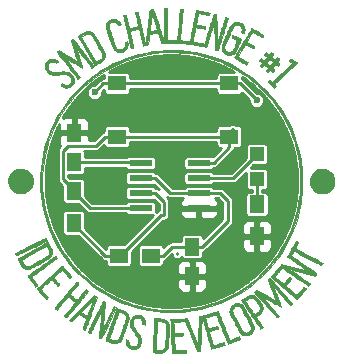
<source format=gbr>
G04 #@! TF.FileFunction,Copper,L1,Top,Signal*
%FSLAX46Y46*%
G04 Gerber Fmt 4.6, Leading zero omitted, Abs format (unit mm)*
G04 Created by KiCad (PCBNEW 4.0.4-stable) date 10/20/17 11:10:49*
%MOMM*%
%LPD*%
G01*
G04 APERTURE LIST*
%ADD10C,0.100000*%
%ADD11C,0.010000*%
%ADD12R,1.250000X1.500000*%
%ADD13R,1.300000X1.500000*%
%ADD14R,1.500000X1.300000*%
%ADD15R,1.550000X1.300000*%
%ADD16R,1.198880X1.198880*%
%ADD17R,1.981200X0.558800*%
%ADD18C,0.600000*%
%ADD19C,0.250000*%
%ADD20C,0.254000*%
G04 APERTURE END LIST*
D10*
D11*
G36*
X134978712Y-104314840D02*
X134995653Y-104356958D01*
X135022576Y-104424288D01*
X135058617Y-104514657D01*
X135102913Y-104625893D01*
X135154598Y-104755826D01*
X135212809Y-104902282D01*
X135276683Y-105063092D01*
X135345355Y-105236082D01*
X135417960Y-105419082D01*
X135463542Y-105534017D01*
X135538147Y-105722106D01*
X135609370Y-105901555D01*
X135676346Y-106070188D01*
X135738207Y-106225827D01*
X135794085Y-106366294D01*
X135843114Y-106489410D01*
X135884426Y-106592998D01*
X135917155Y-106674879D01*
X135940433Y-106732877D01*
X135953393Y-106764813D01*
X135955858Y-106770561D01*
X135971014Y-106766145D01*
X136011812Y-106751316D01*
X136074412Y-106727551D01*
X136154975Y-106696326D01*
X136249658Y-106659116D01*
X136354623Y-106617397D01*
X136359155Y-106615586D01*
X136465121Y-106573429D01*
X136561558Y-106535445D01*
X136644492Y-106503169D01*
X136709953Y-106478134D01*
X136753966Y-106461874D01*
X136772561Y-106455923D01*
X136772662Y-106455920D01*
X136783647Y-106469159D01*
X136801727Y-106502933D01*
X136822999Y-106548325D01*
X136843562Y-106596421D01*
X136859514Y-106638304D01*
X136866952Y-106665058D01*
X136866322Y-106669933D01*
X136845092Y-106680550D01*
X136799183Y-106700122D01*
X136732713Y-106727088D01*
X136649801Y-106759889D01*
X136554564Y-106796967D01*
X136451119Y-106836761D01*
X136343586Y-106877713D01*
X136236081Y-106918262D01*
X136132723Y-106956850D01*
X136037630Y-106991918D01*
X135954919Y-107021905D01*
X135888708Y-107045253D01*
X135843115Y-107060402D01*
X135822259Y-107065793D01*
X135821448Y-107065605D01*
X135813927Y-107049111D01*
X135795587Y-107005192D01*
X135767287Y-106935989D01*
X135729885Y-106843642D01*
X135684242Y-106730294D01*
X135631215Y-106598086D01*
X135571663Y-106449160D01*
X135506447Y-106285655D01*
X135436425Y-106109715D01*
X135362456Y-105923481D01*
X135294994Y-105753318D01*
X135218477Y-105560298D01*
X135145317Y-105376032D01*
X135076356Y-105202623D01*
X135012436Y-105042176D01*
X134954398Y-104896792D01*
X134903084Y-104768576D01*
X134859336Y-104659631D01*
X134823995Y-104572060D01*
X134797904Y-104507967D01*
X134781902Y-104469454D01*
X134776828Y-104458399D01*
X134778086Y-104474539D01*
X134785636Y-104510849D01*
X134790249Y-104529751D01*
X134798843Y-104572701D01*
X134800295Y-104601313D01*
X134798539Y-104606233D01*
X134781559Y-104612749D01*
X134737918Y-104626812D01*
X134671522Y-104647241D01*
X134586278Y-104672852D01*
X134486092Y-104702462D01*
X134374871Y-104734889D01*
X134347430Y-104742826D01*
X134234476Y-104775526D01*
X134131874Y-104805380D01*
X134043477Y-104831255D01*
X133973135Y-104852019D01*
X133924700Y-104866537D01*
X133902022Y-104873679D01*
X133900834Y-104874174D01*
X133904019Y-104889550D01*
X133914830Y-104930851D01*
X133931954Y-104993493D01*
X133954077Y-105072895D01*
X133979888Y-105164474D01*
X134008074Y-105263646D01*
X134037320Y-105365830D01*
X134066316Y-105466443D01*
X134093748Y-105560902D01*
X134118303Y-105644625D01*
X134138668Y-105713028D01*
X134153531Y-105761529D01*
X134161579Y-105785547D01*
X134162391Y-105787213D01*
X134178536Y-105784928D01*
X134220783Y-105774776D01*
X134284758Y-105757924D01*
X134366083Y-105735541D01*
X134460383Y-105708796D01*
X134513375Y-105693472D01*
X134614494Y-105664337D01*
X134706567Y-105638369D01*
X134784807Y-105616875D01*
X134844428Y-105601158D01*
X134880644Y-105592523D01*
X134888301Y-105591277D01*
X134907260Y-105597784D01*
X134924527Y-105623249D01*
X134943431Y-105673118D01*
X134948970Y-105690578D01*
X134963858Y-105742631D01*
X134972638Y-105781399D01*
X134973442Y-105798288D01*
X134956888Y-105804386D01*
X134914051Y-105817863D01*
X134849235Y-105837431D01*
X134766741Y-105861802D01*
X134670873Y-105889687D01*
X134602868Y-105909246D01*
X134500653Y-105938680D01*
X134409063Y-105965366D01*
X134332382Y-105988031D01*
X134274896Y-106005400D01*
X134240890Y-106016200D01*
X134233393Y-106019105D01*
X134236462Y-106034912D01*
X134247362Y-106077180D01*
X134264930Y-106141880D01*
X134288007Y-106224982D01*
X134315432Y-106322455D01*
X134346044Y-106430269D01*
X134378684Y-106544395D01*
X134412192Y-106660802D01*
X134445405Y-106775459D01*
X134477165Y-106884337D01*
X134506310Y-106983406D01*
X134531681Y-107068636D01*
X134552116Y-107135995D01*
X134566456Y-107181455D01*
X134573540Y-107200984D01*
X134573803Y-107201354D01*
X134590247Y-107198906D01*
X134633254Y-107188571D01*
X134698880Y-107171404D01*
X134783184Y-107148464D01*
X134882221Y-107120809D01*
X134992050Y-107089494D01*
X135007666Y-107084993D01*
X135120059Y-107052753D01*
X135223437Y-107023477D01*
X135313584Y-106998330D01*
X135386283Y-106978474D01*
X135437319Y-106965075D01*
X135462474Y-106959296D01*
X135463405Y-106959182D01*
X135481827Y-106965031D01*
X135498479Y-106989841D01*
X135516602Y-107039033D01*
X135522276Y-107057558D01*
X135536590Y-107109719D01*
X135544908Y-107148565D01*
X135545476Y-107165428D01*
X135528484Y-107171942D01*
X135485267Y-107185692D01*
X135419954Y-107205500D01*
X135336676Y-107230189D01*
X135239561Y-107258581D01*
X135132739Y-107289498D01*
X135020339Y-107321763D01*
X134906492Y-107354198D01*
X134795326Y-107385626D01*
X134690971Y-107414868D01*
X134597556Y-107440748D01*
X134519211Y-107462087D01*
X134460066Y-107477708D01*
X134424249Y-107486434D01*
X134415195Y-107487761D01*
X134409905Y-107471847D01*
X134396464Y-107427586D01*
X134375516Y-107357178D01*
X134347704Y-107262827D01*
X134313670Y-107146734D01*
X134274059Y-107011100D01*
X134229513Y-106858128D01*
X134180675Y-106690018D01*
X134128189Y-106508974D01*
X134072698Y-106317197D01*
X134023238Y-106145970D01*
X133965624Y-105946608D01*
X133910401Y-105756000D01*
X133858219Y-105576357D01*
X133809726Y-105409894D01*
X133765571Y-105258821D01*
X133726404Y-105125352D01*
X133692874Y-105011699D01*
X133665628Y-104920074D01*
X133645318Y-104852691D01*
X133632591Y-104811760D01*
X133628217Y-104799417D01*
X133626056Y-104813226D01*
X133622536Y-104856577D01*
X133617779Y-104927257D01*
X133611907Y-105023053D01*
X133605044Y-105141751D01*
X133597313Y-105281138D01*
X133588834Y-105439002D01*
X133579733Y-105613128D01*
X133570130Y-105801305D01*
X133560149Y-106001318D01*
X133549912Y-106210954D01*
X133549379Y-106222008D01*
X133539158Y-106432645D01*
X133529270Y-106634177D01*
X133519830Y-106824345D01*
X133510957Y-107000892D01*
X133502766Y-107161561D01*
X133495376Y-107304095D01*
X133488902Y-107426237D01*
X133483463Y-107525730D01*
X133479175Y-107600316D01*
X133476156Y-107647739D01*
X133474522Y-107665741D01*
X133474492Y-107665808D01*
X133456807Y-107673282D01*
X133417677Y-107681761D01*
X133386738Y-107686520D01*
X133330026Y-107694597D01*
X133279707Y-107702677D01*
X133262383Y-107705865D01*
X133220088Y-107714324D01*
X132696370Y-106398016D01*
X132593863Y-106140969D01*
X132502254Y-105912496D01*
X132421597Y-105712728D01*
X132351946Y-105541794D01*
X132293354Y-105399822D01*
X132245875Y-105286943D01*
X132209562Y-105203284D01*
X132184469Y-105148977D01*
X132170649Y-105124148D01*
X132167755Y-105123708D01*
X132165447Y-105137804D01*
X132160047Y-105149310D01*
X132148403Y-105158670D01*
X132127361Y-105166333D01*
X132093770Y-105172744D01*
X132044478Y-105178349D01*
X131976332Y-105183594D01*
X131886179Y-105188926D01*
X131770868Y-105194792D01*
X131627247Y-105201637D01*
X131612359Y-105202338D01*
X131211013Y-105221238D01*
X131211114Y-105262390D01*
X131212101Y-105301153D01*
X131214735Y-105362832D01*
X131218719Y-105442544D01*
X131223753Y-105535409D01*
X131229541Y-105636544D01*
X131235782Y-105741067D01*
X131242180Y-105844098D01*
X131248434Y-105940754D01*
X131254248Y-106026154D01*
X131259322Y-106095416D01*
X131263358Y-106143658D01*
X131266059Y-106165999D01*
X131266407Y-106166924D01*
X131283683Y-106168195D01*
X131328211Y-106167794D01*
X131395505Y-106165868D01*
X131481081Y-106162561D01*
X131580453Y-106158018D01*
X131648758Y-106154553D01*
X131754680Y-106149363D01*
X131849765Y-106145437D01*
X131929503Y-106142901D01*
X131989382Y-106141880D01*
X132024892Y-106142502D01*
X132032730Y-106143802D01*
X132038282Y-106163076D01*
X132044278Y-106205088D01*
X132049440Y-106260833D01*
X132049535Y-106262146D01*
X132057360Y-106371510D01*
X131892478Y-106381599D01*
X131810996Y-106386333D01*
X131710429Y-106391801D01*
X131603451Y-106397331D01*
X131502737Y-106402252D01*
X131501095Y-106402329D01*
X131274593Y-106412970D01*
X131275303Y-106486103D01*
X131276541Y-106534908D01*
X131279377Y-106606038D01*
X131283553Y-106695160D01*
X131288812Y-106797938D01*
X131294894Y-106910038D01*
X131301542Y-107027125D01*
X131308497Y-107144864D01*
X131315500Y-107258921D01*
X131322293Y-107364960D01*
X131328618Y-107458648D01*
X131334217Y-107535649D01*
X131338830Y-107591628D01*
X131342201Y-107622251D01*
X131343290Y-107626661D01*
X131360822Y-107628290D01*
X131405116Y-107628331D01*
X131471198Y-107626995D01*
X131554090Y-107624491D01*
X131648817Y-107621028D01*
X131750402Y-107616815D01*
X131853871Y-107612062D01*
X131954246Y-107606977D01*
X132046551Y-107601771D01*
X132125812Y-107596651D01*
X132187050Y-107591828D01*
X132199110Y-107590678D01*
X132289146Y-107581649D01*
X132294856Y-107698290D01*
X132297148Y-107755610D01*
X132297918Y-107799072D01*
X132297035Y-107820288D01*
X132296788Y-107820981D01*
X132280825Y-107823065D01*
X132237467Y-107826542D01*
X132171067Y-107831162D01*
X132085976Y-107836673D01*
X131986547Y-107842826D01*
X131877132Y-107849371D01*
X131762083Y-107856055D01*
X131645752Y-107862631D01*
X131532493Y-107868846D01*
X131426656Y-107874450D01*
X131332595Y-107879193D01*
X131254661Y-107882825D01*
X131197208Y-107885095D01*
X131171276Y-107885743D01*
X131107697Y-107886448D01*
X131032323Y-106445192D01*
X131021332Y-106234199D01*
X131010906Y-106032419D01*
X131001155Y-105842089D01*
X130992191Y-105665448D01*
X130984124Y-105504732D01*
X130977064Y-105362181D01*
X130971123Y-105240033D01*
X130966412Y-105140524D01*
X130963040Y-105065894D01*
X130962367Y-105049224D01*
X132148811Y-105049224D01*
X132156758Y-105057171D01*
X132164705Y-105049224D01*
X132156758Y-105041276D01*
X132148811Y-105049224D01*
X130962367Y-105049224D01*
X130961120Y-105018381D01*
X130960761Y-105000221D01*
X130960796Y-105000108D01*
X130977070Y-104998256D01*
X131020807Y-104995073D01*
X131087718Y-104990791D01*
X131173513Y-104985644D01*
X131273905Y-104979866D01*
X131384603Y-104973691D01*
X131501321Y-104967351D01*
X131619768Y-104961080D01*
X131735657Y-104955113D01*
X131844698Y-104949681D01*
X131942602Y-104945020D01*
X132025081Y-104941363D01*
X132077284Y-104939309D01*
X132154999Y-104935784D01*
X132226560Y-104931216D01*
X132282528Y-104926278D01*
X132307759Y-104922891D01*
X132363391Y-104912732D01*
X132808326Y-106033339D01*
X132879495Y-106212137D01*
X132947388Y-106381838D01*
X133011086Y-106540198D01*
X133069670Y-106684973D01*
X133122221Y-106813920D01*
X133167822Y-106924794D01*
X133205552Y-107015353D01*
X133234493Y-107083352D01*
X133253727Y-107126548D01*
X133262334Y-107142696D01*
X133262618Y-107142699D01*
X133264915Y-107125323D01*
X133268496Y-107078792D01*
X133273221Y-107005709D01*
X133278945Y-106908676D01*
X133285526Y-106790297D01*
X133292822Y-106653174D01*
X133300690Y-106499909D01*
X133308987Y-106333107D01*
X133317572Y-106155368D01*
X133322890Y-106042653D01*
X133331664Y-105856385D01*
X133340232Y-105677077D01*
X133348448Y-105507639D01*
X133356165Y-105350984D01*
X133363236Y-105210023D01*
X133369514Y-105087668D01*
X133374853Y-104986831D01*
X133379105Y-104910422D01*
X133382124Y-104861354D01*
X133383152Y-104847672D01*
X133392500Y-104741490D01*
X133505793Y-104724583D01*
X133552767Y-104715327D01*
X133625611Y-104698120D01*
X133719773Y-104674246D01*
X133830703Y-104644985D01*
X133953851Y-104611621D01*
X134084665Y-104575436D01*
X134218596Y-104537712D01*
X134351093Y-104499732D01*
X134477605Y-104462777D01*
X134593582Y-104428131D01*
X134615527Y-104421376D01*
X134755569Y-104421376D01*
X134761385Y-104434460D01*
X134766166Y-104431973D01*
X134768068Y-104413109D01*
X134766166Y-104410780D01*
X134756716Y-104412962D01*
X134755569Y-104421376D01*
X134615527Y-104421376D01*
X134694474Y-104397075D01*
X134775729Y-104370891D01*
X134832798Y-104350863D01*
X134835043Y-104350005D01*
X134894543Y-104327428D01*
X134941251Y-104310286D01*
X134968441Y-104301020D01*
X134972617Y-104300104D01*
X134978712Y-104314840D01*
X134978712Y-104314840D01*
G37*
X134978712Y-104314840D02*
X134995653Y-104356958D01*
X135022576Y-104424288D01*
X135058617Y-104514657D01*
X135102913Y-104625893D01*
X135154598Y-104755826D01*
X135212809Y-104902282D01*
X135276683Y-105063092D01*
X135345355Y-105236082D01*
X135417960Y-105419082D01*
X135463542Y-105534017D01*
X135538147Y-105722106D01*
X135609370Y-105901555D01*
X135676346Y-106070188D01*
X135738207Y-106225827D01*
X135794085Y-106366294D01*
X135843114Y-106489410D01*
X135884426Y-106592998D01*
X135917155Y-106674879D01*
X135940433Y-106732877D01*
X135953393Y-106764813D01*
X135955858Y-106770561D01*
X135971014Y-106766145D01*
X136011812Y-106751316D01*
X136074412Y-106727551D01*
X136154975Y-106696326D01*
X136249658Y-106659116D01*
X136354623Y-106617397D01*
X136359155Y-106615586D01*
X136465121Y-106573429D01*
X136561558Y-106535445D01*
X136644492Y-106503169D01*
X136709953Y-106478134D01*
X136753966Y-106461874D01*
X136772561Y-106455923D01*
X136772662Y-106455920D01*
X136783647Y-106469159D01*
X136801727Y-106502933D01*
X136822999Y-106548325D01*
X136843562Y-106596421D01*
X136859514Y-106638304D01*
X136866952Y-106665058D01*
X136866322Y-106669933D01*
X136845092Y-106680550D01*
X136799183Y-106700122D01*
X136732713Y-106727088D01*
X136649801Y-106759889D01*
X136554564Y-106796967D01*
X136451119Y-106836761D01*
X136343586Y-106877713D01*
X136236081Y-106918262D01*
X136132723Y-106956850D01*
X136037630Y-106991918D01*
X135954919Y-107021905D01*
X135888708Y-107045253D01*
X135843115Y-107060402D01*
X135822259Y-107065793D01*
X135821448Y-107065605D01*
X135813927Y-107049111D01*
X135795587Y-107005192D01*
X135767287Y-106935989D01*
X135729885Y-106843642D01*
X135684242Y-106730294D01*
X135631215Y-106598086D01*
X135571663Y-106449160D01*
X135506447Y-106285655D01*
X135436425Y-106109715D01*
X135362456Y-105923481D01*
X135294994Y-105753318D01*
X135218477Y-105560298D01*
X135145317Y-105376032D01*
X135076356Y-105202623D01*
X135012436Y-105042176D01*
X134954398Y-104896792D01*
X134903084Y-104768576D01*
X134859336Y-104659631D01*
X134823995Y-104572060D01*
X134797904Y-104507967D01*
X134781902Y-104469454D01*
X134776828Y-104458399D01*
X134778086Y-104474539D01*
X134785636Y-104510849D01*
X134790249Y-104529751D01*
X134798843Y-104572701D01*
X134800295Y-104601313D01*
X134798539Y-104606233D01*
X134781559Y-104612749D01*
X134737918Y-104626812D01*
X134671522Y-104647241D01*
X134586278Y-104672852D01*
X134486092Y-104702462D01*
X134374871Y-104734889D01*
X134347430Y-104742826D01*
X134234476Y-104775526D01*
X134131874Y-104805380D01*
X134043477Y-104831255D01*
X133973135Y-104852019D01*
X133924700Y-104866537D01*
X133902022Y-104873679D01*
X133900834Y-104874174D01*
X133904019Y-104889550D01*
X133914830Y-104930851D01*
X133931954Y-104993493D01*
X133954077Y-105072895D01*
X133979888Y-105164474D01*
X134008074Y-105263646D01*
X134037320Y-105365830D01*
X134066316Y-105466443D01*
X134093748Y-105560902D01*
X134118303Y-105644625D01*
X134138668Y-105713028D01*
X134153531Y-105761529D01*
X134161579Y-105785547D01*
X134162391Y-105787213D01*
X134178536Y-105784928D01*
X134220783Y-105774776D01*
X134284758Y-105757924D01*
X134366083Y-105735541D01*
X134460383Y-105708796D01*
X134513375Y-105693472D01*
X134614494Y-105664337D01*
X134706567Y-105638369D01*
X134784807Y-105616875D01*
X134844428Y-105601158D01*
X134880644Y-105592523D01*
X134888301Y-105591277D01*
X134907260Y-105597784D01*
X134924527Y-105623249D01*
X134943431Y-105673118D01*
X134948970Y-105690578D01*
X134963858Y-105742631D01*
X134972638Y-105781399D01*
X134973442Y-105798288D01*
X134956888Y-105804386D01*
X134914051Y-105817863D01*
X134849235Y-105837431D01*
X134766741Y-105861802D01*
X134670873Y-105889687D01*
X134602868Y-105909246D01*
X134500653Y-105938680D01*
X134409063Y-105965366D01*
X134332382Y-105988031D01*
X134274896Y-106005400D01*
X134240890Y-106016200D01*
X134233393Y-106019105D01*
X134236462Y-106034912D01*
X134247362Y-106077180D01*
X134264930Y-106141880D01*
X134288007Y-106224982D01*
X134315432Y-106322455D01*
X134346044Y-106430269D01*
X134378684Y-106544395D01*
X134412192Y-106660802D01*
X134445405Y-106775459D01*
X134477165Y-106884337D01*
X134506310Y-106983406D01*
X134531681Y-107068636D01*
X134552116Y-107135995D01*
X134566456Y-107181455D01*
X134573540Y-107200984D01*
X134573803Y-107201354D01*
X134590247Y-107198906D01*
X134633254Y-107188571D01*
X134698880Y-107171404D01*
X134783184Y-107148464D01*
X134882221Y-107120809D01*
X134992050Y-107089494D01*
X135007666Y-107084993D01*
X135120059Y-107052753D01*
X135223437Y-107023477D01*
X135313584Y-106998330D01*
X135386283Y-106978474D01*
X135437319Y-106965075D01*
X135462474Y-106959296D01*
X135463405Y-106959182D01*
X135481827Y-106965031D01*
X135498479Y-106989841D01*
X135516602Y-107039033D01*
X135522276Y-107057558D01*
X135536590Y-107109719D01*
X135544908Y-107148565D01*
X135545476Y-107165428D01*
X135528484Y-107171942D01*
X135485267Y-107185692D01*
X135419954Y-107205500D01*
X135336676Y-107230189D01*
X135239561Y-107258581D01*
X135132739Y-107289498D01*
X135020339Y-107321763D01*
X134906492Y-107354198D01*
X134795326Y-107385626D01*
X134690971Y-107414868D01*
X134597556Y-107440748D01*
X134519211Y-107462087D01*
X134460066Y-107477708D01*
X134424249Y-107486434D01*
X134415195Y-107487761D01*
X134409905Y-107471847D01*
X134396464Y-107427586D01*
X134375516Y-107357178D01*
X134347704Y-107262827D01*
X134313670Y-107146734D01*
X134274059Y-107011100D01*
X134229513Y-106858128D01*
X134180675Y-106690018D01*
X134128189Y-106508974D01*
X134072698Y-106317197D01*
X134023238Y-106145970D01*
X133965624Y-105946608D01*
X133910401Y-105756000D01*
X133858219Y-105576357D01*
X133809726Y-105409894D01*
X133765571Y-105258821D01*
X133726404Y-105125352D01*
X133692874Y-105011699D01*
X133665628Y-104920074D01*
X133645318Y-104852691D01*
X133632591Y-104811760D01*
X133628217Y-104799417D01*
X133626056Y-104813226D01*
X133622536Y-104856577D01*
X133617779Y-104927257D01*
X133611907Y-105023053D01*
X133605044Y-105141751D01*
X133597313Y-105281138D01*
X133588834Y-105439002D01*
X133579733Y-105613128D01*
X133570130Y-105801305D01*
X133560149Y-106001318D01*
X133549912Y-106210954D01*
X133549379Y-106222008D01*
X133539158Y-106432645D01*
X133529270Y-106634177D01*
X133519830Y-106824345D01*
X133510957Y-107000892D01*
X133502766Y-107161561D01*
X133495376Y-107304095D01*
X133488902Y-107426237D01*
X133483463Y-107525730D01*
X133479175Y-107600316D01*
X133476156Y-107647739D01*
X133474522Y-107665741D01*
X133474492Y-107665808D01*
X133456807Y-107673282D01*
X133417677Y-107681761D01*
X133386738Y-107686520D01*
X133330026Y-107694597D01*
X133279707Y-107702677D01*
X133262383Y-107705865D01*
X133220088Y-107714324D01*
X132696370Y-106398016D01*
X132593863Y-106140969D01*
X132502254Y-105912496D01*
X132421597Y-105712728D01*
X132351946Y-105541794D01*
X132293354Y-105399822D01*
X132245875Y-105286943D01*
X132209562Y-105203284D01*
X132184469Y-105148977D01*
X132170649Y-105124148D01*
X132167755Y-105123708D01*
X132165447Y-105137804D01*
X132160047Y-105149310D01*
X132148403Y-105158670D01*
X132127361Y-105166333D01*
X132093770Y-105172744D01*
X132044478Y-105178349D01*
X131976332Y-105183594D01*
X131886179Y-105188926D01*
X131770868Y-105194792D01*
X131627247Y-105201637D01*
X131612359Y-105202338D01*
X131211013Y-105221238D01*
X131211114Y-105262390D01*
X131212101Y-105301153D01*
X131214735Y-105362832D01*
X131218719Y-105442544D01*
X131223753Y-105535409D01*
X131229541Y-105636544D01*
X131235782Y-105741067D01*
X131242180Y-105844098D01*
X131248434Y-105940754D01*
X131254248Y-106026154D01*
X131259322Y-106095416D01*
X131263358Y-106143658D01*
X131266059Y-106165999D01*
X131266407Y-106166924D01*
X131283683Y-106168195D01*
X131328211Y-106167794D01*
X131395505Y-106165868D01*
X131481081Y-106162561D01*
X131580453Y-106158018D01*
X131648758Y-106154553D01*
X131754680Y-106149363D01*
X131849765Y-106145437D01*
X131929503Y-106142901D01*
X131989382Y-106141880D01*
X132024892Y-106142502D01*
X132032730Y-106143802D01*
X132038282Y-106163076D01*
X132044278Y-106205088D01*
X132049440Y-106260833D01*
X132049535Y-106262146D01*
X132057360Y-106371510D01*
X131892478Y-106381599D01*
X131810996Y-106386333D01*
X131710429Y-106391801D01*
X131603451Y-106397331D01*
X131502737Y-106402252D01*
X131501095Y-106402329D01*
X131274593Y-106412970D01*
X131275303Y-106486103D01*
X131276541Y-106534908D01*
X131279377Y-106606038D01*
X131283553Y-106695160D01*
X131288812Y-106797938D01*
X131294894Y-106910038D01*
X131301542Y-107027125D01*
X131308497Y-107144864D01*
X131315500Y-107258921D01*
X131322293Y-107364960D01*
X131328618Y-107458648D01*
X131334217Y-107535649D01*
X131338830Y-107591628D01*
X131342201Y-107622251D01*
X131343290Y-107626661D01*
X131360822Y-107628290D01*
X131405116Y-107628331D01*
X131471198Y-107626995D01*
X131554090Y-107624491D01*
X131648817Y-107621028D01*
X131750402Y-107616815D01*
X131853871Y-107612062D01*
X131954246Y-107606977D01*
X132046551Y-107601771D01*
X132125812Y-107596651D01*
X132187050Y-107591828D01*
X132199110Y-107590678D01*
X132289146Y-107581649D01*
X132294856Y-107698290D01*
X132297148Y-107755610D01*
X132297918Y-107799072D01*
X132297035Y-107820288D01*
X132296788Y-107820981D01*
X132280825Y-107823065D01*
X132237467Y-107826542D01*
X132171067Y-107831162D01*
X132085976Y-107836673D01*
X131986547Y-107842826D01*
X131877132Y-107849371D01*
X131762083Y-107856055D01*
X131645752Y-107862631D01*
X131532493Y-107868846D01*
X131426656Y-107874450D01*
X131332595Y-107879193D01*
X131254661Y-107882825D01*
X131197208Y-107885095D01*
X131171276Y-107885743D01*
X131107697Y-107886448D01*
X131032323Y-106445192D01*
X131021332Y-106234199D01*
X131010906Y-106032419D01*
X131001155Y-105842089D01*
X130992191Y-105665448D01*
X130984124Y-105504732D01*
X130977064Y-105362181D01*
X130971123Y-105240033D01*
X130966412Y-105140524D01*
X130963040Y-105065894D01*
X130962367Y-105049224D01*
X132148811Y-105049224D01*
X132156758Y-105057171D01*
X132164705Y-105049224D01*
X132156758Y-105041276D01*
X132148811Y-105049224D01*
X130962367Y-105049224D01*
X130961120Y-105018381D01*
X130960761Y-105000221D01*
X130960796Y-105000108D01*
X130977070Y-104998256D01*
X131020807Y-104995073D01*
X131087718Y-104990791D01*
X131173513Y-104985644D01*
X131273905Y-104979866D01*
X131384603Y-104973691D01*
X131501321Y-104967351D01*
X131619768Y-104961080D01*
X131735657Y-104955113D01*
X131844698Y-104949681D01*
X131942602Y-104945020D01*
X132025081Y-104941363D01*
X132077284Y-104939309D01*
X132154999Y-104935784D01*
X132226560Y-104931216D01*
X132282528Y-104926278D01*
X132307759Y-104922891D01*
X132363391Y-104912732D01*
X132808326Y-106033339D01*
X132879495Y-106212137D01*
X132947388Y-106381838D01*
X133011086Y-106540198D01*
X133069670Y-106684973D01*
X133122221Y-106813920D01*
X133167822Y-106924794D01*
X133205552Y-107015353D01*
X133234493Y-107083352D01*
X133253727Y-107126548D01*
X133262334Y-107142696D01*
X133262618Y-107142699D01*
X133264915Y-107125323D01*
X133268496Y-107078792D01*
X133273221Y-107005709D01*
X133278945Y-106908676D01*
X133285526Y-106790297D01*
X133292822Y-106653174D01*
X133300690Y-106499909D01*
X133308987Y-106333107D01*
X133317572Y-106155368D01*
X133322890Y-106042653D01*
X133331664Y-105856385D01*
X133340232Y-105677077D01*
X133348448Y-105507639D01*
X133356165Y-105350984D01*
X133363236Y-105210023D01*
X133369514Y-105087668D01*
X133374853Y-104986831D01*
X133379105Y-104910422D01*
X133382124Y-104861354D01*
X133383152Y-104847672D01*
X133392500Y-104741490D01*
X133505793Y-104724583D01*
X133552767Y-104715327D01*
X133625611Y-104698120D01*
X133719773Y-104674246D01*
X133830703Y-104644985D01*
X133953851Y-104611621D01*
X134084665Y-104575436D01*
X134218596Y-104537712D01*
X134351093Y-104499732D01*
X134477605Y-104462777D01*
X134593582Y-104428131D01*
X134615527Y-104421376D01*
X134755569Y-104421376D01*
X134761385Y-104434460D01*
X134766166Y-104431973D01*
X134768068Y-104413109D01*
X134766166Y-104410780D01*
X134756716Y-104412962D01*
X134755569Y-104421376D01*
X134615527Y-104421376D01*
X134694474Y-104397075D01*
X134775729Y-104370891D01*
X134832798Y-104350863D01*
X134835043Y-104350005D01*
X134894543Y-104327428D01*
X134941251Y-104310286D01*
X134968441Y-104301020D01*
X134972617Y-104300104D01*
X134978712Y-104314840D01*
G36*
X129670260Y-104921282D02*
X129736987Y-104923971D01*
X129821866Y-104928094D01*
X129920375Y-104933457D01*
X129979984Y-104936939D01*
X130128712Y-104946853D01*
X130246793Y-104957006D01*
X130335369Y-104967522D01*
X130395582Y-104978527D01*
X130416270Y-104984558D01*
X130527823Y-105039221D01*
X130630704Y-105116837D01*
X130717641Y-105210631D01*
X130781356Y-105313826D01*
X130789501Y-105332167D01*
X130802031Y-105363200D01*
X130812489Y-105393169D01*
X130820895Y-105424826D01*
X130827270Y-105460922D01*
X130831635Y-105504211D01*
X130834009Y-105557445D01*
X130834413Y-105623376D01*
X130832868Y-105704757D01*
X130829395Y-105804340D01*
X130824013Y-105924878D01*
X130816742Y-106069123D01*
X130807605Y-106239827D01*
X130797596Y-106422063D01*
X130788158Y-106588710D01*
X130778717Y-106747373D01*
X130769491Y-106894926D01*
X130760695Y-107028243D01*
X130752546Y-107144198D01*
X130745261Y-107239667D01*
X130739057Y-107311523D01*
X130734151Y-107356641D01*
X130731911Y-107369608D01*
X130681232Y-107499941D01*
X130604108Y-107614583D01*
X130503434Y-107710079D01*
X130387670Y-107780369D01*
X130342897Y-107800844D01*
X130305090Y-107814957D01*
X130266538Y-107823976D01*
X130219533Y-107829171D01*
X130156364Y-107831808D01*
X130069322Y-107833156D01*
X130066583Y-107833186D01*
X129962478Y-107833001D01*
X129846337Y-107830675D01*
X129733743Y-107826620D01*
X129655717Y-107822342D01*
X129580199Y-107816769D01*
X129516988Y-107811174D01*
X129472410Y-107806182D01*
X129452792Y-107802422D01*
X129452515Y-107802219D01*
X129452373Y-107785778D01*
X129453903Y-107740330D01*
X129456957Y-107668607D01*
X129461386Y-107573339D01*
X129462473Y-107551016D01*
X129701001Y-107551016D01*
X129705191Y-107569462D01*
X129722622Y-107580202D01*
X129760589Y-107586235D01*
X129792396Y-107588604D01*
X129910311Y-107594487D01*
X130018038Y-107596956D01*
X130110149Y-107596060D01*
X130181215Y-107591845D01*
X130224253Y-107584822D01*
X130315440Y-107543036D01*
X130395884Y-107476053D01*
X130459357Y-107390143D01*
X130493008Y-107314242D01*
X130497834Y-107286179D01*
X130503811Y-107230119D01*
X130510733Y-107149728D01*
X130518398Y-107048670D01*
X130526604Y-106930611D01*
X130535147Y-106799214D01*
X130543824Y-106658145D01*
X130552433Y-106511068D01*
X130560769Y-106361647D01*
X130568631Y-106213548D01*
X130575815Y-106070436D01*
X130582117Y-105935974D01*
X130587336Y-105813828D01*
X130591269Y-105707662D01*
X130593711Y-105621141D01*
X130594460Y-105557930D01*
X130593313Y-105521693D01*
X130592586Y-105516704D01*
X130552812Y-105410054D01*
X130486671Y-105319367D01*
X130397310Y-105248798D01*
X130383729Y-105241087D01*
X130348259Y-105223327D01*
X130312813Y-105210267D01*
X130270588Y-105200608D01*
X130214785Y-105193049D01*
X130138602Y-105186287D01*
X130072421Y-105181532D01*
X129990350Y-105176320D01*
X129920303Y-105172647D01*
X129868027Y-105170754D01*
X129839274Y-105170881D01*
X129835590Y-105171601D01*
X129834017Y-105187709D01*
X129830885Y-105232558D01*
X129826364Y-105303147D01*
X129820624Y-105396472D01*
X129813835Y-105509532D01*
X129806166Y-105639326D01*
X129797787Y-105782852D01*
X129788869Y-105937107D01*
X129779580Y-106099090D01*
X129770090Y-106265799D01*
X129760571Y-106434232D01*
X129751190Y-106601388D01*
X129742118Y-106764264D01*
X129733525Y-106919858D01*
X129725581Y-107065170D01*
X129718455Y-107197196D01*
X129712318Y-107312935D01*
X129707338Y-107409385D01*
X129703686Y-107483545D01*
X129701532Y-107532412D01*
X129701001Y-107551016D01*
X129462473Y-107551016D01*
X129467042Y-107457259D01*
X129473774Y-107323096D01*
X129481436Y-107173582D01*
X129489878Y-107011448D01*
X129498952Y-106839424D01*
X129508508Y-106660243D01*
X129518399Y-106476635D01*
X129528476Y-106291332D01*
X129538589Y-106107063D01*
X129548590Y-105926561D01*
X129558331Y-105752556D01*
X129567663Y-105587779D01*
X129576437Y-105434962D01*
X129584505Y-105296836D01*
X129591718Y-105176131D01*
X129597926Y-105075579D01*
X129602983Y-104997911D01*
X129606738Y-104945858D01*
X129609043Y-104922150D01*
X129609362Y-104920984D01*
X129626210Y-104920221D01*
X129670260Y-104921282D01*
X129670260Y-104921282D01*
G37*
X129670260Y-104921282D02*
X129736987Y-104923971D01*
X129821866Y-104928094D01*
X129920375Y-104933457D01*
X129979984Y-104936939D01*
X130128712Y-104946853D01*
X130246793Y-104957006D01*
X130335369Y-104967522D01*
X130395582Y-104978527D01*
X130416270Y-104984558D01*
X130527823Y-105039221D01*
X130630704Y-105116837D01*
X130717641Y-105210631D01*
X130781356Y-105313826D01*
X130789501Y-105332167D01*
X130802031Y-105363200D01*
X130812489Y-105393169D01*
X130820895Y-105424826D01*
X130827270Y-105460922D01*
X130831635Y-105504211D01*
X130834009Y-105557445D01*
X130834413Y-105623376D01*
X130832868Y-105704757D01*
X130829395Y-105804340D01*
X130824013Y-105924878D01*
X130816742Y-106069123D01*
X130807605Y-106239827D01*
X130797596Y-106422063D01*
X130788158Y-106588710D01*
X130778717Y-106747373D01*
X130769491Y-106894926D01*
X130760695Y-107028243D01*
X130752546Y-107144198D01*
X130745261Y-107239667D01*
X130739057Y-107311523D01*
X130734151Y-107356641D01*
X130731911Y-107369608D01*
X130681232Y-107499941D01*
X130604108Y-107614583D01*
X130503434Y-107710079D01*
X130387670Y-107780369D01*
X130342897Y-107800844D01*
X130305090Y-107814957D01*
X130266538Y-107823976D01*
X130219533Y-107829171D01*
X130156364Y-107831808D01*
X130069322Y-107833156D01*
X130066583Y-107833186D01*
X129962478Y-107833001D01*
X129846337Y-107830675D01*
X129733743Y-107826620D01*
X129655717Y-107822342D01*
X129580199Y-107816769D01*
X129516988Y-107811174D01*
X129472410Y-107806182D01*
X129452792Y-107802422D01*
X129452515Y-107802219D01*
X129452373Y-107785778D01*
X129453903Y-107740330D01*
X129456957Y-107668607D01*
X129461386Y-107573339D01*
X129462473Y-107551016D01*
X129701001Y-107551016D01*
X129705191Y-107569462D01*
X129722622Y-107580202D01*
X129760589Y-107586235D01*
X129792396Y-107588604D01*
X129910311Y-107594487D01*
X130018038Y-107596956D01*
X130110149Y-107596060D01*
X130181215Y-107591845D01*
X130224253Y-107584822D01*
X130315440Y-107543036D01*
X130395884Y-107476053D01*
X130459357Y-107390143D01*
X130493008Y-107314242D01*
X130497834Y-107286179D01*
X130503811Y-107230119D01*
X130510733Y-107149728D01*
X130518398Y-107048670D01*
X130526604Y-106930611D01*
X130535147Y-106799214D01*
X130543824Y-106658145D01*
X130552433Y-106511068D01*
X130560769Y-106361647D01*
X130568631Y-106213548D01*
X130575815Y-106070436D01*
X130582117Y-105935974D01*
X130587336Y-105813828D01*
X130591269Y-105707662D01*
X130593711Y-105621141D01*
X130594460Y-105557930D01*
X130593313Y-105521693D01*
X130592586Y-105516704D01*
X130552812Y-105410054D01*
X130486671Y-105319367D01*
X130397310Y-105248798D01*
X130383729Y-105241087D01*
X130348259Y-105223327D01*
X130312813Y-105210267D01*
X130270588Y-105200608D01*
X130214785Y-105193049D01*
X130138602Y-105186287D01*
X130072421Y-105181532D01*
X129990350Y-105176320D01*
X129920303Y-105172647D01*
X129868027Y-105170754D01*
X129839274Y-105170881D01*
X129835590Y-105171601D01*
X129834017Y-105187709D01*
X129830885Y-105232558D01*
X129826364Y-105303147D01*
X129820624Y-105396472D01*
X129813835Y-105509532D01*
X129806166Y-105639326D01*
X129797787Y-105782852D01*
X129788869Y-105937107D01*
X129779580Y-106099090D01*
X129770090Y-106265799D01*
X129760571Y-106434232D01*
X129751190Y-106601388D01*
X129742118Y-106764264D01*
X129733525Y-106919858D01*
X129725581Y-107065170D01*
X129718455Y-107197196D01*
X129712318Y-107312935D01*
X129707338Y-107409385D01*
X129703686Y-107483545D01*
X129701532Y-107532412D01*
X129701001Y-107551016D01*
X129462473Y-107551016D01*
X129467042Y-107457259D01*
X129473774Y-107323096D01*
X129481436Y-107173582D01*
X129489878Y-107011448D01*
X129498952Y-106839424D01*
X129508508Y-106660243D01*
X129518399Y-106476635D01*
X129528476Y-106291332D01*
X129538589Y-106107063D01*
X129548590Y-105926561D01*
X129558331Y-105752556D01*
X129567663Y-105587779D01*
X129576437Y-105434962D01*
X129584505Y-105296836D01*
X129591718Y-105176131D01*
X129597926Y-105075579D01*
X129602983Y-104997911D01*
X129606738Y-104945858D01*
X129609043Y-104922150D01*
X129609362Y-104920984D01*
X129626210Y-104920221D01*
X129670260Y-104921282D01*
G36*
X128267358Y-104635240D02*
X128396505Y-104666062D01*
X128519651Y-104724036D01*
X128597116Y-104778823D01*
X128687796Y-104873179D01*
X128753989Y-104986419D01*
X128794669Y-105115979D01*
X128808813Y-105259292D01*
X128807662Y-105305852D01*
X128803481Y-105367610D01*
X128798422Y-105416318D01*
X128793384Y-105443942D01*
X128791882Y-105447058D01*
X128773178Y-105447901D01*
X128732555Y-105441662D01*
X128678744Y-105429690D01*
X128677843Y-105429464D01*
X128572637Y-105403037D01*
X128582201Y-105321499D01*
X128581130Y-105215609D01*
X128551178Y-105114416D01*
X128504696Y-105032165D01*
X128432071Y-104951736D01*
X128342957Y-104895017D01*
X128243211Y-104863506D01*
X128138694Y-104858697D01*
X128035263Y-104882088D01*
X127992302Y-104901334D01*
X127894137Y-104967505D01*
X127822692Y-105049874D01*
X127777182Y-105149799D01*
X127756821Y-105268644D01*
X127755487Y-105311489D01*
X127758781Y-105388373D01*
X127770271Y-105460557D01*
X127792042Y-105532310D01*
X127826176Y-105607901D01*
X127874757Y-105691601D01*
X127939867Y-105787680D01*
X128023589Y-105900407D01*
X128075490Y-105967429D01*
X128197389Y-106130465D01*
X128293947Y-106275664D01*
X128365621Y-106403766D01*
X128412864Y-106515516D01*
X128415003Y-106521937D01*
X128439433Y-106624192D01*
X128452515Y-106740391D01*
X128454246Y-106860384D01*
X128444623Y-106974022D01*
X128423644Y-107071157D01*
X128415153Y-107095517D01*
X128347268Y-107230900D01*
X128259201Y-107342630D01*
X128152549Y-107429496D01*
X128028909Y-107490284D01*
X127889878Y-107523783D01*
X127844876Y-107528368D01*
X127767228Y-107529217D01*
X127691792Y-107522261D01*
X127658510Y-107515685D01*
X127521509Y-107465412D01*
X127403264Y-107390671D01*
X127306038Y-107293871D01*
X127232093Y-107177417D01*
X127183691Y-107043719D01*
X127174504Y-107000687D01*
X127166335Y-106929019D01*
X127165626Y-106854258D01*
X127171808Y-106786742D01*
X127184309Y-106736808D01*
X127189667Y-106726043D01*
X127203175Y-106715941D01*
X127230737Y-106714195D01*
X127279426Y-106720744D01*
X127303127Y-106725052D01*
X127404192Y-106744117D01*
X127404192Y-106874205D01*
X127409960Y-106973909D01*
X127429654Y-107053061D01*
X127466860Y-107121172D01*
X127520791Y-107183411D01*
X127606915Y-107248479D01*
X127704773Y-107286952D01*
X127808700Y-107298841D01*
X127913035Y-107284157D01*
X128012113Y-107242914D01*
X128093038Y-107182211D01*
X128153501Y-107110065D01*
X128195430Y-107024157D01*
X128222214Y-106919980D01*
X128231694Y-106820905D01*
X128223042Y-106721077D01*
X128194927Y-106617123D01*
X128146017Y-106505665D01*
X128074981Y-106383332D01*
X127980487Y-106246746D01*
X127930286Y-106180162D01*
X127852223Y-106078334D01*
X127790800Y-105996833D01*
X127742883Y-105931096D01*
X127705337Y-105876559D01*
X127675027Y-105828659D01*
X127648819Y-105782832D01*
X127623577Y-105734516D01*
X127622022Y-105731432D01*
X127563224Y-105584489D01*
X127530548Y-105432447D01*
X127524126Y-105280637D01*
X127544095Y-105134389D01*
X127590588Y-104999034D01*
X127602906Y-104974075D01*
X127679390Y-104859395D01*
X127775207Y-104766893D01*
X127886134Y-104697397D01*
X128007950Y-104651737D01*
X128136432Y-104630741D01*
X128267358Y-104635240D01*
X128267358Y-104635240D01*
G37*
X128267358Y-104635240D02*
X128396505Y-104666062D01*
X128519651Y-104724036D01*
X128597116Y-104778823D01*
X128687796Y-104873179D01*
X128753989Y-104986419D01*
X128794669Y-105115979D01*
X128808813Y-105259292D01*
X128807662Y-105305852D01*
X128803481Y-105367610D01*
X128798422Y-105416318D01*
X128793384Y-105443942D01*
X128791882Y-105447058D01*
X128773178Y-105447901D01*
X128732555Y-105441662D01*
X128678744Y-105429690D01*
X128677843Y-105429464D01*
X128572637Y-105403037D01*
X128582201Y-105321499D01*
X128581130Y-105215609D01*
X128551178Y-105114416D01*
X128504696Y-105032165D01*
X128432071Y-104951736D01*
X128342957Y-104895017D01*
X128243211Y-104863506D01*
X128138694Y-104858697D01*
X128035263Y-104882088D01*
X127992302Y-104901334D01*
X127894137Y-104967505D01*
X127822692Y-105049874D01*
X127777182Y-105149799D01*
X127756821Y-105268644D01*
X127755487Y-105311489D01*
X127758781Y-105388373D01*
X127770271Y-105460557D01*
X127792042Y-105532310D01*
X127826176Y-105607901D01*
X127874757Y-105691601D01*
X127939867Y-105787680D01*
X128023589Y-105900407D01*
X128075490Y-105967429D01*
X128197389Y-106130465D01*
X128293947Y-106275664D01*
X128365621Y-106403766D01*
X128412864Y-106515516D01*
X128415003Y-106521937D01*
X128439433Y-106624192D01*
X128452515Y-106740391D01*
X128454246Y-106860384D01*
X128444623Y-106974022D01*
X128423644Y-107071157D01*
X128415153Y-107095517D01*
X128347268Y-107230900D01*
X128259201Y-107342630D01*
X128152549Y-107429496D01*
X128028909Y-107490284D01*
X127889878Y-107523783D01*
X127844876Y-107528368D01*
X127767228Y-107529217D01*
X127691792Y-107522261D01*
X127658510Y-107515685D01*
X127521509Y-107465412D01*
X127403264Y-107390671D01*
X127306038Y-107293871D01*
X127232093Y-107177417D01*
X127183691Y-107043719D01*
X127174504Y-107000687D01*
X127166335Y-106929019D01*
X127165626Y-106854258D01*
X127171808Y-106786742D01*
X127184309Y-106736808D01*
X127189667Y-106726043D01*
X127203175Y-106715941D01*
X127230737Y-106714195D01*
X127279426Y-106720744D01*
X127303127Y-106725052D01*
X127404192Y-106744117D01*
X127404192Y-106874205D01*
X127409960Y-106973909D01*
X127429654Y-107053061D01*
X127466860Y-107121172D01*
X127520791Y-107183411D01*
X127606915Y-107248479D01*
X127704773Y-107286952D01*
X127808700Y-107298841D01*
X127913035Y-107284157D01*
X128012113Y-107242914D01*
X128093038Y-107182211D01*
X128153501Y-107110065D01*
X128195430Y-107024157D01*
X128222214Y-106919980D01*
X128231694Y-106820905D01*
X128223042Y-106721077D01*
X128194927Y-106617123D01*
X128146017Y-106505665D01*
X128074981Y-106383332D01*
X127980487Y-106246746D01*
X127930286Y-106180162D01*
X127852223Y-106078334D01*
X127790800Y-105996833D01*
X127742883Y-105931096D01*
X127705337Y-105876559D01*
X127675027Y-105828659D01*
X127648819Y-105782832D01*
X127623577Y-105734516D01*
X127622022Y-105731432D01*
X127563224Y-105584489D01*
X127530548Y-105432447D01*
X127524126Y-105280637D01*
X127544095Y-105134389D01*
X127590588Y-104999034D01*
X127602906Y-104974075D01*
X127679390Y-104859395D01*
X127775207Y-104766893D01*
X127886134Y-104697397D01*
X128007950Y-104651737D01*
X128136432Y-104630741D01*
X128267358Y-104635240D01*
G36*
X126431154Y-104071122D02*
X126434730Y-104071689D01*
X126462801Y-104077392D01*
X126514771Y-104093119D01*
X126585142Y-104116797D01*
X126668414Y-104146354D01*
X126759090Y-104179717D01*
X126851670Y-104214813D01*
X126940655Y-104249571D01*
X127020546Y-104281917D01*
X127085845Y-104309779D01*
X127131053Y-104331085D01*
X127146272Y-104339876D01*
X127255275Y-104431642D01*
X127336380Y-104537027D01*
X127391571Y-104658806D01*
X127403597Y-104699815D01*
X127424514Y-104821938D01*
X127424344Y-104939957D01*
X127410678Y-105017434D01*
X127399388Y-105054427D01*
X127378863Y-105116756D01*
X127350351Y-105200908D01*
X127315102Y-105303367D01*
X127274362Y-105420619D01*
X127229382Y-105549149D01*
X127181409Y-105685442D01*
X127131692Y-105825983D01*
X127081479Y-105967257D01*
X127032020Y-106105749D01*
X126984562Y-106237945D01*
X126940354Y-106360331D01*
X126900645Y-106469390D01*
X126866684Y-106561608D01*
X126839718Y-106633470D01*
X126820996Y-106681463D01*
X126813101Y-106699707D01*
X126747164Y-106798604D01*
X126656915Y-106886644D01*
X126549562Y-106957080D01*
X126525217Y-106969145D01*
X126463936Y-106995358D01*
X126409093Y-107011427D01*
X126347508Y-107020275D01*
X126275657Y-107024469D01*
X126223608Y-107026057D01*
X126180611Y-107025432D01*
X126140335Y-107021226D01*
X126096448Y-107012070D01*
X126042619Y-106996594D01*
X125972515Y-106973429D01*
X125879806Y-106941206D01*
X125862390Y-106935096D01*
X125771121Y-106903068D01*
X125686485Y-106873370D01*
X125614603Y-106848149D01*
X125561593Y-106829553D01*
X125536545Y-106820769D01*
X125496724Y-106805190D01*
X125470915Y-106792158D01*
X125468876Y-106790605D01*
X125472238Y-106774366D01*
X125485491Y-106730334D01*
X125507898Y-106660677D01*
X125512257Y-106647507D01*
X125770279Y-106647507D01*
X125770337Y-106648385D01*
X125789286Y-106657840D01*
X125832625Y-106675101D01*
X125894563Y-106697988D01*
X125969310Y-106724320D01*
X125997569Y-106733994D01*
X126100439Y-106767352D01*
X126180861Y-106788644D01*
X126245617Y-106798301D01*
X126301489Y-106796753D01*
X126355260Y-106784431D01*
X126413712Y-106761766D01*
X126416356Y-106760601D01*
X126489599Y-106716469D01*
X126557095Y-106655297D01*
X126606650Y-106588305D01*
X126609593Y-106582800D01*
X126619201Y-106559518D01*
X126638233Y-106509208D01*
X126665616Y-106434847D01*
X126700274Y-106339412D01*
X126741133Y-106225882D01*
X126787119Y-106097234D01*
X126837159Y-105956446D01*
X126890177Y-105806495D01*
X126911132Y-105747019D01*
X126974287Y-105567140D01*
X127027439Y-105414609D01*
X127071393Y-105286880D01*
X127106956Y-105181406D01*
X127134931Y-105095639D01*
X127156125Y-105027033D01*
X127171343Y-104973040D01*
X127181390Y-104931113D01*
X127187073Y-104898706D01*
X127189195Y-104873270D01*
X127189263Y-104867420D01*
X127174179Y-104758451D01*
X127131979Y-104659776D01*
X127065904Y-104576835D01*
X126979198Y-104515066D01*
X126979133Y-104515032D01*
X126946010Y-104500111D01*
X126894412Y-104479259D01*
X126830867Y-104454850D01*
X126761904Y-104429255D01*
X126694050Y-104404847D01*
X126633836Y-104383998D01*
X126587789Y-104369081D01*
X126562438Y-104362467D01*
X126559619Y-104362592D01*
X126551947Y-104379816D01*
X126535110Y-104424078D01*
X126510082Y-104492556D01*
X126477838Y-104582427D01*
X126439353Y-104690866D01*
X126395601Y-104815051D01*
X126347558Y-104952158D01*
X126296199Y-105099365D01*
X126242498Y-105253848D01*
X126187430Y-105412783D01*
X126131969Y-105573348D01*
X126077092Y-105732719D01*
X126023773Y-105888073D01*
X125972986Y-106036587D01*
X125925706Y-106175438D01*
X125882909Y-106301802D01*
X125845569Y-106412856D01*
X125814661Y-106505776D01*
X125791160Y-106577741D01*
X125776041Y-106625925D01*
X125770279Y-106647507D01*
X125512257Y-106647507D01*
X125538722Y-106567562D01*
X125577224Y-106453158D01*
X125622669Y-106319631D01*
X125674319Y-106169150D01*
X125731437Y-106003882D01*
X125793285Y-105825995D01*
X125859126Y-105637656D01*
X125918188Y-105469527D01*
X126001472Y-105232933D01*
X126074828Y-105024534D01*
X126138913Y-104842549D01*
X126194385Y-104685198D01*
X126241903Y-104550699D01*
X126282124Y-104437273D01*
X126315707Y-104343139D01*
X126343308Y-104266516D01*
X126365587Y-104205623D01*
X126383201Y-104158681D01*
X126396808Y-104123909D01*
X126407066Y-104099525D01*
X126414634Y-104083750D01*
X126420168Y-104074803D01*
X126424328Y-104070903D01*
X126427770Y-104070269D01*
X126431154Y-104071122D01*
X126431154Y-104071122D01*
G37*
X126431154Y-104071122D02*
X126434730Y-104071689D01*
X126462801Y-104077392D01*
X126514771Y-104093119D01*
X126585142Y-104116797D01*
X126668414Y-104146354D01*
X126759090Y-104179717D01*
X126851670Y-104214813D01*
X126940655Y-104249571D01*
X127020546Y-104281917D01*
X127085845Y-104309779D01*
X127131053Y-104331085D01*
X127146272Y-104339876D01*
X127255275Y-104431642D01*
X127336380Y-104537027D01*
X127391571Y-104658806D01*
X127403597Y-104699815D01*
X127424514Y-104821938D01*
X127424344Y-104939957D01*
X127410678Y-105017434D01*
X127399388Y-105054427D01*
X127378863Y-105116756D01*
X127350351Y-105200908D01*
X127315102Y-105303367D01*
X127274362Y-105420619D01*
X127229382Y-105549149D01*
X127181409Y-105685442D01*
X127131692Y-105825983D01*
X127081479Y-105967257D01*
X127032020Y-106105749D01*
X126984562Y-106237945D01*
X126940354Y-106360331D01*
X126900645Y-106469390D01*
X126866684Y-106561608D01*
X126839718Y-106633470D01*
X126820996Y-106681463D01*
X126813101Y-106699707D01*
X126747164Y-106798604D01*
X126656915Y-106886644D01*
X126549562Y-106957080D01*
X126525217Y-106969145D01*
X126463936Y-106995358D01*
X126409093Y-107011427D01*
X126347508Y-107020275D01*
X126275657Y-107024469D01*
X126223608Y-107026057D01*
X126180611Y-107025432D01*
X126140335Y-107021226D01*
X126096448Y-107012070D01*
X126042619Y-106996594D01*
X125972515Y-106973429D01*
X125879806Y-106941206D01*
X125862390Y-106935096D01*
X125771121Y-106903068D01*
X125686485Y-106873370D01*
X125614603Y-106848149D01*
X125561593Y-106829553D01*
X125536545Y-106820769D01*
X125496724Y-106805190D01*
X125470915Y-106792158D01*
X125468876Y-106790605D01*
X125472238Y-106774366D01*
X125485491Y-106730334D01*
X125507898Y-106660677D01*
X125512257Y-106647507D01*
X125770279Y-106647507D01*
X125770337Y-106648385D01*
X125789286Y-106657840D01*
X125832625Y-106675101D01*
X125894563Y-106697988D01*
X125969310Y-106724320D01*
X125997569Y-106733994D01*
X126100439Y-106767352D01*
X126180861Y-106788644D01*
X126245617Y-106798301D01*
X126301489Y-106796753D01*
X126355260Y-106784431D01*
X126413712Y-106761766D01*
X126416356Y-106760601D01*
X126489599Y-106716469D01*
X126557095Y-106655297D01*
X126606650Y-106588305D01*
X126609593Y-106582800D01*
X126619201Y-106559518D01*
X126638233Y-106509208D01*
X126665616Y-106434847D01*
X126700274Y-106339412D01*
X126741133Y-106225882D01*
X126787119Y-106097234D01*
X126837159Y-105956446D01*
X126890177Y-105806495D01*
X126911132Y-105747019D01*
X126974287Y-105567140D01*
X127027439Y-105414609D01*
X127071393Y-105286880D01*
X127106956Y-105181406D01*
X127134931Y-105095639D01*
X127156125Y-105027033D01*
X127171343Y-104973040D01*
X127181390Y-104931113D01*
X127187073Y-104898706D01*
X127189195Y-104873270D01*
X127189263Y-104867420D01*
X127174179Y-104758451D01*
X127131979Y-104659776D01*
X127065904Y-104576835D01*
X126979198Y-104515066D01*
X126979133Y-104515032D01*
X126946010Y-104500111D01*
X126894412Y-104479259D01*
X126830867Y-104454850D01*
X126761904Y-104429255D01*
X126694050Y-104404847D01*
X126633836Y-104383998D01*
X126587789Y-104369081D01*
X126562438Y-104362467D01*
X126559619Y-104362592D01*
X126551947Y-104379816D01*
X126535110Y-104424078D01*
X126510082Y-104492556D01*
X126477838Y-104582427D01*
X126439353Y-104690866D01*
X126395601Y-104815051D01*
X126347558Y-104952158D01*
X126296199Y-105099365D01*
X126242498Y-105253848D01*
X126187430Y-105412783D01*
X126131969Y-105573348D01*
X126077092Y-105732719D01*
X126023773Y-105888073D01*
X125972986Y-106036587D01*
X125925706Y-106175438D01*
X125882909Y-106301802D01*
X125845569Y-106412856D01*
X125814661Y-106505776D01*
X125791160Y-106577741D01*
X125776041Y-106625925D01*
X125770279Y-106647507D01*
X125512257Y-106647507D01*
X125538722Y-106567562D01*
X125577224Y-106453158D01*
X125622669Y-106319631D01*
X125674319Y-106169150D01*
X125731437Y-106003882D01*
X125793285Y-105825995D01*
X125859126Y-105637656D01*
X125918188Y-105469527D01*
X126001472Y-105232933D01*
X126074828Y-105024534D01*
X126138913Y-104842549D01*
X126194385Y-104685198D01*
X126241903Y-104550699D01*
X126282124Y-104437273D01*
X126315707Y-104343139D01*
X126343308Y-104266516D01*
X126365587Y-104205623D01*
X126383201Y-104158681D01*
X126396808Y-104123909D01*
X126407066Y-104099525D01*
X126414634Y-104083750D01*
X126420168Y-104074803D01*
X126424328Y-104070903D01*
X126427770Y-104070269D01*
X126431154Y-104071122D01*
G36*
X125303386Y-103488814D02*
X125346908Y-103507948D01*
X125443726Y-103554223D01*
X125434726Y-103618244D01*
X125430270Y-103654073D01*
X125423171Y-103716423D01*
X125413748Y-103802194D01*
X125402318Y-103908284D01*
X125389201Y-104031593D01*
X125374716Y-104169018D01*
X125359181Y-104317460D01*
X125342915Y-104473816D01*
X125326237Y-104634986D01*
X125309465Y-104797868D01*
X125292918Y-104959362D01*
X125276915Y-105116366D01*
X125261775Y-105265779D01*
X125247817Y-105404501D01*
X125235358Y-105529429D01*
X125224718Y-105637463D01*
X125216216Y-105725502D01*
X125210170Y-105790444D01*
X125206899Y-105829189D01*
X125206457Y-105839184D01*
X125213954Y-105827543D01*
X125234163Y-105789581D01*
X125265942Y-105727590D01*
X125308149Y-105643860D01*
X125359644Y-105540684D01*
X125419285Y-105420352D01*
X125485931Y-105285157D01*
X125558440Y-105137391D01*
X125635672Y-104979343D01*
X125679680Y-104889007D01*
X125759288Y-104725650D01*
X125834965Y-104570810D01*
X125905545Y-104426842D01*
X125969865Y-104296101D01*
X126026758Y-104180944D01*
X126075060Y-104083725D01*
X126113604Y-104006800D01*
X126141226Y-103952525D01*
X126156760Y-103923255D01*
X126159691Y-103918688D01*
X126178640Y-103921385D01*
X126218049Y-103934972D01*
X126269717Y-103956589D01*
X126274467Y-103958731D01*
X126378050Y-104005698D01*
X126268016Y-104233406D01*
X126136638Y-104504919D01*
X126009917Y-104766090D01*
X125888520Y-105015573D01*
X125773114Y-105252025D01*
X125664362Y-105474102D01*
X125562933Y-105680462D01*
X125469492Y-105869759D01*
X125384704Y-106040651D01*
X125309236Y-106191793D01*
X125243754Y-106321843D01*
X125188924Y-106429456D01*
X125145411Y-106513288D01*
X125113883Y-106571996D01*
X125095004Y-106604237D01*
X125089879Y-106610359D01*
X125064230Y-106605348D01*
X125021784Y-106588805D01*
X124988172Y-106572657D01*
X124944045Y-106549553D01*
X124913241Y-106532932D01*
X124904099Y-106527532D01*
X124904966Y-106511477D01*
X124908937Y-106466311D01*
X124915759Y-106394539D01*
X124925180Y-106298661D01*
X124936949Y-106181179D01*
X124950812Y-106044598D01*
X124966518Y-105891417D01*
X124983815Y-105724141D01*
X125002450Y-105545271D01*
X125019512Y-105382566D01*
X125039096Y-105195619D01*
X125057539Y-105018062D01*
X125074593Y-104852399D01*
X125090005Y-104701139D01*
X125103526Y-104566786D01*
X125114905Y-104451847D01*
X125123891Y-104358829D01*
X125130234Y-104290237D01*
X125133683Y-104248579D01*
X125134137Y-104236198D01*
X125126462Y-104249180D01*
X125106074Y-104288447D01*
X125074120Y-104351675D01*
X125031751Y-104436541D01*
X124980118Y-104540724D01*
X124920368Y-104661898D01*
X124853652Y-104797743D01*
X124781120Y-104945934D01*
X124703920Y-105104149D01*
X124662908Y-105188390D01*
X124583514Y-105351431D01*
X124508044Y-105506106D01*
X124437670Y-105650030D01*
X124373564Y-105780824D01*
X124316898Y-105896103D01*
X124268844Y-105993487D01*
X124230573Y-106070592D01*
X124203258Y-106125037D01*
X124188071Y-106154440D01*
X124185404Y-106158991D01*
X124166329Y-106159251D01*
X124126836Y-106147858D01*
X124075022Y-106127215D01*
X124068396Y-106124247D01*
X123963049Y-106076480D01*
X124032573Y-105928434D01*
X124060960Y-105868609D01*
X124100060Y-105787136D01*
X124148639Y-105686533D01*
X124205460Y-105569322D01*
X124269289Y-105438019D01*
X124338890Y-105295145D01*
X124413026Y-105143220D01*
X124490463Y-104984761D01*
X124569965Y-104822288D01*
X124650295Y-104658321D01*
X124730219Y-104495378D01*
X124808501Y-104335980D01*
X124883905Y-104182644D01*
X124955196Y-104037891D01*
X125021138Y-103904239D01*
X125080494Y-103784208D01*
X125132031Y-103680316D01*
X125174511Y-103595084D01*
X125206700Y-103531029D01*
X125227362Y-103490673D01*
X125235165Y-103476600D01*
X125258092Y-103474712D01*
X125303386Y-103488814D01*
X125303386Y-103488814D01*
G37*
X125303386Y-103488814D02*
X125346908Y-103507948D01*
X125443726Y-103554223D01*
X125434726Y-103618244D01*
X125430270Y-103654073D01*
X125423171Y-103716423D01*
X125413748Y-103802194D01*
X125402318Y-103908284D01*
X125389201Y-104031593D01*
X125374716Y-104169018D01*
X125359181Y-104317460D01*
X125342915Y-104473816D01*
X125326237Y-104634986D01*
X125309465Y-104797868D01*
X125292918Y-104959362D01*
X125276915Y-105116366D01*
X125261775Y-105265779D01*
X125247817Y-105404501D01*
X125235358Y-105529429D01*
X125224718Y-105637463D01*
X125216216Y-105725502D01*
X125210170Y-105790444D01*
X125206899Y-105829189D01*
X125206457Y-105839184D01*
X125213954Y-105827543D01*
X125234163Y-105789581D01*
X125265942Y-105727590D01*
X125308149Y-105643860D01*
X125359644Y-105540684D01*
X125419285Y-105420352D01*
X125485931Y-105285157D01*
X125558440Y-105137391D01*
X125635672Y-104979343D01*
X125679680Y-104889007D01*
X125759288Y-104725650D01*
X125834965Y-104570810D01*
X125905545Y-104426842D01*
X125969865Y-104296101D01*
X126026758Y-104180944D01*
X126075060Y-104083725D01*
X126113604Y-104006800D01*
X126141226Y-103952525D01*
X126156760Y-103923255D01*
X126159691Y-103918688D01*
X126178640Y-103921385D01*
X126218049Y-103934972D01*
X126269717Y-103956589D01*
X126274467Y-103958731D01*
X126378050Y-104005698D01*
X126268016Y-104233406D01*
X126136638Y-104504919D01*
X126009917Y-104766090D01*
X125888520Y-105015573D01*
X125773114Y-105252025D01*
X125664362Y-105474102D01*
X125562933Y-105680462D01*
X125469492Y-105869759D01*
X125384704Y-106040651D01*
X125309236Y-106191793D01*
X125243754Y-106321843D01*
X125188924Y-106429456D01*
X125145411Y-106513288D01*
X125113883Y-106571996D01*
X125095004Y-106604237D01*
X125089879Y-106610359D01*
X125064230Y-106605348D01*
X125021784Y-106588805D01*
X124988172Y-106572657D01*
X124944045Y-106549553D01*
X124913241Y-106532932D01*
X124904099Y-106527532D01*
X124904966Y-106511477D01*
X124908937Y-106466311D01*
X124915759Y-106394539D01*
X124925180Y-106298661D01*
X124936949Y-106181179D01*
X124950812Y-106044598D01*
X124966518Y-105891417D01*
X124983815Y-105724141D01*
X125002450Y-105545271D01*
X125019512Y-105382566D01*
X125039096Y-105195619D01*
X125057539Y-105018062D01*
X125074593Y-104852399D01*
X125090005Y-104701139D01*
X125103526Y-104566786D01*
X125114905Y-104451847D01*
X125123891Y-104358829D01*
X125130234Y-104290237D01*
X125133683Y-104248579D01*
X125134137Y-104236198D01*
X125126462Y-104249180D01*
X125106074Y-104288447D01*
X125074120Y-104351675D01*
X125031751Y-104436541D01*
X124980118Y-104540724D01*
X124920368Y-104661898D01*
X124853652Y-104797743D01*
X124781120Y-104945934D01*
X124703920Y-105104149D01*
X124662908Y-105188390D01*
X124583514Y-105351431D01*
X124508044Y-105506106D01*
X124437670Y-105650030D01*
X124373564Y-105780824D01*
X124316898Y-105896103D01*
X124268844Y-105993487D01*
X124230573Y-106070592D01*
X124203258Y-106125037D01*
X124188071Y-106154440D01*
X124185404Y-106158991D01*
X124166329Y-106159251D01*
X124126836Y-106147858D01*
X124075022Y-106127215D01*
X124068396Y-106124247D01*
X123963049Y-106076480D01*
X124032573Y-105928434D01*
X124060960Y-105868609D01*
X124100060Y-105787136D01*
X124148639Y-105686533D01*
X124205460Y-105569322D01*
X124269289Y-105438019D01*
X124338890Y-105295145D01*
X124413026Y-105143220D01*
X124490463Y-104984761D01*
X124569965Y-104822288D01*
X124650295Y-104658321D01*
X124730219Y-104495378D01*
X124808501Y-104335980D01*
X124883905Y-104182644D01*
X124955196Y-104037891D01*
X125021138Y-103904239D01*
X125080494Y-103784208D01*
X125132031Y-103680316D01*
X125174511Y-103595084D01*
X125206700Y-103531029D01*
X125227362Y-103490673D01*
X125235165Y-103476600D01*
X125258092Y-103474712D01*
X125303386Y-103488814D01*
G36*
X136735441Y-103646675D02*
X136860358Y-103686139D01*
X136974342Y-103747161D01*
X137070735Y-103827263D01*
X137113609Y-103878239D01*
X137131141Y-103906234D01*
X137161744Y-103959571D01*
X137203863Y-104035368D01*
X137255936Y-104130743D01*
X137316407Y-104242815D01*
X137383716Y-104368703D01*
X137456305Y-104505525D01*
X137532615Y-104650401D01*
X137573847Y-104729105D01*
X137663289Y-104900419D01*
X137738997Y-105046142D01*
X137802162Y-105168756D01*
X137853970Y-105270741D01*
X137895610Y-105354576D01*
X137928269Y-105422743D01*
X137953136Y-105477723D01*
X137971399Y-105521995D01*
X137984245Y-105558040D01*
X137992862Y-105588338D01*
X137998439Y-105615371D01*
X137998514Y-105615814D01*
X138007463Y-105755876D01*
X137988067Y-105888294D01*
X137943310Y-106010346D01*
X137876178Y-106119312D01*
X137789654Y-106212471D01*
X137686723Y-106287102D01*
X137570370Y-106340485D01*
X137443579Y-106369900D01*
X137309335Y-106372625D01*
X137191142Y-106351802D01*
X137064347Y-106304346D01*
X136953870Y-106236128D01*
X136865321Y-106150880D01*
X136841463Y-106119058D01*
X136826402Y-106093797D01*
X136798375Y-106043604D01*
X136759107Y-105971739D01*
X136710326Y-105881462D01*
X136653759Y-105776031D01*
X136591130Y-105658706D01*
X136524167Y-105532746D01*
X136454596Y-105401410D01*
X136384143Y-105267958D01*
X136314535Y-105135650D01*
X136247498Y-105007743D01*
X136184759Y-104887498D01*
X136128043Y-104778174D01*
X136079077Y-104683031D01*
X136039588Y-104605326D01*
X136037745Y-104601662D01*
X135984315Y-104464180D01*
X135959983Y-104326530D01*
X135962022Y-104240926D01*
X136204038Y-104240926D01*
X136205223Y-104308916D01*
X136207109Y-104332686D01*
X136210476Y-104356109D01*
X136216511Y-104381724D01*
X136226400Y-104412071D01*
X136241329Y-104449689D01*
X136262485Y-104497116D01*
X136291054Y-104556892D01*
X136328222Y-104631556D01*
X136375175Y-104723647D01*
X136433099Y-104835704D01*
X136503181Y-104970266D01*
X136586608Y-105129873D01*
X136606784Y-105168435D01*
X136682843Y-105313408D01*
X136755490Y-105451144D01*
X136823211Y-105578824D01*
X136884493Y-105693628D01*
X136937823Y-105792737D01*
X136981688Y-105873332D01*
X137014574Y-105932594D01*
X137034969Y-105967704D01*
X137039574Y-105974745D01*
X137086695Y-106022616D01*
X137152403Y-106069319D01*
X137224232Y-106106876D01*
X137272235Y-106123646D01*
X137358798Y-106132070D01*
X137453671Y-106118729D01*
X137544013Y-106085593D01*
X137553706Y-106080508D01*
X137645292Y-106015088D01*
X137709695Y-105933250D01*
X137746994Y-105834844D01*
X137757268Y-105719720D01*
X137756519Y-105701633D01*
X137754890Y-105676641D01*
X137752211Y-105653105D01*
X137747295Y-105628464D01*
X137738953Y-105600158D01*
X137725997Y-105565626D01*
X137707239Y-105522308D01*
X137681489Y-105467644D01*
X137647561Y-105399072D01*
X137604266Y-105314032D01*
X137550414Y-105209964D01*
X137484819Y-105084307D01*
X137406292Y-104934501D01*
X137356285Y-104839221D01*
X137279970Y-104694274D01*
X137206830Y-104556201D01*
X137138422Y-104427883D01*
X137076302Y-104312201D01*
X137022028Y-104212035D01*
X136977154Y-104130268D01*
X136943239Y-104069780D01*
X136921838Y-104033453D01*
X136917139Y-104026344D01*
X136852203Y-103961855D01*
X136767352Y-103913865D01*
X136671118Y-103884683D01*
X136572031Y-103876617D01*
X136478623Y-103891978D01*
X136454102Y-103901023D01*
X136372384Y-103950114D01*
X136298716Y-104020778D01*
X136243195Y-104102862D01*
X136234055Y-104122284D01*
X136212663Y-104182434D01*
X136204038Y-104240926D01*
X135962022Y-104240926D01*
X135963186Y-104192110D01*
X135992357Y-104064318D01*
X136045934Y-103946550D01*
X136122352Y-103842204D01*
X136220046Y-103754679D01*
X136337452Y-103687370D01*
X136473006Y-103643677D01*
X136479453Y-103642332D01*
X136606253Y-103631247D01*
X136735441Y-103646675D01*
X136735441Y-103646675D01*
G37*
X136735441Y-103646675D02*
X136860358Y-103686139D01*
X136974342Y-103747161D01*
X137070735Y-103827263D01*
X137113609Y-103878239D01*
X137131141Y-103906234D01*
X137161744Y-103959571D01*
X137203863Y-104035368D01*
X137255936Y-104130743D01*
X137316407Y-104242815D01*
X137383716Y-104368703D01*
X137456305Y-104505525D01*
X137532615Y-104650401D01*
X137573847Y-104729105D01*
X137663289Y-104900419D01*
X137738997Y-105046142D01*
X137802162Y-105168756D01*
X137853970Y-105270741D01*
X137895610Y-105354576D01*
X137928269Y-105422743D01*
X137953136Y-105477723D01*
X137971399Y-105521995D01*
X137984245Y-105558040D01*
X137992862Y-105588338D01*
X137998439Y-105615371D01*
X137998514Y-105615814D01*
X138007463Y-105755876D01*
X137988067Y-105888294D01*
X137943310Y-106010346D01*
X137876178Y-106119312D01*
X137789654Y-106212471D01*
X137686723Y-106287102D01*
X137570370Y-106340485D01*
X137443579Y-106369900D01*
X137309335Y-106372625D01*
X137191142Y-106351802D01*
X137064347Y-106304346D01*
X136953870Y-106236128D01*
X136865321Y-106150880D01*
X136841463Y-106119058D01*
X136826402Y-106093797D01*
X136798375Y-106043604D01*
X136759107Y-105971739D01*
X136710326Y-105881462D01*
X136653759Y-105776031D01*
X136591130Y-105658706D01*
X136524167Y-105532746D01*
X136454596Y-105401410D01*
X136384143Y-105267958D01*
X136314535Y-105135650D01*
X136247498Y-105007743D01*
X136184759Y-104887498D01*
X136128043Y-104778174D01*
X136079077Y-104683031D01*
X136039588Y-104605326D01*
X136037745Y-104601662D01*
X135984315Y-104464180D01*
X135959983Y-104326530D01*
X135962022Y-104240926D01*
X136204038Y-104240926D01*
X136205223Y-104308916D01*
X136207109Y-104332686D01*
X136210476Y-104356109D01*
X136216511Y-104381724D01*
X136226400Y-104412071D01*
X136241329Y-104449689D01*
X136262485Y-104497116D01*
X136291054Y-104556892D01*
X136328222Y-104631556D01*
X136375175Y-104723647D01*
X136433099Y-104835704D01*
X136503181Y-104970266D01*
X136586608Y-105129873D01*
X136606784Y-105168435D01*
X136682843Y-105313408D01*
X136755490Y-105451144D01*
X136823211Y-105578824D01*
X136884493Y-105693628D01*
X136937823Y-105792737D01*
X136981688Y-105873332D01*
X137014574Y-105932594D01*
X137034969Y-105967704D01*
X137039574Y-105974745D01*
X137086695Y-106022616D01*
X137152403Y-106069319D01*
X137224232Y-106106876D01*
X137272235Y-106123646D01*
X137358798Y-106132070D01*
X137453671Y-106118729D01*
X137544013Y-106085593D01*
X137553706Y-106080508D01*
X137645292Y-106015088D01*
X137709695Y-105933250D01*
X137746994Y-105834844D01*
X137757268Y-105719720D01*
X137756519Y-105701633D01*
X137754890Y-105676641D01*
X137752211Y-105653105D01*
X137747295Y-105628464D01*
X137738953Y-105600158D01*
X137725997Y-105565626D01*
X137707239Y-105522308D01*
X137681489Y-105467644D01*
X137647561Y-105399072D01*
X137604266Y-105314032D01*
X137550414Y-105209964D01*
X137484819Y-105084307D01*
X137406292Y-104934501D01*
X137356285Y-104839221D01*
X137279970Y-104694274D01*
X137206830Y-104556201D01*
X137138422Y-104427883D01*
X137076302Y-104312201D01*
X137022028Y-104212035D01*
X136977154Y-104130268D01*
X136943239Y-104069780D01*
X136921838Y-104033453D01*
X136917139Y-104026344D01*
X136852203Y-103961855D01*
X136767352Y-103913865D01*
X136671118Y-103884683D01*
X136572031Y-103876617D01*
X136478623Y-103891978D01*
X136454102Y-103901023D01*
X136372384Y-103950114D01*
X136298716Y-104020778D01*
X136243195Y-104102862D01*
X136234055Y-104122284D01*
X136212663Y-104182434D01*
X136204038Y-104240926D01*
X135962022Y-104240926D01*
X135963186Y-104192110D01*
X135992357Y-104064318D01*
X136045934Y-103946550D01*
X136122352Y-103842204D01*
X136220046Y-103754679D01*
X136337452Y-103687370D01*
X136473006Y-103643677D01*
X136479453Y-103642332D01*
X136606253Y-103631247D01*
X136735441Y-103646675D01*
G36*
X124550005Y-103012093D02*
X124587081Y-103035141D01*
X124610463Y-103046814D01*
X124614643Y-103046696D01*
X124624069Y-103049918D01*
X124642804Y-103066339D01*
X124678665Y-103097086D01*
X124708717Y-103118847D01*
X124746468Y-103143539D01*
X124268170Y-104439145D01*
X124195721Y-104635378D01*
X124125834Y-104824647D01*
X124059374Y-105004606D01*
X123997209Y-105172911D01*
X123940206Y-105327214D01*
X123889229Y-105465172D01*
X123845148Y-105584438D01*
X123808827Y-105682667D01*
X123781134Y-105757514D01*
X123762935Y-105806633D01*
X123756059Y-105825122D01*
X123736627Y-105872649D01*
X123720148Y-105905230D01*
X123711467Y-105915087D01*
X123693409Y-105906936D01*
X123657030Y-105886092D01*
X123615594Y-105860459D01*
X123570264Y-105831178D01*
X123536646Y-105808723D01*
X123523054Y-105798790D01*
X123526375Y-105782534D01*
X123539463Y-105740347D01*
X123560993Y-105676088D01*
X123589644Y-105593620D01*
X123624090Y-105496804D01*
X123663008Y-105389500D01*
X123668457Y-105374627D01*
X123707941Y-105266418D01*
X123743309Y-105168408D01*
X123773215Y-105084414D01*
X123796313Y-105018255D01*
X123811256Y-104973750D01*
X123816698Y-104954717D01*
X123816629Y-104954305D01*
X123791699Y-104936974D01*
X123746592Y-104907398D01*
X123686066Y-104868547D01*
X123614879Y-104823395D01*
X123537787Y-104774911D01*
X123459549Y-104726068D01*
X123384923Y-104679837D01*
X123318665Y-104639189D01*
X123265534Y-104607096D01*
X123230286Y-104586530D01*
X123217856Y-104580325D01*
X123202752Y-104591018D01*
X123168131Y-104621179D01*
X123117088Y-104667930D01*
X123052719Y-104728395D01*
X122978119Y-104799698D01*
X122896384Y-104878960D01*
X122892936Y-104882328D01*
X122811262Y-104961774D01*
X122736948Y-105033397D01*
X122673026Y-105094330D01*
X122622526Y-105141704D01*
X122588480Y-105172652D01*
X122573919Y-105184305D01*
X122573764Y-105184330D01*
X122555108Y-105176077D01*
X122520382Y-105155147D01*
X122478024Y-105127283D01*
X122436471Y-105098227D01*
X122404161Y-105073723D01*
X122389529Y-105059513D01*
X122389361Y-105058814D01*
X122395179Y-105051299D01*
X122413144Y-105031904D01*
X122444019Y-104999867D01*
X122488571Y-104954423D01*
X122547564Y-104894808D01*
X122621764Y-104820259D01*
X122711935Y-104730011D01*
X122818843Y-104623300D01*
X122943252Y-104499363D01*
X123042991Y-104400148D01*
X123388311Y-104400148D01*
X123631921Y-104560421D01*
X123710342Y-104611505D01*
X123780138Y-104656009D01*
X123836796Y-104691133D01*
X123875802Y-104714075D01*
X123892387Y-104722036D01*
X123901220Y-104707883D01*
X123919695Y-104666857D01*
X123946621Y-104601972D01*
X123980808Y-104516243D01*
X124021065Y-104412685D01*
X124066203Y-104294311D01*
X124115030Y-104164137D01*
X124150359Y-104068720D01*
X124200560Y-103932059D01*
X124247028Y-103804872D01*
X124288671Y-103690196D01*
X124324396Y-103591070D01*
X124353114Y-103510531D01*
X124373732Y-103451617D01*
X124385160Y-103417367D01*
X124387111Y-103409698D01*
X124375345Y-103419656D01*
X124343429Y-103449898D01*
X124293646Y-103498182D01*
X124228277Y-103562264D01*
X124149603Y-103639902D01*
X124059907Y-103728854D01*
X123961469Y-103826876D01*
X123885530Y-103902742D01*
X123388311Y-104400148D01*
X123042991Y-104400148D01*
X123085929Y-104357436D01*
X123247637Y-104196754D01*
X123429141Y-104016554D01*
X123631208Y-103816072D01*
X123854602Y-103594544D01*
X124021500Y-103429096D01*
X124485367Y-102969318D01*
X124550005Y-103012093D01*
X124550005Y-103012093D01*
G37*
X124550005Y-103012093D02*
X124587081Y-103035141D01*
X124610463Y-103046814D01*
X124614643Y-103046696D01*
X124624069Y-103049918D01*
X124642804Y-103066339D01*
X124678665Y-103097086D01*
X124708717Y-103118847D01*
X124746468Y-103143539D01*
X124268170Y-104439145D01*
X124195721Y-104635378D01*
X124125834Y-104824647D01*
X124059374Y-105004606D01*
X123997209Y-105172911D01*
X123940206Y-105327214D01*
X123889229Y-105465172D01*
X123845148Y-105584438D01*
X123808827Y-105682667D01*
X123781134Y-105757514D01*
X123762935Y-105806633D01*
X123756059Y-105825122D01*
X123736627Y-105872649D01*
X123720148Y-105905230D01*
X123711467Y-105915087D01*
X123693409Y-105906936D01*
X123657030Y-105886092D01*
X123615594Y-105860459D01*
X123570264Y-105831178D01*
X123536646Y-105808723D01*
X123523054Y-105798790D01*
X123526375Y-105782534D01*
X123539463Y-105740347D01*
X123560993Y-105676088D01*
X123589644Y-105593620D01*
X123624090Y-105496804D01*
X123663008Y-105389500D01*
X123668457Y-105374627D01*
X123707941Y-105266418D01*
X123743309Y-105168408D01*
X123773215Y-105084414D01*
X123796313Y-105018255D01*
X123811256Y-104973750D01*
X123816698Y-104954717D01*
X123816629Y-104954305D01*
X123791699Y-104936974D01*
X123746592Y-104907398D01*
X123686066Y-104868547D01*
X123614879Y-104823395D01*
X123537787Y-104774911D01*
X123459549Y-104726068D01*
X123384923Y-104679837D01*
X123318665Y-104639189D01*
X123265534Y-104607096D01*
X123230286Y-104586530D01*
X123217856Y-104580325D01*
X123202752Y-104591018D01*
X123168131Y-104621179D01*
X123117088Y-104667930D01*
X123052719Y-104728395D01*
X122978119Y-104799698D01*
X122896384Y-104878960D01*
X122892936Y-104882328D01*
X122811262Y-104961774D01*
X122736948Y-105033397D01*
X122673026Y-105094330D01*
X122622526Y-105141704D01*
X122588480Y-105172652D01*
X122573919Y-105184305D01*
X122573764Y-105184330D01*
X122555108Y-105176077D01*
X122520382Y-105155147D01*
X122478024Y-105127283D01*
X122436471Y-105098227D01*
X122404161Y-105073723D01*
X122389529Y-105059513D01*
X122389361Y-105058814D01*
X122395179Y-105051299D01*
X122413144Y-105031904D01*
X122444019Y-104999867D01*
X122488571Y-104954423D01*
X122547564Y-104894808D01*
X122621764Y-104820259D01*
X122711935Y-104730011D01*
X122818843Y-104623300D01*
X122943252Y-104499363D01*
X123042991Y-104400148D01*
X123388311Y-104400148D01*
X123631921Y-104560421D01*
X123710342Y-104611505D01*
X123780138Y-104656009D01*
X123836796Y-104691133D01*
X123875802Y-104714075D01*
X123892387Y-104722036D01*
X123901220Y-104707883D01*
X123919695Y-104666857D01*
X123946621Y-104601972D01*
X123980808Y-104516243D01*
X124021065Y-104412685D01*
X124066203Y-104294311D01*
X124115030Y-104164137D01*
X124150359Y-104068720D01*
X124200560Y-103932059D01*
X124247028Y-103804872D01*
X124288671Y-103690196D01*
X124324396Y-103591070D01*
X124353114Y-103510531D01*
X124373732Y-103451617D01*
X124385160Y-103417367D01*
X124387111Y-103409698D01*
X124375345Y-103419656D01*
X124343429Y-103449898D01*
X124293646Y-103498182D01*
X124228277Y-103562264D01*
X124149603Y-103639902D01*
X124059907Y-103728854D01*
X123961469Y-103826876D01*
X123885530Y-103902742D01*
X123388311Y-104400148D01*
X123042991Y-104400148D01*
X123085929Y-104357436D01*
X123247637Y-104196754D01*
X123429141Y-104016554D01*
X123631208Y-103816072D01*
X123854602Y-103594544D01*
X124021500Y-103429096D01*
X124485367Y-102969318D01*
X124550005Y-103012093D01*
G36*
X137867689Y-102952706D02*
X137995627Y-102979909D01*
X138115331Y-103030893D01*
X138220605Y-103104817D01*
X138240004Y-103122888D01*
X138276147Y-103163521D01*
X138324352Y-103225271D01*
X138381187Y-103302983D01*
X138443216Y-103391503D01*
X138507007Y-103485678D01*
X138569126Y-103580353D01*
X138626138Y-103670375D01*
X138674611Y-103750591D01*
X138711110Y-103815845D01*
X138732201Y-103860985D01*
X138732718Y-103862419D01*
X138749229Y-103917277D01*
X138757721Y-103971467D01*
X138759446Y-104036886D01*
X138757300Y-104095734D01*
X138744115Y-104214952D01*
X138715612Y-104318398D01*
X138668707Y-104410848D01*
X138600318Y-104497078D01*
X138507363Y-104581865D01*
X138386757Y-104669986D01*
X138386588Y-104670099D01*
X138320560Y-104715563D01*
X138265237Y-104755426D01*
X138225425Y-104786090D01*
X138205926Y-104803957D01*
X138204756Y-104806282D01*
X138213328Y-104821697D01*
X138237434Y-104859748D01*
X138274660Y-104916832D01*
X138322590Y-104989347D01*
X138378808Y-105073691D01*
X138440899Y-105166262D01*
X138506449Y-105263457D01*
X138573042Y-105361675D01*
X138638263Y-105457312D01*
X138699697Y-105546768D01*
X138748049Y-105616571D01*
X138777861Y-105659387D01*
X138682919Y-105723861D01*
X138635978Y-105755310D01*
X138600540Y-105778246D01*
X138583571Y-105788173D01*
X138583131Y-105788277D01*
X138573691Y-105775426D01*
X138547666Y-105738124D01*
X138506320Y-105678224D01*
X138450921Y-105597579D01*
X138382736Y-105498041D01*
X138303031Y-105381463D01*
X138213073Y-105249698D01*
X138114128Y-105104598D01*
X138007463Y-104948016D01*
X137894345Y-104781804D01*
X137776040Y-104607816D01*
X137770820Y-104600136D01*
X137652230Y-104425528D01*
X137538817Y-104258313D01*
X137431849Y-104100373D01*
X137332593Y-103953591D01*
X137242316Y-103819847D01*
X137162286Y-103701024D01*
X137093771Y-103599005D01*
X137038039Y-103515670D01*
X137003614Y-103463832D01*
X137290407Y-103463832D01*
X137301510Y-103483069D01*
X137328076Y-103524496D01*
X137367858Y-103584828D01*
X137418610Y-103660783D01*
X137478084Y-103749077D01*
X137544034Y-103846425D01*
X137614212Y-103949545D01*
X137686371Y-104055153D01*
X137758265Y-104159966D01*
X137827646Y-104260699D01*
X137892267Y-104354069D01*
X137949882Y-104436793D01*
X137998244Y-104505587D01*
X138035104Y-104557168D01*
X138058218Y-104588251D01*
X138065272Y-104596156D01*
X138081937Y-104587648D01*
X138119503Y-104564301D01*
X138172791Y-104529448D01*
X138236621Y-104486428D01*
X138252574Y-104475506D01*
X138330497Y-104420575D01*
X138386710Y-104376887D01*
X138426789Y-104339375D01*
X138456309Y-104302970D01*
X138474774Y-104273519D01*
X138517775Y-104170853D01*
X138533008Y-104065515D01*
X138519528Y-103964341D01*
X138518124Y-103959648D01*
X138500549Y-103919865D01*
X138467553Y-103860669D01*
X138422499Y-103786945D01*
X138368746Y-103703575D01*
X138309655Y-103615440D01*
X138248587Y-103527424D01*
X138188903Y-103444409D01*
X138133962Y-103371277D01*
X138087127Y-103312910D01*
X138051756Y-103274192D01*
X138038840Y-103263329D01*
X137936393Y-103210307D01*
X137829954Y-103184696D01*
X137725394Y-103187546D01*
X137678623Y-103198999D01*
X137640657Y-103215696D01*
X137588540Y-103244523D01*
X137527858Y-103281670D01*
X137464200Y-103323325D01*
X137403151Y-103365677D01*
X137350298Y-103404915D01*
X137311229Y-103437228D01*
X137291530Y-103458804D01*
X137290407Y-103463832D01*
X137003614Y-103463832D01*
X136996355Y-103452902D01*
X136969989Y-103412584D01*
X136960207Y-103396596D01*
X136960181Y-103396504D01*
X136971721Y-103383402D01*
X137005317Y-103356101D01*
X137056407Y-103317787D01*
X137120430Y-103271643D01*
X137192826Y-103220854D01*
X137269033Y-103168602D01*
X137344489Y-103118072D01*
X137414634Y-103072449D01*
X137474906Y-103034914D01*
X137496449Y-103022172D01*
X137611903Y-102972998D01*
X137737715Y-102950122D01*
X137867689Y-102952706D01*
X137867689Y-102952706D01*
G37*
X137867689Y-102952706D02*
X137995627Y-102979909D01*
X138115331Y-103030893D01*
X138220605Y-103104817D01*
X138240004Y-103122888D01*
X138276147Y-103163521D01*
X138324352Y-103225271D01*
X138381187Y-103302983D01*
X138443216Y-103391503D01*
X138507007Y-103485678D01*
X138569126Y-103580353D01*
X138626138Y-103670375D01*
X138674611Y-103750591D01*
X138711110Y-103815845D01*
X138732201Y-103860985D01*
X138732718Y-103862419D01*
X138749229Y-103917277D01*
X138757721Y-103971467D01*
X138759446Y-104036886D01*
X138757300Y-104095734D01*
X138744115Y-104214952D01*
X138715612Y-104318398D01*
X138668707Y-104410848D01*
X138600318Y-104497078D01*
X138507363Y-104581865D01*
X138386757Y-104669986D01*
X138386588Y-104670099D01*
X138320560Y-104715563D01*
X138265237Y-104755426D01*
X138225425Y-104786090D01*
X138205926Y-104803957D01*
X138204756Y-104806282D01*
X138213328Y-104821697D01*
X138237434Y-104859748D01*
X138274660Y-104916832D01*
X138322590Y-104989347D01*
X138378808Y-105073691D01*
X138440899Y-105166262D01*
X138506449Y-105263457D01*
X138573042Y-105361675D01*
X138638263Y-105457312D01*
X138699697Y-105546768D01*
X138748049Y-105616571D01*
X138777861Y-105659387D01*
X138682919Y-105723861D01*
X138635978Y-105755310D01*
X138600540Y-105778246D01*
X138583571Y-105788173D01*
X138583131Y-105788277D01*
X138573691Y-105775426D01*
X138547666Y-105738124D01*
X138506320Y-105678224D01*
X138450921Y-105597579D01*
X138382736Y-105498041D01*
X138303031Y-105381463D01*
X138213073Y-105249698D01*
X138114128Y-105104598D01*
X138007463Y-104948016D01*
X137894345Y-104781804D01*
X137776040Y-104607816D01*
X137770820Y-104600136D01*
X137652230Y-104425528D01*
X137538817Y-104258313D01*
X137431849Y-104100373D01*
X137332593Y-103953591D01*
X137242316Y-103819847D01*
X137162286Y-103701024D01*
X137093771Y-103599005D01*
X137038039Y-103515670D01*
X137003614Y-103463832D01*
X137290407Y-103463832D01*
X137301510Y-103483069D01*
X137328076Y-103524496D01*
X137367858Y-103584828D01*
X137418610Y-103660783D01*
X137478084Y-103749077D01*
X137544034Y-103846425D01*
X137614212Y-103949545D01*
X137686371Y-104055153D01*
X137758265Y-104159966D01*
X137827646Y-104260699D01*
X137892267Y-104354069D01*
X137949882Y-104436793D01*
X137998244Y-104505587D01*
X138035104Y-104557168D01*
X138058218Y-104588251D01*
X138065272Y-104596156D01*
X138081937Y-104587648D01*
X138119503Y-104564301D01*
X138172791Y-104529448D01*
X138236621Y-104486428D01*
X138252574Y-104475506D01*
X138330497Y-104420575D01*
X138386710Y-104376887D01*
X138426789Y-104339375D01*
X138456309Y-104302970D01*
X138474774Y-104273519D01*
X138517775Y-104170853D01*
X138533008Y-104065515D01*
X138519528Y-103964341D01*
X138518124Y-103959648D01*
X138500549Y-103919865D01*
X138467553Y-103860669D01*
X138422499Y-103786945D01*
X138368746Y-103703575D01*
X138309655Y-103615440D01*
X138248587Y-103527424D01*
X138188903Y-103444409D01*
X138133962Y-103371277D01*
X138087127Y-103312910D01*
X138051756Y-103274192D01*
X138038840Y-103263329D01*
X137936393Y-103210307D01*
X137829954Y-103184696D01*
X137725394Y-103187546D01*
X137678623Y-103198999D01*
X137640657Y-103215696D01*
X137588540Y-103244523D01*
X137527858Y-103281670D01*
X137464200Y-103323325D01*
X137403151Y-103365677D01*
X137350298Y-103404915D01*
X137311229Y-103437228D01*
X137291530Y-103458804D01*
X137290407Y-103463832D01*
X137003614Y-103463832D01*
X136996355Y-103452902D01*
X136969989Y-103412584D01*
X136960207Y-103396596D01*
X136960181Y-103396504D01*
X136971721Y-103383402D01*
X137005317Y-103356101D01*
X137056407Y-103317787D01*
X137120430Y-103271643D01*
X137192826Y-103220854D01*
X137269033Y-103168602D01*
X137344489Y-103118072D01*
X137414634Y-103072449D01*
X137474906Y-103034914D01*
X137496449Y-103022172D01*
X137611903Y-102972998D01*
X137737715Y-102950122D01*
X137867689Y-102952706D01*
G36*
X123027285Y-101824720D02*
X123061460Y-101850326D01*
X123101033Y-101884391D01*
X123138199Y-101919866D01*
X123165155Y-101949704D01*
X123174218Y-101966245D01*
X123163960Y-101982726D01*
X123135642Y-102020734D01*
X123091557Y-102077379D01*
X123034004Y-102149770D01*
X122965278Y-102235019D01*
X122887675Y-102330236D01*
X122808636Y-102426309D01*
X122724942Y-102527930D01*
X122648039Y-102621955D01*
X122580203Y-102705553D01*
X122523709Y-102775892D01*
X122480830Y-102830142D01*
X122453842Y-102865471D01*
X122444993Y-102878930D01*
X122456682Y-102892180D01*
X122488993Y-102921937D01*
X122537796Y-102964765D01*
X122598958Y-103017226D01*
X122668350Y-103075881D01*
X122741838Y-103137294D01*
X122815293Y-103198026D01*
X122884582Y-103254639D01*
X122945575Y-103303697D01*
X122994139Y-103341762D01*
X123026144Y-103365395D01*
X123037078Y-103371600D01*
X123049541Y-103359576D01*
X123079806Y-103325656D01*
X123125563Y-103272566D01*
X123184504Y-103203029D01*
X123254318Y-103119771D01*
X123332699Y-103025516D01*
X123417336Y-102922989D01*
X123420948Y-102918596D01*
X123505698Y-102815849D01*
X123584177Y-102721297D01*
X123654094Y-102637655D01*
X123713157Y-102567638D01*
X123759074Y-102513964D01*
X123789555Y-102479348D01*
X123802306Y-102466505D01*
X123802425Y-102466483D01*
X123818130Y-102476363D01*
X123850696Y-102502253D01*
X123893436Y-102538807D01*
X123898734Y-102543482D01*
X123985517Y-102620306D01*
X123730512Y-102928757D01*
X123674047Y-102997059D01*
X123599978Y-103086655D01*
X123510957Y-103194340D01*
X123409635Y-103316906D01*
X123298662Y-103451147D01*
X123180689Y-103593856D01*
X123058368Y-103741827D01*
X122934349Y-103891852D01*
X122811966Y-104039900D01*
X122697812Y-104177853D01*
X122589549Y-104308417D01*
X122488885Y-104429551D01*
X122397526Y-104539214D01*
X122317180Y-104635363D01*
X122249553Y-104715957D01*
X122196354Y-104778955D01*
X122159288Y-104822315D01*
X122140063Y-104843997D01*
X122137760Y-104846139D01*
X122120962Y-104838664D01*
X122087240Y-104815657D01*
X122044475Y-104782560D01*
X122002414Y-104746234D01*
X121972375Y-104716193D01*
X121961027Y-104699320D01*
X121970689Y-104684125D01*
X121998677Y-104647023D01*
X122042970Y-104590529D01*
X122101549Y-104517163D01*
X122172392Y-104429441D01*
X122253479Y-104329882D01*
X122342790Y-104221002D01*
X122420269Y-104127105D01*
X122514410Y-104012821D01*
X122601595Y-103906027D01*
X122679861Y-103809199D01*
X122747240Y-103724815D01*
X122801769Y-103655350D01*
X122841483Y-103603281D01*
X122864415Y-103571084D01*
X122869299Y-103561230D01*
X122839795Y-103535941D01*
X122793173Y-103496963D01*
X122733484Y-103447594D01*
X122664779Y-103391132D01*
X122591111Y-103330875D01*
X122516528Y-103270121D01*
X122445084Y-103212168D01*
X122380829Y-103160315D01*
X122327814Y-103117860D01*
X122290091Y-103088101D01*
X122271711Y-103074336D01*
X122270582Y-103073798D01*
X122260138Y-103086596D01*
X122231509Y-103121464D01*
X122186721Y-103175938D01*
X122127804Y-103247551D01*
X122056786Y-103333838D01*
X121975696Y-103432336D01*
X121886561Y-103540579D01*
X121809137Y-103634580D01*
X121714877Y-103749020D01*
X121626954Y-103855781D01*
X121547406Y-103952388D01*
X121478267Y-104036370D01*
X121421574Y-104105251D01*
X121379363Y-104156560D01*
X121353669Y-104187822D01*
X121346359Y-104196758D01*
X121331816Y-104192523D01*
X121302760Y-104171008D01*
X121265882Y-104138615D01*
X121227873Y-104101747D01*
X121195426Y-104066807D01*
X121175232Y-104040199D01*
X121171987Y-104029912D01*
X121183317Y-104014198D01*
X121213103Y-103976378D01*
X121259598Y-103918563D01*
X121321053Y-103842865D01*
X121395719Y-103751394D01*
X121481850Y-103646263D01*
X121577696Y-103529581D01*
X121681510Y-103403462D01*
X121791543Y-103270016D01*
X121906047Y-103131353D01*
X122023273Y-102989587D01*
X122141475Y-102846827D01*
X122258902Y-102705185D01*
X122373808Y-102566773D01*
X122484444Y-102433701D01*
X122589061Y-102308081D01*
X122685912Y-102192025D01*
X122773249Y-102087643D01*
X122849322Y-101997047D01*
X122912384Y-101922349D01*
X122960688Y-101865658D01*
X122992483Y-101829088D01*
X123006023Y-101814748D01*
X123006311Y-101814618D01*
X123027285Y-101824720D01*
X123027285Y-101824720D01*
G37*
X123027285Y-101824720D02*
X123061460Y-101850326D01*
X123101033Y-101884391D01*
X123138199Y-101919866D01*
X123165155Y-101949704D01*
X123174218Y-101966245D01*
X123163960Y-101982726D01*
X123135642Y-102020734D01*
X123091557Y-102077379D01*
X123034004Y-102149770D01*
X122965278Y-102235019D01*
X122887675Y-102330236D01*
X122808636Y-102426309D01*
X122724942Y-102527930D01*
X122648039Y-102621955D01*
X122580203Y-102705553D01*
X122523709Y-102775892D01*
X122480830Y-102830142D01*
X122453842Y-102865471D01*
X122444993Y-102878930D01*
X122456682Y-102892180D01*
X122488993Y-102921937D01*
X122537796Y-102964765D01*
X122598958Y-103017226D01*
X122668350Y-103075881D01*
X122741838Y-103137294D01*
X122815293Y-103198026D01*
X122884582Y-103254639D01*
X122945575Y-103303697D01*
X122994139Y-103341762D01*
X123026144Y-103365395D01*
X123037078Y-103371600D01*
X123049541Y-103359576D01*
X123079806Y-103325656D01*
X123125563Y-103272566D01*
X123184504Y-103203029D01*
X123254318Y-103119771D01*
X123332699Y-103025516D01*
X123417336Y-102922989D01*
X123420948Y-102918596D01*
X123505698Y-102815849D01*
X123584177Y-102721297D01*
X123654094Y-102637655D01*
X123713157Y-102567638D01*
X123759074Y-102513964D01*
X123789555Y-102479348D01*
X123802306Y-102466505D01*
X123802425Y-102466483D01*
X123818130Y-102476363D01*
X123850696Y-102502253D01*
X123893436Y-102538807D01*
X123898734Y-102543482D01*
X123985517Y-102620306D01*
X123730512Y-102928757D01*
X123674047Y-102997059D01*
X123599978Y-103086655D01*
X123510957Y-103194340D01*
X123409635Y-103316906D01*
X123298662Y-103451147D01*
X123180689Y-103593856D01*
X123058368Y-103741827D01*
X122934349Y-103891852D01*
X122811966Y-104039900D01*
X122697812Y-104177853D01*
X122589549Y-104308417D01*
X122488885Y-104429551D01*
X122397526Y-104539214D01*
X122317180Y-104635363D01*
X122249553Y-104715957D01*
X122196354Y-104778955D01*
X122159288Y-104822315D01*
X122140063Y-104843997D01*
X122137760Y-104846139D01*
X122120962Y-104838664D01*
X122087240Y-104815657D01*
X122044475Y-104782560D01*
X122002414Y-104746234D01*
X121972375Y-104716193D01*
X121961027Y-104699320D01*
X121970689Y-104684125D01*
X121998677Y-104647023D01*
X122042970Y-104590529D01*
X122101549Y-104517163D01*
X122172392Y-104429441D01*
X122253479Y-104329882D01*
X122342790Y-104221002D01*
X122420269Y-104127105D01*
X122514410Y-104012821D01*
X122601595Y-103906027D01*
X122679861Y-103809199D01*
X122747240Y-103724815D01*
X122801769Y-103655350D01*
X122841483Y-103603281D01*
X122864415Y-103571084D01*
X122869299Y-103561230D01*
X122839795Y-103535941D01*
X122793173Y-103496963D01*
X122733484Y-103447594D01*
X122664779Y-103391132D01*
X122591111Y-103330875D01*
X122516528Y-103270121D01*
X122445084Y-103212168D01*
X122380829Y-103160315D01*
X122327814Y-103117860D01*
X122290091Y-103088101D01*
X122271711Y-103074336D01*
X122270582Y-103073798D01*
X122260138Y-103086596D01*
X122231509Y-103121464D01*
X122186721Y-103175938D01*
X122127804Y-103247551D01*
X122056786Y-103333838D01*
X121975696Y-103432336D01*
X121886561Y-103540579D01*
X121809137Y-103634580D01*
X121714877Y-103749020D01*
X121626954Y-103855781D01*
X121547406Y-103952388D01*
X121478267Y-104036370D01*
X121421574Y-104105251D01*
X121379363Y-104156560D01*
X121353669Y-104187822D01*
X121346359Y-104196758D01*
X121331816Y-104192523D01*
X121302760Y-104171008D01*
X121265882Y-104138615D01*
X121227873Y-104101747D01*
X121195426Y-104066807D01*
X121175232Y-104040199D01*
X121171987Y-104029912D01*
X121183317Y-104014198D01*
X121213103Y-103976378D01*
X121259598Y-103918563D01*
X121321053Y-103842865D01*
X121395719Y-103751394D01*
X121481850Y-103646263D01*
X121577696Y-103529581D01*
X121681510Y-103403462D01*
X121791543Y-103270016D01*
X121906047Y-103131353D01*
X122023273Y-102989587D01*
X122141475Y-102846827D01*
X122258902Y-102705185D01*
X122373808Y-102566773D01*
X122484444Y-102433701D01*
X122589061Y-102308081D01*
X122685912Y-102192025D01*
X122773249Y-102087643D01*
X122849322Y-101997047D01*
X122912384Y-101922349D01*
X122960688Y-101865658D01*
X122992483Y-101829088D01*
X123006023Y-101814748D01*
X123006311Y-101814618D01*
X123027285Y-101824720D01*
G36*
X140309996Y-102587015D02*
X140450974Y-102744725D01*
X140585737Y-102895857D01*
X140712790Y-103038716D01*
X140830641Y-103171603D01*
X140937795Y-103292822D01*
X141032757Y-103400677D01*
X141114035Y-103493469D01*
X141180135Y-103569502D01*
X141229561Y-103627079D01*
X141260820Y-103664503D01*
X141272419Y-103680076D01*
X141272457Y-103680279D01*
X141261198Y-103699174D01*
X141231805Y-103730939D01*
X141194052Y-103765674D01*
X141115655Y-103833188D01*
X140398212Y-103030536D01*
X140276906Y-102894929D01*
X140161859Y-102766525D01*
X140054811Y-102647253D01*
X139957504Y-102539045D01*
X139871679Y-102443830D01*
X139799079Y-102363540D01*
X139741444Y-102300105D01*
X139700516Y-102255454D01*
X139678037Y-102231520D01*
X139674158Y-102227885D01*
X139675684Y-102241114D01*
X139686751Y-102275031D01*
X139697521Y-102303385D01*
X139709156Y-102332680D01*
X139731290Y-102388403D01*
X139762686Y-102467437D01*
X139802106Y-102566668D01*
X139848313Y-102682979D01*
X139900068Y-102813254D01*
X139956134Y-102954378D01*
X140015273Y-103103234D01*
X140032307Y-103146110D01*
X140090878Y-103294060D01*
X140145555Y-103433189D01*
X140195260Y-103560685D01*
X140238917Y-103673738D01*
X140275450Y-103769536D01*
X140303781Y-103845270D01*
X140322834Y-103898127D01*
X140331531Y-103925296D01*
X140331920Y-103928248D01*
X140321606Y-103926336D01*
X140292325Y-103913942D01*
X140243241Y-103890632D01*
X140173518Y-103855974D01*
X140082318Y-103809531D01*
X139968806Y-103750871D01*
X139832143Y-103679558D01*
X139671495Y-103595160D01*
X139486023Y-103497242D01*
X139274892Y-103385370D01*
X139037264Y-103259109D01*
X138844132Y-103156298D01*
X138680818Y-103069300D01*
X139400453Y-103873214D01*
X139522148Y-104009391D01*
X139637511Y-104138923D01*
X139744796Y-104259826D01*
X139842258Y-104370111D01*
X139928154Y-104467791D01*
X140000739Y-104550881D01*
X140058269Y-104617392D01*
X140099000Y-104665339D01*
X140121187Y-104692734D01*
X140124857Y-104698336D01*
X140115913Y-104716534D01*
X140089933Y-104747396D01*
X140054537Y-104783519D01*
X140017345Y-104817501D01*
X139985978Y-104841938D01*
X139969086Y-104849659D01*
X139957557Y-104837977D01*
X139926397Y-104804266D01*
X139877135Y-104750223D01*
X139811299Y-104677545D01*
X139730417Y-104587929D01*
X139636017Y-104483073D01*
X139529626Y-104364672D01*
X139412774Y-104234424D01*
X139286986Y-104094027D01*
X139153793Y-103945177D01*
X139031289Y-103808118D01*
X138891956Y-103652099D01*
X138758142Y-103502163D01*
X138631440Y-103360099D01*
X138513443Y-103227697D01*
X138405743Y-103106750D01*
X138309934Y-102999046D01*
X138227608Y-102906377D01*
X138160359Y-102830533D01*
X138109779Y-102773304D01*
X138077462Y-102736482D01*
X138065604Y-102722644D01*
X138029769Y-102678038D01*
X138109870Y-102610495D01*
X138189971Y-102542953D01*
X139027870Y-102983750D01*
X139178950Y-103063234D01*
X139321677Y-103138336D01*
X139453564Y-103207745D01*
X139572124Y-103270152D01*
X139674869Y-103324247D01*
X139759311Y-103368721D01*
X139822963Y-103402262D01*
X139863338Y-103423563D01*
X139877873Y-103431271D01*
X139879481Y-103422026D01*
X139870723Y-103391083D01*
X139859818Y-103361445D01*
X139848359Y-103332366D01*
X139826431Y-103276722D01*
X139795218Y-103197520D01*
X139755906Y-103097773D01*
X139709683Y-102980487D01*
X139657733Y-102848674D01*
X139601244Y-102705343D01*
X139541400Y-102553503D01*
X139508180Y-102469214D01*
X139403670Y-102204042D01*
X139651189Y-102204042D01*
X139659136Y-102211990D01*
X139667083Y-102204042D01*
X139659136Y-102196095D01*
X139651189Y-102204042D01*
X139403670Y-102204042D01*
X139186701Y-101653535D01*
X139224233Y-101613311D01*
X139265066Y-101574355D01*
X139304646Y-101542359D01*
X139347527Y-101511632D01*
X140309996Y-102587015D01*
X140309996Y-102587015D01*
G37*
X140309996Y-102587015D02*
X140450974Y-102744725D01*
X140585737Y-102895857D01*
X140712790Y-103038716D01*
X140830641Y-103171603D01*
X140937795Y-103292822D01*
X141032757Y-103400677D01*
X141114035Y-103493469D01*
X141180135Y-103569502D01*
X141229561Y-103627079D01*
X141260820Y-103664503D01*
X141272419Y-103680076D01*
X141272457Y-103680279D01*
X141261198Y-103699174D01*
X141231805Y-103730939D01*
X141194052Y-103765674D01*
X141115655Y-103833188D01*
X140398212Y-103030536D01*
X140276906Y-102894929D01*
X140161859Y-102766525D01*
X140054811Y-102647253D01*
X139957504Y-102539045D01*
X139871679Y-102443830D01*
X139799079Y-102363540D01*
X139741444Y-102300105D01*
X139700516Y-102255454D01*
X139678037Y-102231520D01*
X139674158Y-102227885D01*
X139675684Y-102241114D01*
X139686751Y-102275031D01*
X139697521Y-102303385D01*
X139709156Y-102332680D01*
X139731290Y-102388403D01*
X139762686Y-102467437D01*
X139802106Y-102566668D01*
X139848313Y-102682979D01*
X139900068Y-102813254D01*
X139956134Y-102954378D01*
X140015273Y-103103234D01*
X140032307Y-103146110D01*
X140090878Y-103294060D01*
X140145555Y-103433189D01*
X140195260Y-103560685D01*
X140238917Y-103673738D01*
X140275450Y-103769536D01*
X140303781Y-103845270D01*
X140322834Y-103898127D01*
X140331531Y-103925296D01*
X140331920Y-103928248D01*
X140321606Y-103926336D01*
X140292325Y-103913942D01*
X140243241Y-103890632D01*
X140173518Y-103855974D01*
X140082318Y-103809531D01*
X139968806Y-103750871D01*
X139832143Y-103679558D01*
X139671495Y-103595160D01*
X139486023Y-103497242D01*
X139274892Y-103385370D01*
X139037264Y-103259109D01*
X138844132Y-103156298D01*
X138680818Y-103069300D01*
X139400453Y-103873214D01*
X139522148Y-104009391D01*
X139637511Y-104138923D01*
X139744796Y-104259826D01*
X139842258Y-104370111D01*
X139928154Y-104467791D01*
X140000739Y-104550881D01*
X140058269Y-104617392D01*
X140099000Y-104665339D01*
X140121187Y-104692734D01*
X140124857Y-104698336D01*
X140115913Y-104716534D01*
X140089933Y-104747396D01*
X140054537Y-104783519D01*
X140017345Y-104817501D01*
X139985978Y-104841938D01*
X139969086Y-104849659D01*
X139957557Y-104837977D01*
X139926397Y-104804266D01*
X139877135Y-104750223D01*
X139811299Y-104677545D01*
X139730417Y-104587929D01*
X139636017Y-104483073D01*
X139529626Y-104364672D01*
X139412774Y-104234424D01*
X139286986Y-104094027D01*
X139153793Y-103945177D01*
X139031289Y-103808118D01*
X138891956Y-103652099D01*
X138758142Y-103502163D01*
X138631440Y-103360099D01*
X138513443Y-103227697D01*
X138405743Y-103106750D01*
X138309934Y-102999046D01*
X138227608Y-102906377D01*
X138160359Y-102830533D01*
X138109779Y-102773304D01*
X138077462Y-102736482D01*
X138065604Y-102722644D01*
X138029769Y-102678038D01*
X138109870Y-102610495D01*
X138189971Y-102542953D01*
X139027870Y-102983750D01*
X139178950Y-103063234D01*
X139321677Y-103138336D01*
X139453564Y-103207745D01*
X139572124Y-103270152D01*
X139674869Y-103324247D01*
X139759311Y-103368721D01*
X139822963Y-103402262D01*
X139863338Y-103423563D01*
X139877873Y-103431271D01*
X139879481Y-103422026D01*
X139870723Y-103391083D01*
X139859818Y-103361445D01*
X139848359Y-103332366D01*
X139826431Y-103276722D01*
X139795218Y-103197520D01*
X139755906Y-103097773D01*
X139709683Y-102980487D01*
X139657733Y-102848674D01*
X139601244Y-102705343D01*
X139541400Y-102553503D01*
X139508180Y-102469214D01*
X139403670Y-102204042D01*
X139651189Y-102204042D01*
X139659136Y-102211990D01*
X139667083Y-102204042D01*
X139659136Y-102196095D01*
X139651189Y-102204042D01*
X139403670Y-102204042D01*
X139186701Y-101653535D01*
X139224233Y-101613311D01*
X139265066Y-101574355D01*
X139304646Y-101542359D01*
X139347527Y-101511632D01*
X140309996Y-102587015D01*
G36*
X131774287Y-82232138D02*
X132363594Y-82287034D01*
X132919712Y-82367562D01*
X133498775Y-82482109D01*
X134069339Y-82627115D01*
X134630377Y-82802139D01*
X135180863Y-83006742D01*
X135719770Y-83240484D01*
X136246072Y-83502924D01*
X136758742Y-83793623D01*
X137256755Y-84112140D01*
X137664330Y-84401856D01*
X138019794Y-84679479D01*
X138374538Y-84981302D01*
X138721065Y-85300462D01*
X139051883Y-85630099D01*
X139313481Y-85911564D01*
X139696510Y-86363169D01*
X140053597Y-86832694D01*
X140384236Y-87319078D01*
X140687918Y-87821258D01*
X140964136Y-88338172D01*
X141212381Y-88868757D01*
X141432145Y-89411952D01*
X141622921Y-89966694D01*
X141784201Y-90531921D01*
X141915477Y-91106570D01*
X141987714Y-91504427D01*
X142039674Y-91855107D01*
X142079111Y-92194991D01*
X142106621Y-92532745D01*
X142122795Y-92877030D01*
X142128229Y-93236511D01*
X142125683Y-93517497D01*
X142112740Y-93921311D01*
X142088440Y-94303394D01*
X142051816Y-94672058D01*
X142001902Y-95035614D01*
X141937731Y-95402375D01*
X141867151Y-95741347D01*
X141724505Y-96309766D01*
X141552574Y-96866988D01*
X141352165Y-97412061D01*
X141124086Y-97944035D01*
X140869145Y-98461959D01*
X140588150Y-98964882D01*
X140281908Y-99451854D01*
X139951228Y-99921923D01*
X139596916Y-100374140D01*
X139219781Y-100807553D01*
X138820630Y-101221211D01*
X138400271Y-101614164D01*
X137959512Y-101985462D01*
X137499160Y-102334153D01*
X137020023Y-102659286D01*
X136522910Y-102959912D01*
X136008626Y-103235079D01*
X135477981Y-103483836D01*
X135184731Y-103606923D01*
X134642477Y-103809318D01*
X134093528Y-103982051D01*
X133535840Y-104125612D01*
X132967372Y-104240492D01*
X132386079Y-104327181D01*
X132021652Y-104366678D01*
X131922569Y-104374142D01*
X131797149Y-104380782D01*
X131650835Y-104386528D01*
X131489071Y-104391310D01*
X131317299Y-104395057D01*
X131140963Y-104397699D01*
X130965506Y-104399166D01*
X130796372Y-104399389D01*
X130639004Y-104398296D01*
X130498846Y-104395818D01*
X130381340Y-104391885D01*
X130320901Y-104388596D01*
X129725285Y-104333405D01*
X129137043Y-104247584D01*
X128557076Y-104131483D01*
X127986288Y-103985451D01*
X127425583Y-103809840D01*
X126875863Y-103605000D01*
X126338033Y-103371280D01*
X125812996Y-103109032D01*
X125301654Y-102818605D01*
X124804912Y-102500350D01*
X124323672Y-102154617D01*
X124089875Y-101972139D01*
X123686053Y-101631056D01*
X123292056Y-101264179D01*
X122912961Y-100876768D01*
X122553846Y-100474084D01*
X122219789Y-100061387D01*
X122127162Y-99939023D01*
X121786100Y-99454912D01*
X121472806Y-98955871D01*
X121187580Y-98442967D01*
X120930718Y-97917266D01*
X120702517Y-97379833D01*
X120503275Y-96831735D01*
X120333289Y-96274037D01*
X120192855Y-95707806D01*
X120082272Y-95134108D01*
X120001836Y-94554008D01*
X119951845Y-93968573D01*
X119932595Y-93378868D01*
X119933142Y-93351319D01*
X120108016Y-93351319D01*
X120125335Y-93924564D01*
X120172853Y-94497662D01*
X120250757Y-95069415D01*
X120359230Y-95638623D01*
X120498460Y-96204088D01*
X120664473Y-96752102D01*
X120862791Y-97299791D01*
X121090077Y-97835142D01*
X121345564Y-98357065D01*
X121628484Y-98864467D01*
X121938071Y-99356258D01*
X122273558Y-99831344D01*
X122634178Y-100288636D01*
X123019164Y-100727040D01*
X123427749Y-101145465D01*
X123859166Y-101542819D01*
X124269627Y-101884132D01*
X124739493Y-102235954D01*
X125225326Y-102560481D01*
X125726268Y-102857387D01*
X126241463Y-103126352D01*
X126770051Y-103367050D01*
X127311176Y-103579159D01*
X127863980Y-103762355D01*
X128427606Y-103916315D01*
X129001195Y-104040716D01*
X129583890Y-104135233D01*
X130174834Y-104199545D01*
X130463955Y-104219750D01*
X130543629Y-104223007D01*
X130648884Y-104225371D01*
X130773524Y-104226867D01*
X130911353Y-104227523D01*
X131056176Y-104227365D01*
X131201796Y-104226418D01*
X131342018Y-104224710D01*
X131470646Y-104222267D01*
X131581484Y-104219116D01*
X131668337Y-104215281D01*
X131680183Y-104214569D01*
X132275614Y-104161339D01*
X132862520Y-104077645D01*
X133440265Y-103963724D01*
X134008214Y-103819814D01*
X134565732Y-103646155D01*
X135112183Y-103442984D01*
X135646932Y-103210539D01*
X136169342Y-102949059D01*
X136678780Y-102658782D01*
X137174608Y-102339946D01*
X137656192Y-101992789D01*
X137704067Y-101956121D01*
X138086197Y-101646264D01*
X138462870Y-101310358D01*
X138828347Y-100954142D01*
X139176888Y-100583355D01*
X139502754Y-100203738D01*
X139681428Y-99978761D01*
X140030405Y-99499972D01*
X140351590Y-99006244D01*
X140644632Y-98498447D01*
X140909178Y-97977449D01*
X141144879Y-97444119D01*
X141351383Y-96899325D01*
X141528338Y-96343938D01*
X141675394Y-95778825D01*
X141792199Y-95204856D01*
X141878402Y-94622900D01*
X141891356Y-94510926D01*
X141915761Y-94269094D01*
X141933813Y-94039120D01*
X141945896Y-93811993D01*
X141952397Y-93578702D01*
X141953701Y-93330236D01*
X141951222Y-93112177D01*
X141945402Y-92869303D01*
X141936518Y-92649470D01*
X141923918Y-92444025D01*
X141906950Y-92244312D01*
X141884965Y-92041675D01*
X141857310Y-91827459D01*
X141851392Y-91784956D01*
X141753667Y-91202900D01*
X141625710Y-90630398D01*
X141467788Y-90068036D01*
X141280170Y-89516403D01*
X141063122Y-88976088D01*
X140816912Y-88447677D01*
X140541808Y-87931759D01*
X140238077Y-87428922D01*
X139905986Y-86939754D01*
X139545803Y-86464843D01*
X139291687Y-86158172D01*
X139206296Y-86061572D01*
X139102458Y-85948855D01*
X138985297Y-85825232D01*
X138859940Y-85695917D01*
X138731513Y-85566119D01*
X138605141Y-85441051D01*
X138485949Y-85325923D01*
X138379065Y-85225947D01*
X138339862Y-85190433D01*
X137887992Y-84806376D01*
X137420049Y-84448725D01*
X136937131Y-84118181D01*
X136440337Y-83815446D01*
X135930766Y-83541223D01*
X135409516Y-83296215D01*
X135308481Y-83252698D01*
X134763298Y-83038335D01*
X134209616Y-82854131D01*
X133648728Y-82700140D01*
X133081924Y-82576416D01*
X132510498Y-82483014D01*
X131935741Y-82419987D01*
X131358944Y-82387389D01*
X130781401Y-82385275D01*
X130204402Y-82413698D01*
X129629240Y-82472712D01*
X129057207Y-82562372D01*
X128489595Y-82682732D01*
X127927695Y-82833846D01*
X127618773Y-82931006D01*
X127061984Y-83131929D01*
X126519524Y-83360996D01*
X125992244Y-83617586D01*
X125480993Y-83901079D01*
X124986624Y-84210852D01*
X124509986Y-84546283D01*
X124051932Y-84906752D01*
X123613311Y-85291638D01*
X123194975Y-85700318D01*
X122797775Y-86132170D01*
X122422561Y-86586575D01*
X122188286Y-86897284D01*
X121857668Y-87378786D01*
X121555025Y-87874526D01*
X121280543Y-88383306D01*
X121034407Y-88903928D01*
X120816802Y-89435191D01*
X120627914Y-89975898D01*
X120467928Y-90524849D01*
X120337030Y-91080846D01*
X120235404Y-91642691D01*
X120163236Y-92209184D01*
X120120712Y-92779126D01*
X120108016Y-93351319D01*
X119933142Y-93351319D01*
X119944385Y-92785960D01*
X119982209Y-92245907D01*
X120052888Y-91662000D01*
X120154197Y-91085183D01*
X120285546Y-90516536D01*
X120446349Y-89957137D01*
X120636018Y-89408066D01*
X120853966Y-88870402D01*
X121099604Y-88345225D01*
X121372346Y-87833613D01*
X121671603Y-87336646D01*
X121996788Y-86855404D01*
X122347314Y-86390966D01*
X122722593Y-85944410D01*
X123122037Y-85516817D01*
X123545059Y-85109265D01*
X123991072Y-84722834D01*
X124145744Y-84598116D01*
X124618876Y-84243535D01*
X125107435Y-83916389D01*
X125610327Y-83616958D01*
X126126453Y-83345520D01*
X126654717Y-83102355D01*
X127194021Y-82887741D01*
X127743269Y-82701957D01*
X128301364Y-82545282D01*
X128867209Y-82417995D01*
X129439707Y-82320374D01*
X130017760Y-82252700D01*
X130600273Y-82215249D01*
X131186147Y-82208302D01*
X131774287Y-82232138D01*
X131774287Y-82232138D01*
G37*
X131774287Y-82232138D02*
X132363594Y-82287034D01*
X132919712Y-82367562D01*
X133498775Y-82482109D01*
X134069339Y-82627115D01*
X134630377Y-82802139D01*
X135180863Y-83006742D01*
X135719770Y-83240484D01*
X136246072Y-83502924D01*
X136758742Y-83793623D01*
X137256755Y-84112140D01*
X137664330Y-84401856D01*
X138019794Y-84679479D01*
X138374538Y-84981302D01*
X138721065Y-85300462D01*
X139051883Y-85630099D01*
X139313481Y-85911564D01*
X139696510Y-86363169D01*
X140053597Y-86832694D01*
X140384236Y-87319078D01*
X140687918Y-87821258D01*
X140964136Y-88338172D01*
X141212381Y-88868757D01*
X141432145Y-89411952D01*
X141622921Y-89966694D01*
X141784201Y-90531921D01*
X141915477Y-91106570D01*
X141987714Y-91504427D01*
X142039674Y-91855107D01*
X142079111Y-92194991D01*
X142106621Y-92532745D01*
X142122795Y-92877030D01*
X142128229Y-93236511D01*
X142125683Y-93517497D01*
X142112740Y-93921311D01*
X142088440Y-94303394D01*
X142051816Y-94672058D01*
X142001902Y-95035614D01*
X141937731Y-95402375D01*
X141867151Y-95741347D01*
X141724505Y-96309766D01*
X141552574Y-96866988D01*
X141352165Y-97412061D01*
X141124086Y-97944035D01*
X140869145Y-98461959D01*
X140588150Y-98964882D01*
X140281908Y-99451854D01*
X139951228Y-99921923D01*
X139596916Y-100374140D01*
X139219781Y-100807553D01*
X138820630Y-101221211D01*
X138400271Y-101614164D01*
X137959512Y-101985462D01*
X137499160Y-102334153D01*
X137020023Y-102659286D01*
X136522910Y-102959912D01*
X136008626Y-103235079D01*
X135477981Y-103483836D01*
X135184731Y-103606923D01*
X134642477Y-103809318D01*
X134093528Y-103982051D01*
X133535840Y-104125612D01*
X132967372Y-104240492D01*
X132386079Y-104327181D01*
X132021652Y-104366678D01*
X131922569Y-104374142D01*
X131797149Y-104380782D01*
X131650835Y-104386528D01*
X131489071Y-104391310D01*
X131317299Y-104395057D01*
X131140963Y-104397699D01*
X130965506Y-104399166D01*
X130796372Y-104399389D01*
X130639004Y-104398296D01*
X130498846Y-104395818D01*
X130381340Y-104391885D01*
X130320901Y-104388596D01*
X129725285Y-104333405D01*
X129137043Y-104247584D01*
X128557076Y-104131483D01*
X127986288Y-103985451D01*
X127425583Y-103809840D01*
X126875863Y-103605000D01*
X126338033Y-103371280D01*
X125812996Y-103109032D01*
X125301654Y-102818605D01*
X124804912Y-102500350D01*
X124323672Y-102154617D01*
X124089875Y-101972139D01*
X123686053Y-101631056D01*
X123292056Y-101264179D01*
X122912961Y-100876768D01*
X122553846Y-100474084D01*
X122219789Y-100061387D01*
X122127162Y-99939023D01*
X121786100Y-99454912D01*
X121472806Y-98955871D01*
X121187580Y-98442967D01*
X120930718Y-97917266D01*
X120702517Y-97379833D01*
X120503275Y-96831735D01*
X120333289Y-96274037D01*
X120192855Y-95707806D01*
X120082272Y-95134108D01*
X120001836Y-94554008D01*
X119951845Y-93968573D01*
X119932595Y-93378868D01*
X119933142Y-93351319D01*
X120108016Y-93351319D01*
X120125335Y-93924564D01*
X120172853Y-94497662D01*
X120250757Y-95069415D01*
X120359230Y-95638623D01*
X120498460Y-96204088D01*
X120664473Y-96752102D01*
X120862791Y-97299791D01*
X121090077Y-97835142D01*
X121345564Y-98357065D01*
X121628484Y-98864467D01*
X121938071Y-99356258D01*
X122273558Y-99831344D01*
X122634178Y-100288636D01*
X123019164Y-100727040D01*
X123427749Y-101145465D01*
X123859166Y-101542819D01*
X124269627Y-101884132D01*
X124739493Y-102235954D01*
X125225326Y-102560481D01*
X125726268Y-102857387D01*
X126241463Y-103126352D01*
X126770051Y-103367050D01*
X127311176Y-103579159D01*
X127863980Y-103762355D01*
X128427606Y-103916315D01*
X129001195Y-104040716D01*
X129583890Y-104135233D01*
X130174834Y-104199545D01*
X130463955Y-104219750D01*
X130543629Y-104223007D01*
X130648884Y-104225371D01*
X130773524Y-104226867D01*
X130911353Y-104227523D01*
X131056176Y-104227365D01*
X131201796Y-104226418D01*
X131342018Y-104224710D01*
X131470646Y-104222267D01*
X131581484Y-104219116D01*
X131668337Y-104215281D01*
X131680183Y-104214569D01*
X132275614Y-104161339D01*
X132862520Y-104077645D01*
X133440265Y-103963724D01*
X134008214Y-103819814D01*
X134565732Y-103646155D01*
X135112183Y-103442984D01*
X135646932Y-103210539D01*
X136169342Y-102949059D01*
X136678780Y-102658782D01*
X137174608Y-102339946D01*
X137656192Y-101992789D01*
X137704067Y-101956121D01*
X138086197Y-101646264D01*
X138462870Y-101310358D01*
X138828347Y-100954142D01*
X139176888Y-100583355D01*
X139502754Y-100203738D01*
X139681428Y-99978761D01*
X140030405Y-99499972D01*
X140351590Y-99006244D01*
X140644632Y-98498447D01*
X140909178Y-97977449D01*
X141144879Y-97444119D01*
X141351383Y-96899325D01*
X141528338Y-96343938D01*
X141675394Y-95778825D01*
X141792199Y-95204856D01*
X141878402Y-94622900D01*
X141891356Y-94510926D01*
X141915761Y-94269094D01*
X141933813Y-94039120D01*
X141945896Y-93811993D01*
X141952397Y-93578702D01*
X141953701Y-93330236D01*
X141951222Y-93112177D01*
X141945402Y-92869303D01*
X141936518Y-92649470D01*
X141923918Y-92444025D01*
X141906950Y-92244312D01*
X141884965Y-92041675D01*
X141857310Y-91827459D01*
X141851392Y-91784956D01*
X141753667Y-91202900D01*
X141625710Y-90630398D01*
X141467788Y-90068036D01*
X141280170Y-89516403D01*
X141063122Y-88976088D01*
X140816912Y-88447677D01*
X140541808Y-87931759D01*
X140238077Y-87428922D01*
X139905986Y-86939754D01*
X139545803Y-86464843D01*
X139291687Y-86158172D01*
X139206296Y-86061572D01*
X139102458Y-85948855D01*
X138985297Y-85825232D01*
X138859940Y-85695917D01*
X138731513Y-85566119D01*
X138605141Y-85441051D01*
X138485949Y-85325923D01*
X138379065Y-85225947D01*
X138339862Y-85190433D01*
X137887992Y-84806376D01*
X137420049Y-84448725D01*
X136937131Y-84118181D01*
X136440337Y-83815446D01*
X135930766Y-83541223D01*
X135409516Y-83296215D01*
X135308481Y-83252698D01*
X134763298Y-83038335D01*
X134209616Y-82854131D01*
X133648728Y-82700140D01*
X133081924Y-82576416D01*
X132510498Y-82483014D01*
X131935741Y-82419987D01*
X131358944Y-82387389D01*
X130781401Y-82385275D01*
X130204402Y-82413698D01*
X129629240Y-82472712D01*
X129057207Y-82562372D01*
X128489595Y-82682732D01*
X127927695Y-82833846D01*
X127618773Y-82931006D01*
X127061984Y-83131929D01*
X126519524Y-83360996D01*
X125992244Y-83617586D01*
X125480993Y-83901079D01*
X124986624Y-84210852D01*
X124509986Y-84546283D01*
X124051932Y-84906752D01*
X123613311Y-85291638D01*
X123194975Y-85700318D01*
X122797775Y-86132170D01*
X122422561Y-86586575D01*
X122188286Y-86897284D01*
X121857668Y-87378786D01*
X121555025Y-87874526D01*
X121280543Y-88383306D01*
X121034407Y-88903928D01*
X120816802Y-89435191D01*
X120627914Y-89975898D01*
X120467928Y-90524849D01*
X120337030Y-91080846D01*
X120235404Y-91642691D01*
X120163236Y-92209184D01*
X120120712Y-92779126D01*
X120108016Y-93351319D01*
X119933142Y-93351319D01*
X119944385Y-92785960D01*
X119982209Y-92245907D01*
X120052888Y-91662000D01*
X120154197Y-91085183D01*
X120285546Y-90516536D01*
X120446349Y-89957137D01*
X120636018Y-89408066D01*
X120853966Y-88870402D01*
X121099604Y-88345225D01*
X121372346Y-87833613D01*
X121671603Y-87336646D01*
X121996788Y-86855404D01*
X122347314Y-86390966D01*
X122722593Y-85944410D01*
X123122037Y-85516817D01*
X123545059Y-85109265D01*
X123991072Y-84722834D01*
X124145744Y-84598116D01*
X124618876Y-84243535D01*
X125107435Y-83916389D01*
X125610327Y-83616958D01*
X126126453Y-83345520D01*
X126654717Y-83102355D01*
X127194021Y-82887741D01*
X127743269Y-82701957D01*
X128301364Y-82545282D01*
X128867209Y-82417995D01*
X129439707Y-82320374D01*
X130017760Y-82252700D01*
X130600273Y-82215249D01*
X131186147Y-82208302D01*
X131774287Y-82232138D01*
G36*
X121840414Y-100529318D02*
X121875708Y-100567593D01*
X121925032Y-100622433D01*
X121985534Y-100690553D01*
X122054362Y-100768664D01*
X122128667Y-100853480D01*
X122205596Y-100941715D01*
X122282298Y-101030081D01*
X122355923Y-101115291D01*
X122423619Y-101194060D01*
X122482535Y-101263099D01*
X122529820Y-101319123D01*
X122562623Y-101358844D01*
X122578093Y-101378975D01*
X122578929Y-101380691D01*
X122567104Y-101396774D01*
X122537288Y-101426537D01*
X122497373Y-101462281D01*
X122452288Y-101498914D01*
X122423691Y-101515918D01*
X122405604Y-101516155D01*
X122397777Y-101509966D01*
X122382538Y-101492815D01*
X122349218Y-101455100D01*
X122300730Y-101400126D01*
X122239988Y-101331199D01*
X122169907Y-101251623D01*
X122093399Y-101164704D01*
X122088340Y-101158955D01*
X122012010Y-101072814D01*
X121942099Y-100995067D01*
X121881443Y-100928773D01*
X121832878Y-100876996D01*
X121799240Y-100842798D01*
X121783363Y-100829239D01*
X121782890Y-100829136D01*
X121768532Y-100839141D01*
X121733843Y-100867134D01*
X121682341Y-100910084D01*
X121617543Y-100964957D01*
X121542968Y-101028721D01*
X121462131Y-101098344D01*
X121378551Y-101170794D01*
X121295744Y-101243038D01*
X121217229Y-101312044D01*
X121146523Y-101374780D01*
X121087143Y-101428213D01*
X121072690Y-101441401D01*
X121069319Y-101451532D01*
X121075855Y-101469666D01*
X121094312Y-101498454D01*
X121126706Y-101540546D01*
X121175050Y-101598592D01*
X121241358Y-101675241D01*
X121307865Y-101750800D01*
X121378750Y-101831583D01*
X121441738Y-101904580D01*
X121494014Y-101966425D01*
X121532760Y-102013756D01*
X121555161Y-102043207D01*
X121559580Y-102051470D01*
X121546078Y-102067374D01*
X121517044Y-102095983D01*
X121480233Y-102130227D01*
X121443402Y-102163034D01*
X121414307Y-102187332D01*
X121400958Y-102196095D01*
X121388880Y-102184663D01*
X121358871Y-102152554D01*
X121313896Y-102103051D01*
X121256920Y-102039434D01*
X121190908Y-101964986D01*
X121142492Y-101909987D01*
X121071784Y-101829990D01*
X121007773Y-101758616D01*
X120953485Y-101699158D01*
X120911948Y-101654906D01*
X120886190Y-101629150D01*
X120879256Y-101623880D01*
X120865722Y-101633913D01*
X120831548Y-101662145D01*
X120779961Y-101705772D01*
X120714185Y-101761992D01*
X120637446Y-101828002D01*
X120552971Y-101900999D01*
X120463984Y-101978181D01*
X120373712Y-102056745D01*
X120285380Y-102133888D01*
X120202213Y-102206807D01*
X120127438Y-102272701D01*
X120064280Y-102328765D01*
X120015965Y-102372197D01*
X119985718Y-102400195D01*
X119985010Y-102400877D01*
X119977922Y-102409719D01*
X119975921Y-102420769D01*
X119981031Y-102436746D01*
X119995272Y-102460367D01*
X120020666Y-102494352D01*
X120059233Y-102541418D01*
X120112997Y-102604284D01*
X120183977Y-102685669D01*
X120267144Y-102780281D01*
X120345554Y-102869620D01*
X120416682Y-102951201D01*
X120477929Y-103022001D01*
X120526694Y-103078994D01*
X120560378Y-103119155D01*
X120576381Y-103139460D01*
X120577346Y-103141237D01*
X120566526Y-103155612D01*
X120539286Y-103183277D01*
X120503460Y-103216965D01*
X120466878Y-103249413D01*
X120437373Y-103273356D01*
X120428162Y-103279614D01*
X120413161Y-103270692D01*
X120379239Y-103239233D01*
X120328022Y-103186956D01*
X120261134Y-103115583D01*
X120180201Y-103026834D01*
X120086847Y-102922431D01*
X120028744Y-102856626D01*
X119941449Y-102756935D01*
X119861186Y-102664491D01*
X119790302Y-102582057D01*
X119731144Y-102512396D01*
X119686060Y-102458273D01*
X119657395Y-102422449D01*
X119647496Y-102407733D01*
X119659161Y-102395213D01*
X119693033Y-102363227D01*
X119747430Y-102313282D01*
X119820669Y-102246884D01*
X119911066Y-102165540D01*
X120016939Y-102070756D01*
X120136605Y-101964039D01*
X120268382Y-101846895D01*
X120410585Y-101720830D01*
X120561533Y-101587352D01*
X120719542Y-101447967D01*
X120726197Y-101442104D01*
X121804897Y-100491765D01*
X121840414Y-100529318D01*
X121840414Y-100529318D01*
G37*
X121840414Y-100529318D02*
X121875708Y-100567593D01*
X121925032Y-100622433D01*
X121985534Y-100690553D01*
X122054362Y-100768664D01*
X122128667Y-100853480D01*
X122205596Y-100941715D01*
X122282298Y-101030081D01*
X122355923Y-101115291D01*
X122423619Y-101194060D01*
X122482535Y-101263099D01*
X122529820Y-101319123D01*
X122562623Y-101358844D01*
X122578093Y-101378975D01*
X122578929Y-101380691D01*
X122567104Y-101396774D01*
X122537288Y-101426537D01*
X122497373Y-101462281D01*
X122452288Y-101498914D01*
X122423691Y-101515918D01*
X122405604Y-101516155D01*
X122397777Y-101509966D01*
X122382538Y-101492815D01*
X122349218Y-101455100D01*
X122300730Y-101400126D01*
X122239988Y-101331199D01*
X122169907Y-101251623D01*
X122093399Y-101164704D01*
X122088340Y-101158955D01*
X122012010Y-101072814D01*
X121942099Y-100995067D01*
X121881443Y-100928773D01*
X121832878Y-100876996D01*
X121799240Y-100842798D01*
X121783363Y-100829239D01*
X121782890Y-100829136D01*
X121768532Y-100839141D01*
X121733843Y-100867134D01*
X121682341Y-100910084D01*
X121617543Y-100964957D01*
X121542968Y-101028721D01*
X121462131Y-101098344D01*
X121378551Y-101170794D01*
X121295744Y-101243038D01*
X121217229Y-101312044D01*
X121146523Y-101374780D01*
X121087143Y-101428213D01*
X121072690Y-101441401D01*
X121069319Y-101451532D01*
X121075855Y-101469666D01*
X121094312Y-101498454D01*
X121126706Y-101540546D01*
X121175050Y-101598592D01*
X121241358Y-101675241D01*
X121307865Y-101750800D01*
X121378750Y-101831583D01*
X121441738Y-101904580D01*
X121494014Y-101966425D01*
X121532760Y-102013756D01*
X121555161Y-102043207D01*
X121559580Y-102051470D01*
X121546078Y-102067374D01*
X121517044Y-102095983D01*
X121480233Y-102130227D01*
X121443402Y-102163034D01*
X121414307Y-102187332D01*
X121400958Y-102196095D01*
X121388880Y-102184663D01*
X121358871Y-102152554D01*
X121313896Y-102103051D01*
X121256920Y-102039434D01*
X121190908Y-101964986D01*
X121142492Y-101909987D01*
X121071784Y-101829990D01*
X121007773Y-101758616D01*
X120953485Y-101699158D01*
X120911948Y-101654906D01*
X120886190Y-101629150D01*
X120879256Y-101623880D01*
X120865722Y-101633913D01*
X120831548Y-101662145D01*
X120779961Y-101705772D01*
X120714185Y-101761992D01*
X120637446Y-101828002D01*
X120552971Y-101900999D01*
X120463984Y-101978181D01*
X120373712Y-102056745D01*
X120285380Y-102133888D01*
X120202213Y-102206807D01*
X120127438Y-102272701D01*
X120064280Y-102328765D01*
X120015965Y-102372197D01*
X119985718Y-102400195D01*
X119985010Y-102400877D01*
X119977922Y-102409719D01*
X119975921Y-102420769D01*
X119981031Y-102436746D01*
X119995272Y-102460367D01*
X120020666Y-102494352D01*
X120059233Y-102541418D01*
X120112997Y-102604284D01*
X120183977Y-102685669D01*
X120267144Y-102780281D01*
X120345554Y-102869620D01*
X120416682Y-102951201D01*
X120477929Y-103022001D01*
X120526694Y-103078994D01*
X120560378Y-103119155D01*
X120576381Y-103139460D01*
X120577346Y-103141237D01*
X120566526Y-103155612D01*
X120539286Y-103183277D01*
X120503460Y-103216965D01*
X120466878Y-103249413D01*
X120437373Y-103273356D01*
X120428162Y-103279614D01*
X120413161Y-103270692D01*
X120379239Y-103239233D01*
X120328022Y-103186956D01*
X120261134Y-103115583D01*
X120180201Y-103026834D01*
X120086847Y-102922431D01*
X120028744Y-102856626D01*
X119941449Y-102756935D01*
X119861186Y-102664491D01*
X119790302Y-102582057D01*
X119731144Y-102512396D01*
X119686060Y-102458273D01*
X119657395Y-102422449D01*
X119647496Y-102407733D01*
X119659161Y-102395213D01*
X119693033Y-102363227D01*
X119747430Y-102313282D01*
X119820669Y-102246884D01*
X119911066Y-102165540D01*
X120016939Y-102070756D01*
X120136605Y-101964039D01*
X120268382Y-101846895D01*
X120410585Y-101720830D01*
X120561533Y-101587352D01*
X120719542Y-101447967D01*
X120726197Y-101442104D01*
X121804897Y-100491765D01*
X121840414Y-100529318D01*
G36*
X141600231Y-98390721D02*
X141642640Y-98408772D01*
X141689046Y-98433194D01*
X141779782Y-98485104D01*
X141513690Y-98977384D01*
X141556000Y-98999739D01*
X141598098Y-99022125D01*
X141662891Y-99056770D01*
X141747851Y-99102313D01*
X141850451Y-99157391D01*
X141968165Y-99220643D01*
X142098464Y-99290707D01*
X142238822Y-99366221D01*
X142386711Y-99445824D01*
X142539604Y-99528152D01*
X142694974Y-99611846D01*
X142850294Y-99695542D01*
X143003036Y-99777879D01*
X143150673Y-99857495D01*
X143290678Y-99933028D01*
X143420524Y-100003117D01*
X143537684Y-100066399D01*
X143639630Y-100121513D01*
X143723835Y-100167096D01*
X143787772Y-100201788D01*
X143828913Y-100224226D01*
X143844732Y-100233048D01*
X143844819Y-100233113D01*
X143840667Y-100248912D01*
X143823963Y-100284967D01*
X143798114Y-100334040D01*
X143792907Y-100343422D01*
X143734724Y-100447462D01*
X143659946Y-100409334D01*
X143634172Y-100395788D01*
X143582751Y-100368399D01*
X143508016Y-100328420D01*
X143412299Y-100277104D01*
X143297931Y-100215703D01*
X143167243Y-100145469D01*
X143022567Y-100067655D01*
X142866235Y-99983514D01*
X142700577Y-99894297D01*
X142527927Y-99801259D01*
X142504318Y-99788532D01*
X142332783Y-99696112D01*
X142169304Y-99608134D01*
X142016044Y-99525757D01*
X141875170Y-99450139D01*
X141748846Y-99382440D01*
X141639236Y-99323818D01*
X141548507Y-99275432D01*
X141478821Y-99238442D01*
X141432345Y-99214005D01*
X141411244Y-99203282D01*
X141410259Y-99202884D01*
X141398499Y-99215059D01*
X141374741Y-99250591D01*
X141341892Y-99304764D01*
X141302862Y-99372856D01*
X141279835Y-99414493D01*
X141233297Y-99501306D01*
X141201742Y-99564464D01*
X141183682Y-99607500D01*
X141177627Y-99633947D01*
X141181778Y-99647059D01*
X141197638Y-99658653D01*
X141237742Y-99686761D01*
X141300068Y-99729990D01*
X141382591Y-99786950D01*
X141483287Y-99856250D01*
X141600133Y-99936500D01*
X141731105Y-100026308D01*
X141874179Y-100124284D01*
X142027331Y-100229037D01*
X142188537Y-100339175D01*
X142242052Y-100375711D01*
X142405549Y-100487393D01*
X142561724Y-100594226D01*
X142708542Y-100694808D01*
X142843972Y-100787741D01*
X142965978Y-100871624D01*
X143072528Y-100945056D01*
X143161587Y-101006637D01*
X143231123Y-101054967D01*
X143279101Y-101088646D01*
X143303488Y-101106273D01*
X143305972Y-101108290D01*
X143317818Y-101134195D01*
X143307685Y-101171027D01*
X143274256Y-101222012D01*
X143244949Y-101257855D01*
X143203692Y-101305966D01*
X142234105Y-101058920D01*
X142059139Y-101014341D01*
X141889518Y-100971128D01*
X141728400Y-100930083D01*
X141578945Y-100892013D01*
X141444312Y-100857721D01*
X141327660Y-100828013D01*
X141232147Y-100803693D01*
X141160932Y-100785565D01*
X141117176Y-100774435D01*
X141115499Y-100774008D01*
X141053972Y-100759186D01*
X141007744Y-100749626D01*
X140982618Y-100746432D01*
X140980393Y-100748328D01*
X140995576Y-100759156D01*
X141034821Y-100786399D01*
X141095935Y-100828550D01*
X141176722Y-100884103D01*
X141274988Y-100951552D01*
X141388538Y-101029391D01*
X141515176Y-101116115D01*
X141652710Y-101210217D01*
X141798942Y-101310192D01*
X141872496Y-101360450D01*
X142021774Y-101462586D01*
X142163059Y-101559557D01*
X142294199Y-101649868D01*
X142413041Y-101732022D01*
X142517435Y-101804521D01*
X142605226Y-101865869D01*
X142674264Y-101914569D01*
X142722396Y-101949126D01*
X142747470Y-101968041D01*
X142750688Y-101971163D01*
X142741916Y-101992604D01*
X142719736Y-102028647D01*
X142690348Y-102070758D01*
X142659953Y-102110407D01*
X142634754Y-102139062D01*
X142621852Y-102148410D01*
X142606461Y-102139633D01*
X142566833Y-102114188D01*
X142504937Y-102073400D01*
X142422743Y-102018598D01*
X142322218Y-101951108D01*
X142205332Y-101872256D01*
X142074054Y-101783371D01*
X141930353Y-101685778D01*
X141776198Y-101580806D01*
X141613557Y-101469780D01*
X141521555Y-101406859D01*
X141354121Y-101292277D01*
X141193456Y-101182334D01*
X141041607Y-101078430D01*
X140900620Y-100981966D01*
X140772543Y-100894341D01*
X140659424Y-100816956D01*
X140563308Y-100751212D01*
X140486243Y-100698509D01*
X140430277Y-100660248D01*
X140397457Y-100637828D01*
X140390300Y-100632953D01*
X140359607Y-100612514D01*
X140351897Y-100609908D01*
X140363869Y-100625086D01*
X140370431Y-100632670D01*
X140391154Y-100659743D01*
X140398247Y-100674242D01*
X140388291Y-100688259D01*
X140360139Y-100723261D01*
X140316366Y-100776166D01*
X140259545Y-100843892D01*
X140192251Y-100923359D01*
X140117058Y-101011484D01*
X140095318Y-101036850D01*
X140018945Y-101126742D01*
X139950504Y-101208975D01*
X139892448Y-101280467D01*
X139847229Y-101338134D01*
X139817301Y-101378892D01*
X139805116Y-101399658D01*
X139805236Y-101401487D01*
X139852712Y-101443371D01*
X139914376Y-101496714D01*
X139986568Y-101558452D01*
X140065628Y-101625524D01*
X140147897Y-101694868D01*
X140229712Y-101763420D01*
X140307415Y-101828118D01*
X140377345Y-101885900D01*
X140435841Y-101933703D01*
X140479244Y-101968466D01*
X140503892Y-101987125D01*
X140507992Y-101989462D01*
X140522140Y-101977890D01*
X140553756Y-101945422D01*
X140599773Y-101895425D01*
X140657122Y-101831268D01*
X140722735Y-101756320D01*
X140765002Y-101707328D01*
X140834078Y-101627510D01*
X140896693Y-101556450D01*
X140949789Y-101497516D01*
X140990305Y-101454073D01*
X141015183Y-101429490D01*
X141021346Y-101425194D01*
X141042866Y-101435127D01*
X141078060Y-101460261D01*
X141118741Y-101493598D01*
X141156726Y-101528141D01*
X141183831Y-101556891D01*
X141192200Y-101571280D01*
X141182452Y-101588177D01*
X141154655Y-101625459D01*
X141111673Y-101679567D01*
X141056367Y-101746942D01*
X140991602Y-101824025D01*
X140945130Y-101878414D01*
X140876156Y-101959032D01*
X140815019Y-102031295D01*
X140764491Y-102091856D01*
X140727345Y-102137373D01*
X140706357Y-102164498D01*
X140702733Y-102170735D01*
X140715629Y-102181653D01*
X140749972Y-102210949D01*
X140803068Y-102256320D01*
X140872222Y-102315461D01*
X140954739Y-102386069D01*
X141047927Y-102465839D01*
X141149090Y-102552466D01*
X141156720Y-102559001D01*
X141258670Y-102645998D01*
X141353259Y-102726095D01*
X141437732Y-102797007D01*
X141509337Y-102856450D01*
X141565318Y-102902137D01*
X141602923Y-102931784D01*
X141619396Y-102943106D01*
X141619678Y-102943154D01*
X141633312Y-102931524D01*
X141664765Y-102898651D01*
X141711325Y-102847562D01*
X141770278Y-102781283D01*
X141838913Y-102702840D01*
X141914515Y-102615260D01*
X141933181Y-102593467D01*
X142009924Y-102504196D01*
X142080194Y-102423338D01*
X142141303Y-102353913D01*
X142190565Y-102298945D01*
X142225291Y-102261456D01*
X142242793Y-102244470D01*
X142244131Y-102243779D01*
X142264934Y-102254204D01*
X142298904Y-102280579D01*
X142338149Y-102315560D01*
X142374778Y-102351800D01*
X142400900Y-102381954D01*
X142408948Y-102397205D01*
X142398987Y-102414085D01*
X142370983Y-102451403D01*
X142327753Y-102505848D01*
X142272114Y-102574109D01*
X142206883Y-102652878D01*
X142134879Y-102738843D01*
X142058917Y-102828694D01*
X141981817Y-102919122D01*
X141906395Y-103006815D01*
X141835468Y-103088465D01*
X141771854Y-103160760D01*
X141718370Y-103220391D01*
X141677833Y-103264048D01*
X141653062Y-103288419D01*
X141647013Y-103292414D01*
X141632693Y-103282224D01*
X141596043Y-103252776D01*
X141538821Y-103205555D01*
X141462785Y-103142047D01*
X141369694Y-103063738D01*
X141261305Y-102972113D01*
X141139376Y-102868659D01*
X141005666Y-102754861D01*
X140861933Y-102632205D01*
X140709936Y-102502177D01*
X140573091Y-102384854D01*
X140414714Y-102248958D01*
X140262697Y-102118568D01*
X140118844Y-101995229D01*
X139984962Y-101880486D01*
X139862856Y-101775886D01*
X139754331Y-101682975D01*
X139661194Y-101603297D01*
X139585249Y-101538401D01*
X139528302Y-101489830D01*
X139492159Y-101459131D01*
X139479221Y-101448306D01*
X139442359Y-101418891D01*
X139826753Y-100969039D01*
X139914334Y-100867031D01*
X139995976Y-100772876D01*
X140069271Y-100689277D01*
X140131814Y-100618940D01*
X140181198Y-100564570D01*
X140215016Y-100528872D01*
X140230862Y-100514551D01*
X140231222Y-100514422D01*
X140250403Y-100499520D01*
X140279491Y-100465801D01*
X140304904Y-100431005D01*
X140335515Y-100389152D01*
X140360381Y-100360612D01*
X140372051Y-100352321D01*
X140389322Y-100356131D01*
X140434918Y-100367159D01*
X140506355Y-100384780D01*
X140601148Y-100408373D01*
X140716815Y-100437316D01*
X140850872Y-100470985D01*
X141000835Y-100508758D01*
X141164221Y-100550014D01*
X141338545Y-100594128D01*
X141483051Y-100630766D01*
X141663999Y-100676601D01*
X141835768Y-100719957D01*
X141995902Y-100760223D01*
X142141945Y-100796788D01*
X142271439Y-100829043D01*
X142381929Y-100856377D01*
X142470957Y-100878179D01*
X142536068Y-100893840D01*
X142574803Y-100902748D01*
X142585153Y-100904600D01*
X142573181Y-100895086D01*
X142537077Y-100869136D01*
X142478973Y-100828227D01*
X142400999Y-100773835D01*
X142305286Y-100707438D01*
X142193966Y-100630512D01*
X142069169Y-100544533D01*
X141933027Y-100450979D01*
X141787671Y-100351325D01*
X141708602Y-100297210D01*
X141559058Y-100194705D01*
X141417505Y-100097261D01*
X141286090Y-100006383D01*
X141166962Y-99923577D01*
X141062270Y-99850349D01*
X140974162Y-99788204D01*
X140904788Y-99738648D01*
X140856296Y-99703187D01*
X140830834Y-99683327D01*
X140827409Y-99679680D01*
X140836120Y-99660665D01*
X140859266Y-99623226D01*
X140892365Y-99574489D01*
X140902909Y-99559645D01*
X140927795Y-99521434D01*
X140965361Y-99459053D01*
X141013383Y-99376412D01*
X141069641Y-99277422D01*
X141131911Y-99165992D01*
X141197970Y-99046034D01*
X141265367Y-98921886D01*
X141330226Y-98802511D01*
X141391148Y-98692259D01*
X141446354Y-98594213D01*
X141494059Y-98511458D01*
X141532484Y-98447079D01*
X141559846Y-98404158D01*
X141574364Y-98385781D01*
X141575317Y-98385333D01*
X141600231Y-98390721D01*
X141600231Y-98390721D01*
G37*
X141600231Y-98390721D02*
X141642640Y-98408772D01*
X141689046Y-98433194D01*
X141779782Y-98485104D01*
X141513690Y-98977384D01*
X141556000Y-98999739D01*
X141598098Y-99022125D01*
X141662891Y-99056770D01*
X141747851Y-99102313D01*
X141850451Y-99157391D01*
X141968165Y-99220643D01*
X142098464Y-99290707D01*
X142238822Y-99366221D01*
X142386711Y-99445824D01*
X142539604Y-99528152D01*
X142694974Y-99611846D01*
X142850294Y-99695542D01*
X143003036Y-99777879D01*
X143150673Y-99857495D01*
X143290678Y-99933028D01*
X143420524Y-100003117D01*
X143537684Y-100066399D01*
X143639630Y-100121513D01*
X143723835Y-100167096D01*
X143787772Y-100201788D01*
X143828913Y-100224226D01*
X143844732Y-100233048D01*
X143844819Y-100233113D01*
X143840667Y-100248912D01*
X143823963Y-100284967D01*
X143798114Y-100334040D01*
X143792907Y-100343422D01*
X143734724Y-100447462D01*
X143659946Y-100409334D01*
X143634172Y-100395788D01*
X143582751Y-100368399D01*
X143508016Y-100328420D01*
X143412299Y-100277104D01*
X143297931Y-100215703D01*
X143167243Y-100145469D01*
X143022567Y-100067655D01*
X142866235Y-99983514D01*
X142700577Y-99894297D01*
X142527927Y-99801259D01*
X142504318Y-99788532D01*
X142332783Y-99696112D01*
X142169304Y-99608134D01*
X142016044Y-99525757D01*
X141875170Y-99450139D01*
X141748846Y-99382440D01*
X141639236Y-99323818D01*
X141548507Y-99275432D01*
X141478821Y-99238442D01*
X141432345Y-99214005D01*
X141411244Y-99203282D01*
X141410259Y-99202884D01*
X141398499Y-99215059D01*
X141374741Y-99250591D01*
X141341892Y-99304764D01*
X141302862Y-99372856D01*
X141279835Y-99414493D01*
X141233297Y-99501306D01*
X141201742Y-99564464D01*
X141183682Y-99607500D01*
X141177627Y-99633947D01*
X141181778Y-99647059D01*
X141197638Y-99658653D01*
X141237742Y-99686761D01*
X141300068Y-99729990D01*
X141382591Y-99786950D01*
X141483287Y-99856250D01*
X141600133Y-99936500D01*
X141731105Y-100026308D01*
X141874179Y-100124284D01*
X142027331Y-100229037D01*
X142188537Y-100339175D01*
X142242052Y-100375711D01*
X142405549Y-100487393D01*
X142561724Y-100594226D01*
X142708542Y-100694808D01*
X142843972Y-100787741D01*
X142965978Y-100871624D01*
X143072528Y-100945056D01*
X143161587Y-101006637D01*
X143231123Y-101054967D01*
X143279101Y-101088646D01*
X143303488Y-101106273D01*
X143305972Y-101108290D01*
X143317818Y-101134195D01*
X143307685Y-101171027D01*
X143274256Y-101222012D01*
X143244949Y-101257855D01*
X143203692Y-101305966D01*
X142234105Y-101058920D01*
X142059139Y-101014341D01*
X141889518Y-100971128D01*
X141728400Y-100930083D01*
X141578945Y-100892013D01*
X141444312Y-100857721D01*
X141327660Y-100828013D01*
X141232147Y-100803693D01*
X141160932Y-100785565D01*
X141117176Y-100774435D01*
X141115499Y-100774008D01*
X141053972Y-100759186D01*
X141007744Y-100749626D01*
X140982618Y-100746432D01*
X140980393Y-100748328D01*
X140995576Y-100759156D01*
X141034821Y-100786399D01*
X141095935Y-100828550D01*
X141176722Y-100884103D01*
X141274988Y-100951552D01*
X141388538Y-101029391D01*
X141515176Y-101116115D01*
X141652710Y-101210217D01*
X141798942Y-101310192D01*
X141872496Y-101360450D01*
X142021774Y-101462586D01*
X142163059Y-101559557D01*
X142294199Y-101649868D01*
X142413041Y-101732022D01*
X142517435Y-101804521D01*
X142605226Y-101865869D01*
X142674264Y-101914569D01*
X142722396Y-101949126D01*
X142747470Y-101968041D01*
X142750688Y-101971163D01*
X142741916Y-101992604D01*
X142719736Y-102028647D01*
X142690348Y-102070758D01*
X142659953Y-102110407D01*
X142634754Y-102139062D01*
X142621852Y-102148410D01*
X142606461Y-102139633D01*
X142566833Y-102114188D01*
X142504937Y-102073400D01*
X142422743Y-102018598D01*
X142322218Y-101951108D01*
X142205332Y-101872256D01*
X142074054Y-101783371D01*
X141930353Y-101685778D01*
X141776198Y-101580806D01*
X141613557Y-101469780D01*
X141521555Y-101406859D01*
X141354121Y-101292277D01*
X141193456Y-101182334D01*
X141041607Y-101078430D01*
X140900620Y-100981966D01*
X140772543Y-100894341D01*
X140659424Y-100816956D01*
X140563308Y-100751212D01*
X140486243Y-100698509D01*
X140430277Y-100660248D01*
X140397457Y-100637828D01*
X140390300Y-100632953D01*
X140359607Y-100612514D01*
X140351897Y-100609908D01*
X140363869Y-100625086D01*
X140370431Y-100632670D01*
X140391154Y-100659743D01*
X140398247Y-100674242D01*
X140388291Y-100688259D01*
X140360139Y-100723261D01*
X140316366Y-100776166D01*
X140259545Y-100843892D01*
X140192251Y-100923359D01*
X140117058Y-101011484D01*
X140095318Y-101036850D01*
X140018945Y-101126742D01*
X139950504Y-101208975D01*
X139892448Y-101280467D01*
X139847229Y-101338134D01*
X139817301Y-101378892D01*
X139805116Y-101399658D01*
X139805236Y-101401487D01*
X139852712Y-101443371D01*
X139914376Y-101496714D01*
X139986568Y-101558452D01*
X140065628Y-101625524D01*
X140147897Y-101694868D01*
X140229712Y-101763420D01*
X140307415Y-101828118D01*
X140377345Y-101885900D01*
X140435841Y-101933703D01*
X140479244Y-101968466D01*
X140503892Y-101987125D01*
X140507992Y-101989462D01*
X140522140Y-101977890D01*
X140553756Y-101945422D01*
X140599773Y-101895425D01*
X140657122Y-101831268D01*
X140722735Y-101756320D01*
X140765002Y-101707328D01*
X140834078Y-101627510D01*
X140896693Y-101556450D01*
X140949789Y-101497516D01*
X140990305Y-101454073D01*
X141015183Y-101429490D01*
X141021346Y-101425194D01*
X141042866Y-101435127D01*
X141078060Y-101460261D01*
X141118741Y-101493598D01*
X141156726Y-101528141D01*
X141183831Y-101556891D01*
X141192200Y-101571280D01*
X141182452Y-101588177D01*
X141154655Y-101625459D01*
X141111673Y-101679567D01*
X141056367Y-101746942D01*
X140991602Y-101824025D01*
X140945130Y-101878414D01*
X140876156Y-101959032D01*
X140815019Y-102031295D01*
X140764491Y-102091856D01*
X140727345Y-102137373D01*
X140706357Y-102164498D01*
X140702733Y-102170735D01*
X140715629Y-102181653D01*
X140749972Y-102210949D01*
X140803068Y-102256320D01*
X140872222Y-102315461D01*
X140954739Y-102386069D01*
X141047927Y-102465839D01*
X141149090Y-102552466D01*
X141156720Y-102559001D01*
X141258670Y-102645998D01*
X141353259Y-102726095D01*
X141437732Y-102797007D01*
X141509337Y-102856450D01*
X141565318Y-102902137D01*
X141602923Y-102931784D01*
X141619396Y-102943106D01*
X141619678Y-102943154D01*
X141633312Y-102931524D01*
X141664765Y-102898651D01*
X141711325Y-102847562D01*
X141770278Y-102781283D01*
X141838913Y-102702840D01*
X141914515Y-102615260D01*
X141933181Y-102593467D01*
X142009924Y-102504196D01*
X142080194Y-102423338D01*
X142141303Y-102353913D01*
X142190565Y-102298945D01*
X142225291Y-102261456D01*
X142242793Y-102244470D01*
X142244131Y-102243779D01*
X142264934Y-102254204D01*
X142298904Y-102280579D01*
X142338149Y-102315560D01*
X142374778Y-102351800D01*
X142400900Y-102381954D01*
X142408948Y-102397205D01*
X142398987Y-102414085D01*
X142370983Y-102451403D01*
X142327753Y-102505848D01*
X142272114Y-102574109D01*
X142206883Y-102652878D01*
X142134879Y-102738843D01*
X142058917Y-102828694D01*
X141981817Y-102919122D01*
X141906395Y-103006815D01*
X141835468Y-103088465D01*
X141771854Y-103160760D01*
X141718370Y-103220391D01*
X141677833Y-103264048D01*
X141653062Y-103288419D01*
X141647013Y-103292414D01*
X141632693Y-103282224D01*
X141596043Y-103252776D01*
X141538821Y-103205555D01*
X141462785Y-103142047D01*
X141369694Y-103063738D01*
X141261305Y-102972113D01*
X141139376Y-102868659D01*
X141005666Y-102754861D01*
X140861933Y-102632205D01*
X140709936Y-102502177D01*
X140573091Y-102384854D01*
X140414714Y-102248958D01*
X140262697Y-102118568D01*
X140118844Y-101995229D01*
X139984962Y-101880486D01*
X139862856Y-101775886D01*
X139754331Y-101682975D01*
X139661194Y-101603297D01*
X139585249Y-101538401D01*
X139528302Y-101489830D01*
X139492159Y-101459131D01*
X139479221Y-101448306D01*
X139442359Y-101418891D01*
X139826753Y-100969039D01*
X139914334Y-100867031D01*
X139995976Y-100772876D01*
X140069271Y-100689277D01*
X140131814Y-100618940D01*
X140181198Y-100564570D01*
X140215016Y-100528872D01*
X140230862Y-100514551D01*
X140231222Y-100514422D01*
X140250403Y-100499520D01*
X140279491Y-100465801D01*
X140304904Y-100431005D01*
X140335515Y-100389152D01*
X140360381Y-100360612D01*
X140372051Y-100352321D01*
X140389322Y-100356131D01*
X140434918Y-100367159D01*
X140506355Y-100384780D01*
X140601148Y-100408373D01*
X140716815Y-100437316D01*
X140850872Y-100470985D01*
X141000835Y-100508758D01*
X141164221Y-100550014D01*
X141338545Y-100594128D01*
X141483051Y-100630766D01*
X141663999Y-100676601D01*
X141835768Y-100719957D01*
X141995902Y-100760223D01*
X142141945Y-100796788D01*
X142271439Y-100829043D01*
X142381929Y-100856377D01*
X142470957Y-100878179D01*
X142536068Y-100893840D01*
X142574803Y-100902748D01*
X142585153Y-100904600D01*
X142573181Y-100895086D01*
X142537077Y-100869136D01*
X142478973Y-100828227D01*
X142400999Y-100773835D01*
X142305286Y-100707438D01*
X142193966Y-100630512D01*
X142069169Y-100544533D01*
X141933027Y-100450979D01*
X141787671Y-100351325D01*
X141708602Y-100297210D01*
X141559058Y-100194705D01*
X141417505Y-100097261D01*
X141286090Y-100006383D01*
X141166962Y-99923577D01*
X141062270Y-99850349D01*
X140974162Y-99788204D01*
X140904788Y-99738648D01*
X140856296Y-99703187D01*
X140830834Y-99683327D01*
X140827409Y-99679680D01*
X140836120Y-99660665D01*
X140859266Y-99623226D01*
X140892365Y-99574489D01*
X140902909Y-99559645D01*
X140927795Y-99521434D01*
X140965361Y-99459053D01*
X141013383Y-99376412D01*
X141069641Y-99277422D01*
X141131911Y-99165992D01*
X141197970Y-99046034D01*
X141265367Y-98921886D01*
X141330226Y-98802511D01*
X141391148Y-98692259D01*
X141446354Y-98594213D01*
X141494059Y-98511458D01*
X141532484Y-98447079D01*
X141559846Y-98404158D01*
X141574364Y-98385781D01*
X141575317Y-98385333D01*
X141600231Y-98390721D01*
G36*
X121223217Y-99649418D02*
X121249805Y-99681284D01*
X121282590Y-99725974D01*
X121283382Y-99727113D01*
X121345676Y-99816829D01*
X121306103Y-99850110D01*
X121287246Y-99864453D01*
X121244622Y-99895909D01*
X121180258Y-99943005D01*
X121096180Y-100004271D01*
X120994414Y-100078237D01*
X120876987Y-100163431D01*
X120745925Y-100258382D01*
X120603255Y-100361621D01*
X120451001Y-100471675D01*
X120291192Y-100587074D01*
X120231082Y-100630450D01*
X120070204Y-100746791D01*
X119917129Y-100858014D01*
X119773773Y-100962696D01*
X119642055Y-101059410D01*
X119523891Y-101146735D01*
X119421197Y-101223244D01*
X119335890Y-101287513D01*
X119269889Y-101338119D01*
X119225108Y-101373636D01*
X119203466Y-101392641D01*
X119201724Y-101395325D01*
X119212349Y-101412489D01*
X119239194Y-101451789D01*
X119279754Y-101509675D01*
X119331521Y-101582595D01*
X119391990Y-101666998D01*
X119457645Y-101757939D01*
X119523237Y-101849592D01*
X119581349Y-101932971D01*
X119629703Y-102004626D01*
X119666019Y-102061109D01*
X119688019Y-102098970D01*
X119693423Y-102114759D01*
X119693380Y-102114798D01*
X119666930Y-102135909D01*
X119627460Y-102165883D01*
X119585045Y-102197248D01*
X119549761Y-102222535D01*
X119533565Y-102233296D01*
X119519086Y-102223633D01*
X119487552Y-102188837D01*
X119439838Y-102130026D01*
X119376821Y-102048317D01*
X119299376Y-101944827D01*
X119208378Y-101820673D01*
X119185894Y-101789685D01*
X119109678Y-101683583D01*
X119040550Y-101585644D01*
X118980510Y-101498829D01*
X118931553Y-101426101D01*
X118895678Y-101370421D01*
X118874883Y-101334753D01*
X118870664Y-101322249D01*
X118887760Y-101308923D01*
X118928094Y-101278938D01*
X118989442Y-101233898D01*
X119069585Y-101175403D01*
X119166300Y-101105055D01*
X119277365Y-101024454D01*
X119400560Y-100935202D01*
X119533662Y-100838900D01*
X119674450Y-100737149D01*
X119820702Y-100631551D01*
X119970197Y-100523707D01*
X120120713Y-100415218D01*
X120270029Y-100307685D01*
X120415923Y-100202710D01*
X120556173Y-100101894D01*
X120688558Y-100006838D01*
X120810856Y-99919143D01*
X120920846Y-99840411D01*
X121016306Y-99772242D01*
X121095015Y-99716238D01*
X121154750Y-99674001D01*
X121193291Y-99647131D01*
X121208415Y-99637230D01*
X121208515Y-99637209D01*
X121223217Y-99649418D01*
X121223217Y-99649418D01*
G37*
X121223217Y-99649418D02*
X121249805Y-99681284D01*
X121282590Y-99725974D01*
X121283382Y-99727113D01*
X121345676Y-99816829D01*
X121306103Y-99850110D01*
X121287246Y-99864453D01*
X121244622Y-99895909D01*
X121180258Y-99943005D01*
X121096180Y-100004271D01*
X120994414Y-100078237D01*
X120876987Y-100163431D01*
X120745925Y-100258382D01*
X120603255Y-100361621D01*
X120451001Y-100471675D01*
X120291192Y-100587074D01*
X120231082Y-100630450D01*
X120070204Y-100746791D01*
X119917129Y-100858014D01*
X119773773Y-100962696D01*
X119642055Y-101059410D01*
X119523891Y-101146735D01*
X119421197Y-101223244D01*
X119335890Y-101287513D01*
X119269889Y-101338119D01*
X119225108Y-101373636D01*
X119203466Y-101392641D01*
X119201724Y-101395325D01*
X119212349Y-101412489D01*
X119239194Y-101451789D01*
X119279754Y-101509675D01*
X119331521Y-101582595D01*
X119391990Y-101666998D01*
X119457645Y-101757939D01*
X119523237Y-101849592D01*
X119581349Y-101932971D01*
X119629703Y-102004626D01*
X119666019Y-102061109D01*
X119688019Y-102098970D01*
X119693423Y-102114759D01*
X119693380Y-102114798D01*
X119666930Y-102135909D01*
X119627460Y-102165883D01*
X119585045Y-102197248D01*
X119549761Y-102222535D01*
X119533565Y-102233296D01*
X119519086Y-102223633D01*
X119487552Y-102188837D01*
X119439838Y-102130026D01*
X119376821Y-102048317D01*
X119299376Y-101944827D01*
X119208378Y-101820673D01*
X119185894Y-101789685D01*
X119109678Y-101683583D01*
X119040550Y-101585644D01*
X118980510Y-101498829D01*
X118931553Y-101426101D01*
X118895678Y-101370421D01*
X118874883Y-101334753D01*
X118870664Y-101322249D01*
X118887760Y-101308923D01*
X118928094Y-101278938D01*
X118989442Y-101233898D01*
X119069585Y-101175403D01*
X119166300Y-101105055D01*
X119277365Y-101024454D01*
X119400560Y-100935202D01*
X119533662Y-100838900D01*
X119674450Y-100737149D01*
X119820702Y-100631551D01*
X119970197Y-100523707D01*
X120120713Y-100415218D01*
X120270029Y-100307685D01*
X120415923Y-100202710D01*
X120556173Y-100101894D01*
X120688558Y-100006838D01*
X120810856Y-99919143D01*
X120920846Y-99840411D01*
X121016306Y-99772242D01*
X121095015Y-99716238D01*
X121154750Y-99674001D01*
X121193291Y-99647131D01*
X121208415Y-99637230D01*
X121208515Y-99637209D01*
X121223217Y-99649418D01*
G36*
X120537123Y-98468275D02*
X120561813Y-98503974D01*
X120596143Y-98558214D01*
X120637391Y-98626272D01*
X120682834Y-98703427D01*
X120729750Y-98784957D01*
X120775416Y-98866142D01*
X120817110Y-98942261D01*
X120852110Y-99008590D01*
X120877692Y-99060410D01*
X120889692Y-99088648D01*
X120911223Y-99181411D01*
X120918478Y-99289528D01*
X120911714Y-99400080D01*
X120891183Y-99500145D01*
X120881002Y-99529764D01*
X120824253Y-99639996D01*
X120746877Y-99739999D01*
X120656632Y-99820141D01*
X120635889Y-99834108D01*
X120589089Y-99862917D01*
X120520937Y-99903634D01*
X120434601Y-99954452D01*
X120333248Y-100013565D01*
X120220042Y-100079165D01*
X120098152Y-100149447D01*
X119970743Y-100222604D01*
X119840981Y-100296830D01*
X119712035Y-100370317D01*
X119587069Y-100441260D01*
X119469250Y-100507851D01*
X119361745Y-100568285D01*
X119267721Y-100620755D01*
X119190344Y-100663453D01*
X119132780Y-100694575D01*
X119098196Y-100712313D01*
X119091226Y-100715358D01*
X119007921Y-100735279D01*
X118908212Y-100744214D01*
X118805587Y-100742008D01*
X118713530Y-100728504D01*
X118683256Y-100720093D01*
X118584242Y-100680569D01*
X118503327Y-100630522D01*
X118426870Y-100561201D01*
X118413562Y-100547116D01*
X118385691Y-100512316D01*
X118348362Y-100458870D01*
X118304256Y-100391342D01*
X118256053Y-100314298D01*
X118206437Y-100232302D01*
X118158086Y-100149918D01*
X118113684Y-100071711D01*
X118075912Y-100002245D01*
X118069463Y-99989520D01*
X118336170Y-99989520D01*
X118344732Y-100014641D01*
X118367875Y-100059664D01*
X118401784Y-100118565D01*
X118442645Y-100185319D01*
X118486643Y-100253901D01*
X118529964Y-100318287D01*
X118568792Y-100372453D01*
X118599314Y-100410373D01*
X118608748Y-100420015D01*
X118695672Y-100479749D01*
X118794412Y-100515096D01*
X118897162Y-100524348D01*
X118996119Y-100505794D01*
X118997782Y-100505208D01*
X119027718Y-100491417D01*
X119081380Y-100463386D01*
X119155591Y-100422964D01*
X119247174Y-100371996D01*
X119352950Y-100312330D01*
X119469744Y-100245813D01*
X119594378Y-100174291D01*
X119723675Y-100099613D01*
X119854458Y-100023624D01*
X119983549Y-99948172D01*
X120107771Y-99875103D01*
X120223948Y-99806266D01*
X120328901Y-99743506D01*
X120419454Y-99688671D01*
X120492430Y-99643608D01*
X120544652Y-99610164D01*
X120572941Y-99590186D01*
X120575228Y-99588180D01*
X120640399Y-99504806D01*
X120680764Y-99404183D01*
X120694353Y-99294152D01*
X120692579Y-99243898D01*
X120684916Y-99200794D01*
X120668245Y-99154892D01*
X120639442Y-99096244D01*
X120622034Y-99063677D01*
X120565213Y-98960140D01*
X120520654Y-98882465D01*
X120486597Y-98827984D01*
X120461284Y-98794025D01*
X120442956Y-98777922D01*
X120432462Y-98776018D01*
X120414202Y-98784935D01*
X120371428Y-98808206D01*
X120306722Y-98844338D01*
X120222668Y-98891833D01*
X120121850Y-98949197D01*
X120006849Y-99014935D01*
X119880250Y-99087551D01*
X119744636Y-99165550D01*
X119602589Y-99247436D01*
X119456692Y-99331715D01*
X119309530Y-99416891D01*
X119163685Y-99501468D01*
X119021739Y-99583951D01*
X118886277Y-99662846D01*
X118759882Y-99736656D01*
X118645136Y-99803886D01*
X118544622Y-99863041D01*
X118460925Y-99912626D01*
X118396626Y-99951145D01*
X118354310Y-99977103D01*
X118336559Y-99989005D01*
X118336170Y-99989520D01*
X118069463Y-99989520D01*
X118047449Y-99946086D01*
X118030979Y-99907797D01*
X118028838Y-99892169D01*
X118044932Y-99882154D01*
X118086088Y-99857785D01*
X118149927Y-99820431D01*
X118234068Y-99771462D01*
X118336131Y-99712247D01*
X118453736Y-99644158D01*
X118584502Y-99568562D01*
X118726050Y-99486830D01*
X118875999Y-99400332D01*
X119031969Y-99310437D01*
X119191580Y-99218516D01*
X119352451Y-99125937D01*
X119512203Y-99034070D01*
X119668456Y-98944286D01*
X119818828Y-98857954D01*
X119960940Y-98776443D01*
X120092412Y-98701124D01*
X120210864Y-98633366D01*
X120313914Y-98574538D01*
X120399184Y-98526011D01*
X120464293Y-98489154D01*
X120506860Y-98465338D01*
X120524506Y-98455930D01*
X120524796Y-98455836D01*
X120537123Y-98468275D01*
X120537123Y-98468275D01*
G37*
X120537123Y-98468275D02*
X120561813Y-98503974D01*
X120596143Y-98558214D01*
X120637391Y-98626272D01*
X120682834Y-98703427D01*
X120729750Y-98784957D01*
X120775416Y-98866142D01*
X120817110Y-98942261D01*
X120852110Y-99008590D01*
X120877692Y-99060410D01*
X120889692Y-99088648D01*
X120911223Y-99181411D01*
X120918478Y-99289528D01*
X120911714Y-99400080D01*
X120891183Y-99500145D01*
X120881002Y-99529764D01*
X120824253Y-99639996D01*
X120746877Y-99739999D01*
X120656632Y-99820141D01*
X120635889Y-99834108D01*
X120589089Y-99862917D01*
X120520937Y-99903634D01*
X120434601Y-99954452D01*
X120333248Y-100013565D01*
X120220042Y-100079165D01*
X120098152Y-100149447D01*
X119970743Y-100222604D01*
X119840981Y-100296830D01*
X119712035Y-100370317D01*
X119587069Y-100441260D01*
X119469250Y-100507851D01*
X119361745Y-100568285D01*
X119267721Y-100620755D01*
X119190344Y-100663453D01*
X119132780Y-100694575D01*
X119098196Y-100712313D01*
X119091226Y-100715358D01*
X119007921Y-100735279D01*
X118908212Y-100744214D01*
X118805587Y-100742008D01*
X118713530Y-100728504D01*
X118683256Y-100720093D01*
X118584242Y-100680569D01*
X118503327Y-100630522D01*
X118426870Y-100561201D01*
X118413562Y-100547116D01*
X118385691Y-100512316D01*
X118348362Y-100458870D01*
X118304256Y-100391342D01*
X118256053Y-100314298D01*
X118206437Y-100232302D01*
X118158086Y-100149918D01*
X118113684Y-100071711D01*
X118075912Y-100002245D01*
X118069463Y-99989520D01*
X118336170Y-99989520D01*
X118344732Y-100014641D01*
X118367875Y-100059664D01*
X118401784Y-100118565D01*
X118442645Y-100185319D01*
X118486643Y-100253901D01*
X118529964Y-100318287D01*
X118568792Y-100372453D01*
X118599314Y-100410373D01*
X118608748Y-100420015D01*
X118695672Y-100479749D01*
X118794412Y-100515096D01*
X118897162Y-100524348D01*
X118996119Y-100505794D01*
X118997782Y-100505208D01*
X119027718Y-100491417D01*
X119081380Y-100463386D01*
X119155591Y-100422964D01*
X119247174Y-100371996D01*
X119352950Y-100312330D01*
X119469744Y-100245813D01*
X119594378Y-100174291D01*
X119723675Y-100099613D01*
X119854458Y-100023624D01*
X119983549Y-99948172D01*
X120107771Y-99875103D01*
X120223948Y-99806266D01*
X120328901Y-99743506D01*
X120419454Y-99688671D01*
X120492430Y-99643608D01*
X120544652Y-99610164D01*
X120572941Y-99590186D01*
X120575228Y-99588180D01*
X120640399Y-99504806D01*
X120680764Y-99404183D01*
X120694353Y-99294152D01*
X120692579Y-99243898D01*
X120684916Y-99200794D01*
X120668245Y-99154892D01*
X120639442Y-99096244D01*
X120622034Y-99063677D01*
X120565213Y-98960140D01*
X120520654Y-98882465D01*
X120486597Y-98827984D01*
X120461284Y-98794025D01*
X120442956Y-98777922D01*
X120432462Y-98776018D01*
X120414202Y-98784935D01*
X120371428Y-98808206D01*
X120306722Y-98844338D01*
X120222668Y-98891833D01*
X120121850Y-98949197D01*
X120006849Y-99014935D01*
X119880250Y-99087551D01*
X119744636Y-99165550D01*
X119602589Y-99247436D01*
X119456692Y-99331715D01*
X119309530Y-99416891D01*
X119163685Y-99501468D01*
X119021739Y-99583951D01*
X118886277Y-99662846D01*
X118759882Y-99736656D01*
X118645136Y-99803886D01*
X118544622Y-99863041D01*
X118460925Y-99912626D01*
X118396626Y-99951145D01*
X118354310Y-99977103D01*
X118336559Y-99989005D01*
X118336170Y-99989520D01*
X118069463Y-99989520D01*
X118047449Y-99946086D01*
X118030979Y-99907797D01*
X118028838Y-99892169D01*
X118044932Y-99882154D01*
X118086088Y-99857785D01*
X118149927Y-99820431D01*
X118234068Y-99771462D01*
X118336131Y-99712247D01*
X118453736Y-99644158D01*
X118584502Y-99568562D01*
X118726050Y-99486830D01*
X118875999Y-99400332D01*
X119031969Y-99310437D01*
X119191580Y-99218516D01*
X119352451Y-99125937D01*
X119512203Y-99034070D01*
X119668456Y-98944286D01*
X119818828Y-98857954D01*
X119960940Y-98776443D01*
X120092412Y-98701124D01*
X120210864Y-98633366D01*
X120313914Y-98574538D01*
X120399184Y-98526011D01*
X120464293Y-98489154D01*
X120506860Y-98465338D01*
X120524506Y-98455930D01*
X120524796Y-98455836D01*
X120537123Y-98468275D01*
G36*
X120450972Y-98223932D02*
X120474852Y-98274594D01*
X120490581Y-98314546D01*
X120494749Y-98335063D01*
X120480078Y-98343937D01*
X120439191Y-98365319D01*
X120374561Y-98398016D01*
X120288656Y-98440833D01*
X120183949Y-98492576D01*
X120062908Y-98552051D01*
X119928005Y-98618065D01*
X119781709Y-98689423D01*
X119626492Y-98764932D01*
X119464824Y-98843398D01*
X119299175Y-98923626D01*
X119132015Y-99004422D01*
X118965816Y-99084594D01*
X118803047Y-99162946D01*
X118646179Y-99238285D01*
X118497683Y-99309417D01*
X118360028Y-99375148D01*
X118235686Y-99434283D01*
X118127126Y-99485630D01*
X118036820Y-99527993D01*
X117967237Y-99560180D01*
X117920848Y-99580996D01*
X117900123Y-99589247D01*
X117899502Y-99589336D01*
X117883356Y-99575877D01*
X117860363Y-99540629D01*
X117836052Y-99492388D01*
X117815354Y-99440044D01*
X117804902Y-99400265D01*
X117806312Y-99381673D01*
X117821915Y-99373282D01*
X117863652Y-99352319D01*
X117929015Y-99319997D01*
X118015493Y-99277534D01*
X118120577Y-99226142D01*
X118241757Y-99167038D01*
X118376523Y-99101436D01*
X118522367Y-99030551D01*
X118676778Y-98955598D01*
X118837247Y-98877793D01*
X119001264Y-98798350D01*
X119166320Y-98718484D01*
X119329905Y-98639410D01*
X119489509Y-98562344D01*
X119642624Y-98488500D01*
X119786739Y-98419093D01*
X119919344Y-98355338D01*
X120037931Y-98298450D01*
X120139989Y-98249645D01*
X120223010Y-98210137D01*
X120284482Y-98181141D01*
X120318950Y-98165199D01*
X120402294Y-98127502D01*
X120450972Y-98223932D01*
X120450972Y-98223932D01*
G37*
X120450972Y-98223932D02*
X120474852Y-98274594D01*
X120490581Y-98314546D01*
X120494749Y-98335063D01*
X120480078Y-98343937D01*
X120439191Y-98365319D01*
X120374561Y-98398016D01*
X120288656Y-98440833D01*
X120183949Y-98492576D01*
X120062908Y-98552051D01*
X119928005Y-98618065D01*
X119781709Y-98689423D01*
X119626492Y-98764932D01*
X119464824Y-98843398D01*
X119299175Y-98923626D01*
X119132015Y-99004422D01*
X118965816Y-99084594D01*
X118803047Y-99162946D01*
X118646179Y-99238285D01*
X118497683Y-99309417D01*
X118360028Y-99375148D01*
X118235686Y-99434283D01*
X118127126Y-99485630D01*
X118036820Y-99527993D01*
X117967237Y-99560180D01*
X117920848Y-99580996D01*
X117900123Y-99589247D01*
X117899502Y-99589336D01*
X117883356Y-99575877D01*
X117860363Y-99540629D01*
X117836052Y-99492388D01*
X117815354Y-99440044D01*
X117804902Y-99400265D01*
X117806312Y-99381673D01*
X117821915Y-99373282D01*
X117863652Y-99352319D01*
X117929015Y-99319997D01*
X118015493Y-99277534D01*
X118120577Y-99226142D01*
X118241757Y-99167038D01*
X118376523Y-99101436D01*
X118522367Y-99030551D01*
X118676778Y-98955598D01*
X118837247Y-98877793D01*
X119001264Y-98798350D01*
X119166320Y-98718484D01*
X119329905Y-98639410D01*
X119489509Y-98562344D01*
X119642624Y-98488500D01*
X119786739Y-98419093D01*
X119919344Y-98355338D01*
X120037931Y-98298450D01*
X120139989Y-98249645D01*
X120223010Y-98210137D01*
X120284482Y-98181141D01*
X120318950Y-98165199D01*
X120402294Y-98127502D01*
X120450972Y-98223932D01*
G36*
X118369460Y-92266756D02*
X118511510Y-92287521D01*
X118648112Y-92329804D01*
X118753927Y-92377222D01*
X118892176Y-92463425D01*
X119017414Y-92575149D01*
X119125691Y-92707442D01*
X119213057Y-92855353D01*
X119275562Y-93013933D01*
X119283178Y-93040651D01*
X119305140Y-93161788D01*
X119312335Y-93298247D01*
X119305080Y-93437366D01*
X119283693Y-93566483D01*
X119268623Y-93620813D01*
X119198264Y-93788940D01*
X119102851Y-93940246D01*
X118985060Y-94072147D01*
X118847570Y-94182062D01*
X118693058Y-94267409D01*
X118542803Y-94320772D01*
X118467382Y-94335768D01*
X118374431Y-94346456D01*
X118275516Y-94352224D01*
X118182204Y-94352457D01*
X118106062Y-94346542D01*
X118093986Y-94344581D01*
X117922254Y-94298285D01*
X117761955Y-94225595D01*
X117616839Y-94129272D01*
X117490657Y-94012074D01*
X117387156Y-93876761D01*
X117337348Y-93787709D01*
X117285518Y-93672278D01*
X117251230Y-93569745D01*
X117232013Y-93468379D01*
X117225397Y-93356449D01*
X117227018Y-93263589D01*
X117245138Y-93087381D01*
X117286250Y-92930284D01*
X117352427Y-92787469D01*
X117445740Y-92654112D01*
X117526922Y-92565195D01*
X117661121Y-92449041D01*
X117803187Y-92362526D01*
X117956897Y-92303995D01*
X118126028Y-92271792D01*
X118211293Y-92265309D01*
X118369460Y-92266756D01*
X118369460Y-92266756D01*
G37*
X118369460Y-92266756D02*
X118511510Y-92287521D01*
X118648112Y-92329804D01*
X118753927Y-92377222D01*
X118892176Y-92463425D01*
X119017414Y-92575149D01*
X119125691Y-92707442D01*
X119213057Y-92855353D01*
X119275562Y-93013933D01*
X119283178Y-93040651D01*
X119305140Y-93161788D01*
X119312335Y-93298247D01*
X119305080Y-93437366D01*
X119283693Y-93566483D01*
X119268623Y-93620813D01*
X119198264Y-93788940D01*
X119102851Y-93940246D01*
X118985060Y-94072147D01*
X118847570Y-94182062D01*
X118693058Y-94267409D01*
X118542803Y-94320772D01*
X118467382Y-94335768D01*
X118374431Y-94346456D01*
X118275516Y-94352224D01*
X118182204Y-94352457D01*
X118106062Y-94346542D01*
X118093986Y-94344581D01*
X117922254Y-94298285D01*
X117761955Y-94225595D01*
X117616839Y-94129272D01*
X117490657Y-94012074D01*
X117387156Y-93876761D01*
X117337348Y-93787709D01*
X117285518Y-93672278D01*
X117251230Y-93569745D01*
X117232013Y-93468379D01*
X117225397Y-93356449D01*
X117227018Y-93263589D01*
X117245138Y-93087381D01*
X117286250Y-92930284D01*
X117352427Y-92787469D01*
X117445740Y-92654112D01*
X117526922Y-92565195D01*
X117661121Y-92449041D01*
X117803187Y-92362526D01*
X117956897Y-92303995D01*
X118126028Y-92271792D01*
X118211293Y-92265309D01*
X118369460Y-92266756D01*
G36*
X143927248Y-92269398D02*
X144028383Y-92284723D01*
X144193234Y-92336830D01*
X144347807Y-92415885D01*
X144487731Y-92518471D01*
X144608634Y-92641172D01*
X144706142Y-92780571D01*
X144736570Y-92838072D01*
X144802053Y-93007184D01*
X144837968Y-93179257D01*
X144845374Y-93351090D01*
X144825333Y-93519482D01*
X144778906Y-93681232D01*
X144707152Y-93833138D01*
X144611134Y-93972000D01*
X144491912Y-94094617D01*
X144350547Y-94197787D01*
X144271549Y-94241250D01*
X144103061Y-94309941D01*
X143934945Y-94347745D01*
X143763086Y-94355246D01*
X143601063Y-94336432D01*
X143429112Y-94289307D01*
X143272347Y-94216131D01*
X143132614Y-94119709D01*
X143011758Y-94002847D01*
X142911625Y-93868347D01*
X142834061Y-93719017D01*
X142780911Y-93557658D01*
X142754021Y-93387078D01*
X142755236Y-93210080D01*
X142774520Y-93080388D01*
X142824643Y-92916687D01*
X142902830Y-92763793D01*
X143006320Y-92624742D01*
X143132353Y-92502570D01*
X143278167Y-92400313D01*
X143441000Y-92321007D01*
X143477476Y-92307420D01*
X143571921Y-92283348D01*
X143685767Y-92268682D01*
X143807910Y-92263880D01*
X143927248Y-92269398D01*
X143927248Y-92269398D01*
G37*
X143927248Y-92269398D02*
X144028383Y-92284723D01*
X144193234Y-92336830D01*
X144347807Y-92415885D01*
X144487731Y-92518471D01*
X144608634Y-92641172D01*
X144706142Y-92780571D01*
X144736570Y-92838072D01*
X144802053Y-93007184D01*
X144837968Y-93179257D01*
X144845374Y-93351090D01*
X144825333Y-93519482D01*
X144778906Y-93681232D01*
X144707152Y-93833138D01*
X144611134Y-93972000D01*
X144491912Y-94094617D01*
X144350547Y-94197787D01*
X144271549Y-94241250D01*
X144103061Y-94309941D01*
X143934945Y-94347745D01*
X143763086Y-94355246D01*
X143601063Y-94336432D01*
X143429112Y-94289307D01*
X143272347Y-94216131D01*
X143132614Y-94119709D01*
X143011758Y-94002847D01*
X142911625Y-93868347D01*
X142834061Y-93719017D01*
X142780911Y-93557658D01*
X142754021Y-93387078D01*
X142755236Y-93210080D01*
X142774520Y-93080388D01*
X142824643Y-92916687D01*
X142902830Y-92763793D01*
X143006320Y-92624742D01*
X143132353Y-92502570D01*
X143278167Y-92400313D01*
X143441000Y-92321007D01*
X143477476Y-92307420D01*
X143571921Y-92283348D01*
X143685767Y-92268682D01*
X143807910Y-92263880D01*
X143927248Y-92269398D01*
G36*
X141161567Y-82967058D02*
X141216330Y-82989743D01*
X141292808Y-83025011D01*
X141343621Y-83048809D01*
X141447005Y-83099997D01*
X141525182Y-83145604D01*
X141583483Y-83188894D01*
X141605120Y-83208955D01*
X141640703Y-83246368D01*
X141663686Y-83274130D01*
X141669070Y-83285648D01*
X141651786Y-83301058D01*
X141614104Y-83336065D01*
X141558081Y-83388702D01*
X141485777Y-83457003D01*
X141399250Y-83538999D01*
X141300558Y-83632725D01*
X141191759Y-83736214D01*
X141074912Y-83847497D01*
X140952075Y-83964609D01*
X140825307Y-84085583D01*
X140696666Y-84208452D01*
X140568209Y-84331248D01*
X140441997Y-84452005D01*
X140320086Y-84568756D01*
X140204536Y-84679535D01*
X140097404Y-84782373D01*
X140000750Y-84875305D01*
X139916631Y-84956362D01*
X139847105Y-85023580D01*
X139794232Y-85074989D01*
X139760069Y-85108625D01*
X139746676Y-85122518D01*
X139746558Y-85122748D01*
X139757059Y-85139415D01*
X139784144Y-85170113D01*
X139810325Y-85196717D01*
X139844407Y-85232093D01*
X139865819Y-85258414D01*
X139869931Y-85267803D01*
X139856998Y-85282262D01*
X139826982Y-85311861D01*
X139786274Y-85350306D01*
X139784609Y-85351851D01*
X139703448Y-85427080D01*
X139454790Y-85166390D01*
X139383375Y-85090972D01*
X139319976Y-85022973D01*
X139267705Y-84965816D01*
X139229674Y-84922926D01*
X139208995Y-84897728D01*
X139206132Y-84892769D01*
X139216924Y-84873818D01*
X139244042Y-84842111D01*
X139279605Y-84805497D01*
X139315727Y-84771822D01*
X139344525Y-84748932D01*
X139356070Y-84743529D01*
X139373864Y-84754030D01*
X139407972Y-84782156D01*
X139452445Y-84822843D01*
X139475946Y-84845564D01*
X139579662Y-84947598D01*
X140406195Y-84161553D01*
X140543140Y-84031292D01*
X140674072Y-83906705D01*
X140797053Y-83789639D01*
X140910145Y-83681939D01*
X141011412Y-83585452D01*
X141098916Y-83502024D01*
X141170720Y-83433501D01*
X141224887Y-83381729D01*
X141259480Y-83348556D01*
X141271693Y-83336713D01*
X141310658Y-83297918D01*
X141156455Y-83225859D01*
X141093477Y-83195076D01*
X141042918Y-83167789D01*
X141010746Y-83147383D01*
X141002252Y-83138378D01*
X141008819Y-83116875D01*
X141025895Y-83076471D01*
X141045848Y-83034067D01*
X141063876Y-82997398D01*
X141079673Y-82972124D01*
X141098028Y-82958485D01*
X141123729Y-82956717D01*
X141161567Y-82967058D01*
X141161567Y-82967058D01*
G37*
X141161567Y-82967058D02*
X141216330Y-82989743D01*
X141292808Y-83025011D01*
X141343621Y-83048809D01*
X141447005Y-83099997D01*
X141525182Y-83145604D01*
X141583483Y-83188894D01*
X141605120Y-83208955D01*
X141640703Y-83246368D01*
X141663686Y-83274130D01*
X141669070Y-83285648D01*
X141651786Y-83301058D01*
X141614104Y-83336065D01*
X141558081Y-83388702D01*
X141485777Y-83457003D01*
X141399250Y-83538999D01*
X141300558Y-83632725D01*
X141191759Y-83736214D01*
X141074912Y-83847497D01*
X140952075Y-83964609D01*
X140825307Y-84085583D01*
X140696666Y-84208452D01*
X140568209Y-84331248D01*
X140441997Y-84452005D01*
X140320086Y-84568756D01*
X140204536Y-84679535D01*
X140097404Y-84782373D01*
X140000750Y-84875305D01*
X139916631Y-84956362D01*
X139847105Y-85023580D01*
X139794232Y-85074989D01*
X139760069Y-85108625D01*
X139746676Y-85122518D01*
X139746558Y-85122748D01*
X139757059Y-85139415D01*
X139784144Y-85170113D01*
X139810325Y-85196717D01*
X139844407Y-85232093D01*
X139865819Y-85258414D01*
X139869931Y-85267803D01*
X139856998Y-85282262D01*
X139826982Y-85311861D01*
X139786274Y-85350306D01*
X139784609Y-85351851D01*
X139703448Y-85427080D01*
X139454790Y-85166390D01*
X139383375Y-85090972D01*
X139319976Y-85022973D01*
X139267705Y-84965816D01*
X139229674Y-84922926D01*
X139208995Y-84897728D01*
X139206132Y-84892769D01*
X139216924Y-84873818D01*
X139244042Y-84842111D01*
X139279605Y-84805497D01*
X139315727Y-84771822D01*
X139344525Y-84748932D01*
X139356070Y-84743529D01*
X139373864Y-84754030D01*
X139407972Y-84782156D01*
X139452445Y-84822843D01*
X139475946Y-84845564D01*
X139579662Y-84947598D01*
X140406195Y-84161553D01*
X140543140Y-84031292D01*
X140674072Y-83906705D01*
X140797053Y-83789639D01*
X140910145Y-83681939D01*
X141011412Y-83585452D01*
X141098916Y-83502024D01*
X141170720Y-83433501D01*
X141224887Y-83381729D01*
X141259480Y-83348556D01*
X141271693Y-83336713D01*
X141310658Y-83297918D01*
X141156455Y-83225859D01*
X141093477Y-83195076D01*
X141042918Y-83167789D01*
X141010746Y-83147383D01*
X141002252Y-83138378D01*
X141008819Y-83116875D01*
X141025895Y-83076471D01*
X141045848Y-83034067D01*
X141063876Y-82997398D01*
X141079673Y-82972124D01*
X141098028Y-82958485D01*
X141123729Y-82956717D01*
X141161567Y-82967058D01*
G36*
X121123950Y-82966734D02*
X121168748Y-82978916D01*
X121224770Y-83000577D01*
X121286275Y-83031173D01*
X121346479Y-83066402D01*
X121398600Y-83101958D01*
X121435852Y-83133540D01*
X121451454Y-83156842D01*
X121451564Y-83158345D01*
X121441104Y-83178382D01*
X121413747Y-83212804D01*
X121377401Y-83252087D01*
X121303239Y-83327382D01*
X121243117Y-83279765D01*
X121147014Y-83221654D01*
X121045684Y-83191800D01*
X120943576Y-83188311D01*
X120845139Y-83209294D01*
X120754821Y-83252857D01*
X120677073Y-83317107D01*
X120616342Y-83400152D01*
X120577079Y-83500099D01*
X120565627Y-83567932D01*
X120570240Y-83679268D01*
X120603188Y-83781342D01*
X120661796Y-83871887D01*
X120743390Y-83948639D01*
X120845296Y-84009330D01*
X120964837Y-84051695D01*
X121099340Y-84073468D01*
X121165297Y-84075945D01*
X121223654Y-84073780D01*
X121302549Y-84067907D01*
X121391067Y-84059256D01*
X121467934Y-84050127D01*
X121590959Y-84036837D01*
X121718689Y-84027873D01*
X121844430Y-84023315D01*
X121961487Y-84023243D01*
X122063165Y-84027736D01*
X122142772Y-84036874D01*
X122166833Y-84041823D01*
X122311122Y-84090673D01*
X122444482Y-84161800D01*
X122561865Y-84251367D01*
X122658220Y-84355538D01*
X122727162Y-84467632D01*
X122750653Y-84519572D01*
X122765695Y-84562394D01*
X122774154Y-84606093D01*
X122777895Y-84660669D01*
X122778782Y-84736117D01*
X122778786Y-84744353D01*
X122778213Y-84820908D01*
X122775107Y-84875769D01*
X122767386Y-84919031D01*
X122752969Y-84960786D01*
X122729773Y-85011129D01*
X122719423Y-85032187D01*
X122648350Y-85148892D01*
X122560542Y-85241407D01*
X122450482Y-85315127D01*
X122408386Y-85336227D01*
X122345428Y-85363016D01*
X122289421Y-85378888D01*
X122226224Y-85386984D01*
X122167108Y-85389796D01*
X122095922Y-85389895D01*
X122029197Y-85386540D01*
X121979205Y-85380425D01*
X121971604Y-85378761D01*
X121916572Y-85359970D01*
X121854045Y-85330920D01*
X121790671Y-85295747D01*
X121733101Y-85258587D01*
X121687983Y-85223578D01*
X121661968Y-85194855D01*
X121658197Y-85183804D01*
X121668651Y-85164021D01*
X121695990Y-85129789D01*
X121732360Y-85090540D01*
X121806522Y-85015246D01*
X121866064Y-85062404D01*
X121957294Y-85120854D01*
X122052173Y-85151708D01*
X122135323Y-85158911D01*
X122247027Y-85144684D01*
X122348231Y-85102983D01*
X122434051Y-85036937D01*
X122499604Y-84949672D01*
X122516934Y-84914515D01*
X122549190Y-84803290D01*
X122550696Y-84693183D01*
X122522404Y-84587665D01*
X122465269Y-84490208D01*
X122380243Y-84404282D01*
X122375931Y-84400863D01*
X122300919Y-84348668D01*
X122222204Y-84308695D01*
X122135668Y-84280364D01*
X122037190Y-84263100D01*
X121922655Y-84256325D01*
X121787942Y-84259461D01*
X121628934Y-84271930D01*
X121531038Y-84282396D01*
X121376850Y-84298310D01*
X121247967Y-84307239D01*
X121138638Y-84308987D01*
X121043112Y-84303358D01*
X120955637Y-84290158D01*
X120870463Y-84269190D01*
X120836334Y-84258771D01*
X120698998Y-84200316D01*
X120579796Y-84120367D01*
X120480996Y-84022292D01*
X120404864Y-83909462D01*
X120353668Y-83785244D01*
X120329674Y-83653008D01*
X120335149Y-83516123D01*
X120335423Y-83514338D01*
X120371502Y-83375405D01*
X120432247Y-83252234D01*
X120514251Y-83147012D01*
X120614108Y-83061927D01*
X120728412Y-82999169D01*
X120853758Y-82960925D01*
X120986739Y-82949384D01*
X121123950Y-82966734D01*
X121123950Y-82966734D01*
G37*
X121123950Y-82966734D02*
X121168748Y-82978916D01*
X121224770Y-83000577D01*
X121286275Y-83031173D01*
X121346479Y-83066402D01*
X121398600Y-83101958D01*
X121435852Y-83133540D01*
X121451454Y-83156842D01*
X121451564Y-83158345D01*
X121441104Y-83178382D01*
X121413747Y-83212804D01*
X121377401Y-83252087D01*
X121303239Y-83327382D01*
X121243117Y-83279765D01*
X121147014Y-83221654D01*
X121045684Y-83191800D01*
X120943576Y-83188311D01*
X120845139Y-83209294D01*
X120754821Y-83252857D01*
X120677073Y-83317107D01*
X120616342Y-83400152D01*
X120577079Y-83500099D01*
X120565627Y-83567932D01*
X120570240Y-83679268D01*
X120603188Y-83781342D01*
X120661796Y-83871887D01*
X120743390Y-83948639D01*
X120845296Y-84009330D01*
X120964837Y-84051695D01*
X121099340Y-84073468D01*
X121165297Y-84075945D01*
X121223654Y-84073780D01*
X121302549Y-84067907D01*
X121391067Y-84059256D01*
X121467934Y-84050127D01*
X121590959Y-84036837D01*
X121718689Y-84027873D01*
X121844430Y-84023315D01*
X121961487Y-84023243D01*
X122063165Y-84027736D01*
X122142772Y-84036874D01*
X122166833Y-84041823D01*
X122311122Y-84090673D01*
X122444482Y-84161800D01*
X122561865Y-84251367D01*
X122658220Y-84355538D01*
X122727162Y-84467632D01*
X122750653Y-84519572D01*
X122765695Y-84562394D01*
X122774154Y-84606093D01*
X122777895Y-84660669D01*
X122778782Y-84736117D01*
X122778786Y-84744353D01*
X122778213Y-84820908D01*
X122775107Y-84875769D01*
X122767386Y-84919031D01*
X122752969Y-84960786D01*
X122729773Y-85011129D01*
X122719423Y-85032187D01*
X122648350Y-85148892D01*
X122560542Y-85241407D01*
X122450482Y-85315127D01*
X122408386Y-85336227D01*
X122345428Y-85363016D01*
X122289421Y-85378888D01*
X122226224Y-85386984D01*
X122167108Y-85389796D01*
X122095922Y-85389895D01*
X122029197Y-85386540D01*
X121979205Y-85380425D01*
X121971604Y-85378761D01*
X121916572Y-85359970D01*
X121854045Y-85330920D01*
X121790671Y-85295747D01*
X121733101Y-85258587D01*
X121687983Y-85223578D01*
X121661968Y-85194855D01*
X121658197Y-85183804D01*
X121668651Y-85164021D01*
X121695990Y-85129789D01*
X121732360Y-85090540D01*
X121806522Y-85015246D01*
X121866064Y-85062404D01*
X121957294Y-85120854D01*
X122052173Y-85151708D01*
X122135323Y-85158911D01*
X122247027Y-85144684D01*
X122348231Y-85102983D01*
X122434051Y-85036937D01*
X122499604Y-84949672D01*
X122516934Y-84914515D01*
X122549190Y-84803290D01*
X122550696Y-84693183D01*
X122522404Y-84587665D01*
X122465269Y-84490208D01*
X122380243Y-84404282D01*
X122375931Y-84400863D01*
X122300919Y-84348668D01*
X122222204Y-84308695D01*
X122135668Y-84280364D01*
X122037190Y-84263100D01*
X121922655Y-84256325D01*
X121787942Y-84259461D01*
X121628934Y-84271930D01*
X121531038Y-84282396D01*
X121376850Y-84298310D01*
X121247967Y-84307239D01*
X121138638Y-84308987D01*
X121043112Y-84303358D01*
X120955637Y-84290158D01*
X120870463Y-84269190D01*
X120836334Y-84258771D01*
X120698998Y-84200316D01*
X120579796Y-84120367D01*
X120480996Y-84022292D01*
X120404864Y-83909462D01*
X120353668Y-83785244D01*
X120329674Y-83653008D01*
X120335149Y-83516123D01*
X120335423Y-83514338D01*
X120371502Y-83375405D01*
X120432247Y-83252234D01*
X120514251Y-83147012D01*
X120614108Y-83061927D01*
X120728412Y-82999169D01*
X120853758Y-82960925D01*
X120986739Y-82949384D01*
X121123950Y-82966734D01*
G36*
X122774884Y-81343758D02*
X122849198Y-81439637D01*
X122934263Y-81549803D01*
X123028469Y-81672143D01*
X123130204Y-81804543D01*
X123237858Y-81944890D01*
X123349819Y-82091070D01*
X123464476Y-82240969D01*
X123580218Y-82392474D01*
X123695433Y-82543471D01*
X123808511Y-82691847D01*
X123917841Y-82835487D01*
X124021811Y-82972279D01*
X124118811Y-83100108D01*
X124207228Y-83216861D01*
X124285453Y-83320424D01*
X124351873Y-83408684D01*
X124404878Y-83479527D01*
X124442857Y-83530839D01*
X124464199Y-83560507D01*
X124468381Y-83567253D01*
X124454310Y-83582743D01*
X124421982Y-83611336D01*
X124378498Y-83646762D01*
X124331447Y-83682023D01*
X124301687Y-83698642D01*
X124282958Y-83699328D01*
X124273446Y-83692204D01*
X124260566Y-83676138D01*
X124230044Y-83636978D01*
X124183545Y-83576889D01*
X124122733Y-83498032D01*
X124049271Y-83402572D01*
X123964824Y-83292671D01*
X123871056Y-83170493D01*
X123769631Y-83038200D01*
X123662214Y-82897956D01*
X123620985Y-82844092D01*
X123511993Y-82701709D01*
X123408573Y-82566665D01*
X123312363Y-82441096D01*
X123225003Y-82327140D01*
X123148131Y-82226932D01*
X123083388Y-82142609D01*
X123032411Y-82076308D01*
X122996842Y-82030165D01*
X122978317Y-82006317D01*
X122976081Y-82003536D01*
X122973312Y-82001004D01*
X122972047Y-82002315D01*
X122972937Y-82009580D01*
X122976635Y-82024906D01*
X122983790Y-82050401D01*
X122995054Y-82088174D01*
X123011079Y-82140333D01*
X123032515Y-82208987D01*
X123060015Y-82296244D01*
X123094228Y-82404213D01*
X123135806Y-82535001D01*
X123185401Y-82690717D01*
X123243664Y-82873470D01*
X123278949Y-82984111D01*
X123326194Y-83132857D01*
X123370096Y-83272274D01*
X123409769Y-83399464D01*
X123444329Y-83511532D01*
X123472889Y-83605579D01*
X123494563Y-83678708D01*
X123508467Y-83728024D01*
X123513714Y-83750628D01*
X123513611Y-83751736D01*
X123499169Y-83744875D01*
X123460347Y-83722383D01*
X123399552Y-83685749D01*
X123319189Y-83636464D01*
X123221665Y-83576017D01*
X123109387Y-83505899D01*
X122984759Y-83427598D01*
X122850189Y-83342606D01*
X122741959Y-83273952D01*
X122601314Y-83184662D01*
X122468761Y-83100683D01*
X122346711Y-83023534D01*
X122237577Y-82954729D01*
X122143771Y-82895785D01*
X122067705Y-82848220D01*
X122011792Y-82813548D01*
X121978444Y-82793288D01*
X121969675Y-82788460D01*
X121977679Y-82800703D01*
X122003542Y-82836061D01*
X122045701Y-82892481D01*
X122102597Y-82967907D01*
X122172670Y-83060285D01*
X122254360Y-83167561D01*
X122346105Y-83287680D01*
X122446347Y-83418587D01*
X122553524Y-83558228D01*
X122612442Y-83634862D01*
X122722934Y-83778661D01*
X122827523Y-83915098D01*
X122924623Y-84042083D01*
X123012645Y-84157524D01*
X123090001Y-84259330D01*
X123155106Y-84345408D01*
X123206370Y-84413669D01*
X123242206Y-84462019D01*
X123261027Y-84488368D01*
X123263563Y-84492670D01*
X123251897Y-84506839D01*
X123222258Y-84532984D01*
X123182707Y-84564844D01*
X123141308Y-84596153D01*
X123106122Y-84620648D01*
X123085213Y-84632067D01*
X123083874Y-84632265D01*
X123072942Y-84619951D01*
X123044051Y-84584198D01*
X122998591Y-84526794D01*
X122937950Y-84449523D01*
X122863519Y-84354173D01*
X122776685Y-84242529D01*
X122678839Y-84116377D01*
X122571369Y-83977503D01*
X122455665Y-83827694D01*
X122333116Y-83668734D01*
X122207131Y-83505039D01*
X122079027Y-83338320D01*
X121956434Y-83178520D01*
X121840747Y-83027469D01*
X121733360Y-82887001D01*
X121635666Y-82758946D01*
X121549059Y-82645136D01*
X121474934Y-82547403D01*
X121414684Y-82467579D01*
X121369704Y-82407495D01*
X121341387Y-82368984D01*
X121331160Y-82353976D01*
X121338341Y-82328675D01*
X121373961Y-82290466D01*
X121404405Y-82265012D01*
X121486797Y-82199885D01*
X121544681Y-82235553D01*
X121568790Y-82250623D01*
X121617098Y-82281003D01*
X121686937Y-82325009D01*
X121775639Y-82380960D01*
X121880536Y-82447170D01*
X121998961Y-82521957D01*
X122128246Y-82603636D01*
X122265724Y-82690524D01*
X122349337Y-82743384D01*
X122488269Y-82831128D01*
X122618929Y-82913457D01*
X122738891Y-82988855D01*
X122845732Y-83055808D01*
X122937025Y-83112801D01*
X123010347Y-83158319D01*
X123063274Y-83190847D01*
X123093379Y-83208871D01*
X123099571Y-83212085D01*
X123095534Y-83196738D01*
X123082699Y-83153732D01*
X123061887Y-83085705D01*
X123033919Y-82995295D01*
X122999618Y-82885143D01*
X122959806Y-82757888D01*
X122915303Y-82616168D01*
X122866932Y-82462622D01*
X122817018Y-82304642D01*
X122765801Y-82141941D01*
X122717939Y-81988290D01*
X122674228Y-81846353D01*
X122635463Y-81718793D01*
X122602441Y-81608276D01*
X122575959Y-81517465D01*
X122556813Y-81449023D01*
X122545798Y-81405615D01*
X122543630Y-81389954D01*
X122593046Y-81349291D01*
X122640908Y-81311975D01*
X122680913Y-81282685D01*
X122706758Y-81266099D01*
X122712933Y-81264281D01*
X122774884Y-81343758D01*
X122774884Y-81343758D01*
G37*
X122774884Y-81343758D02*
X122849198Y-81439637D01*
X122934263Y-81549803D01*
X123028469Y-81672143D01*
X123130204Y-81804543D01*
X123237858Y-81944890D01*
X123349819Y-82091070D01*
X123464476Y-82240969D01*
X123580218Y-82392474D01*
X123695433Y-82543471D01*
X123808511Y-82691847D01*
X123917841Y-82835487D01*
X124021811Y-82972279D01*
X124118811Y-83100108D01*
X124207228Y-83216861D01*
X124285453Y-83320424D01*
X124351873Y-83408684D01*
X124404878Y-83479527D01*
X124442857Y-83530839D01*
X124464199Y-83560507D01*
X124468381Y-83567253D01*
X124454310Y-83582743D01*
X124421982Y-83611336D01*
X124378498Y-83646762D01*
X124331447Y-83682023D01*
X124301687Y-83698642D01*
X124282958Y-83699328D01*
X124273446Y-83692204D01*
X124260566Y-83676138D01*
X124230044Y-83636978D01*
X124183545Y-83576889D01*
X124122733Y-83498032D01*
X124049271Y-83402572D01*
X123964824Y-83292671D01*
X123871056Y-83170493D01*
X123769631Y-83038200D01*
X123662214Y-82897956D01*
X123620985Y-82844092D01*
X123511993Y-82701709D01*
X123408573Y-82566665D01*
X123312363Y-82441096D01*
X123225003Y-82327140D01*
X123148131Y-82226932D01*
X123083388Y-82142609D01*
X123032411Y-82076308D01*
X122996842Y-82030165D01*
X122978317Y-82006317D01*
X122976081Y-82003536D01*
X122973312Y-82001004D01*
X122972047Y-82002315D01*
X122972937Y-82009580D01*
X122976635Y-82024906D01*
X122983790Y-82050401D01*
X122995054Y-82088174D01*
X123011079Y-82140333D01*
X123032515Y-82208987D01*
X123060015Y-82296244D01*
X123094228Y-82404213D01*
X123135806Y-82535001D01*
X123185401Y-82690717D01*
X123243664Y-82873470D01*
X123278949Y-82984111D01*
X123326194Y-83132857D01*
X123370096Y-83272274D01*
X123409769Y-83399464D01*
X123444329Y-83511532D01*
X123472889Y-83605579D01*
X123494563Y-83678708D01*
X123508467Y-83728024D01*
X123513714Y-83750628D01*
X123513611Y-83751736D01*
X123499169Y-83744875D01*
X123460347Y-83722383D01*
X123399552Y-83685749D01*
X123319189Y-83636464D01*
X123221665Y-83576017D01*
X123109387Y-83505899D01*
X122984759Y-83427598D01*
X122850189Y-83342606D01*
X122741959Y-83273952D01*
X122601314Y-83184662D01*
X122468761Y-83100683D01*
X122346711Y-83023534D01*
X122237577Y-82954729D01*
X122143771Y-82895785D01*
X122067705Y-82848220D01*
X122011792Y-82813548D01*
X121978444Y-82793288D01*
X121969675Y-82788460D01*
X121977679Y-82800703D01*
X122003542Y-82836061D01*
X122045701Y-82892481D01*
X122102597Y-82967907D01*
X122172670Y-83060285D01*
X122254360Y-83167561D01*
X122346105Y-83287680D01*
X122446347Y-83418587D01*
X122553524Y-83558228D01*
X122612442Y-83634862D01*
X122722934Y-83778661D01*
X122827523Y-83915098D01*
X122924623Y-84042083D01*
X123012645Y-84157524D01*
X123090001Y-84259330D01*
X123155106Y-84345408D01*
X123206370Y-84413669D01*
X123242206Y-84462019D01*
X123261027Y-84488368D01*
X123263563Y-84492670D01*
X123251897Y-84506839D01*
X123222258Y-84532984D01*
X123182707Y-84564844D01*
X123141308Y-84596153D01*
X123106122Y-84620648D01*
X123085213Y-84632067D01*
X123083874Y-84632265D01*
X123072942Y-84619951D01*
X123044051Y-84584198D01*
X122998591Y-84526794D01*
X122937950Y-84449523D01*
X122863519Y-84354173D01*
X122776685Y-84242529D01*
X122678839Y-84116377D01*
X122571369Y-83977503D01*
X122455665Y-83827694D01*
X122333116Y-83668734D01*
X122207131Y-83505039D01*
X122079027Y-83338320D01*
X121956434Y-83178520D01*
X121840747Y-83027469D01*
X121733360Y-82887001D01*
X121635666Y-82758946D01*
X121549059Y-82645136D01*
X121474934Y-82547403D01*
X121414684Y-82467579D01*
X121369704Y-82407495D01*
X121341387Y-82368984D01*
X121331160Y-82353976D01*
X121338341Y-82328675D01*
X121373961Y-82290466D01*
X121404405Y-82265012D01*
X121486797Y-82199885D01*
X121544681Y-82235553D01*
X121568790Y-82250623D01*
X121617098Y-82281003D01*
X121686937Y-82325009D01*
X121775639Y-82380960D01*
X121880536Y-82447170D01*
X121998961Y-82521957D01*
X122128246Y-82603636D01*
X122265724Y-82690524D01*
X122349337Y-82743384D01*
X122488269Y-82831128D01*
X122618929Y-82913457D01*
X122738891Y-82988855D01*
X122845732Y-83055808D01*
X122937025Y-83112801D01*
X123010347Y-83158319D01*
X123063274Y-83190847D01*
X123093379Y-83208871D01*
X123099571Y-83212085D01*
X123095534Y-83196738D01*
X123082699Y-83153732D01*
X123061887Y-83085705D01*
X123033919Y-82995295D01*
X122999618Y-82885143D01*
X122959806Y-82757888D01*
X122915303Y-82616168D01*
X122866932Y-82462622D01*
X122817018Y-82304642D01*
X122765801Y-82141941D01*
X122717939Y-81988290D01*
X122674228Y-81846353D01*
X122635463Y-81718793D01*
X122602441Y-81608276D01*
X122575959Y-81517465D01*
X122556813Y-81449023D01*
X122545798Y-81405615D01*
X122543630Y-81389954D01*
X122593046Y-81349291D01*
X122640908Y-81311975D01*
X122680913Y-81282685D01*
X122706758Y-81266099D01*
X122712933Y-81264281D01*
X122774884Y-81343758D01*
G36*
X139561190Y-82455360D02*
X139604892Y-82492020D01*
X139636754Y-82521944D01*
X139650334Y-82539046D01*
X139650437Y-82539647D01*
X139640943Y-82556944D01*
X139614969Y-82591479D01*
X139577379Y-82636935D01*
X139561141Y-82655665D01*
X139517650Y-82706668D01*
X139493295Y-82740168D01*
X139485147Y-82761545D01*
X139490275Y-82776179D01*
X139493588Y-82779703D01*
X139514536Y-82798380D01*
X139553801Y-82832290D01*
X139605341Y-82876242D01*
X139651189Y-82915015D01*
X139786295Y-83028853D01*
X139883813Y-82921270D01*
X139981330Y-82813686D01*
X140069825Y-82884521D01*
X140113528Y-82921182D01*
X140145390Y-82951105D01*
X140158970Y-82968208D01*
X140159072Y-82968808D01*
X140149591Y-82986179D01*
X140123693Y-83020658D01*
X140086317Y-83065804D01*
X140072403Y-83081835D01*
X140032351Y-83128415D01*
X140001953Y-83165595D01*
X139986150Y-83187261D01*
X139984981Y-83189993D01*
X139996471Y-83203237D01*
X140027081Y-83231053D01*
X140071022Y-83268264D01*
X140088297Y-83282401D01*
X140135624Y-83322761D01*
X140171415Y-83357023D01*
X140189836Y-83379462D01*
X140191108Y-83383319D01*
X140180879Y-83402911D01*
X140154475Y-83438196D01*
X140117503Y-83481714D01*
X140115608Y-83483827D01*
X140040613Y-83567242D01*
X139818085Y-83381256D01*
X139691591Y-83531813D01*
X139565098Y-83682370D01*
X139612659Y-83724182D01*
X139655006Y-83761248D01*
X139704276Y-83804158D01*
X139720647Y-83818364D01*
X139750069Y-83844832D01*
X139765511Y-83866122D01*
X139765527Y-83888482D01*
X139748674Y-83918162D01*
X139713506Y-83961409D01*
X139678198Y-84001980D01*
X139624771Y-84063122D01*
X139513127Y-83966795D01*
X139401484Y-83870467D01*
X139318069Y-83973278D01*
X139278351Y-84021432D01*
X139245819Y-84059401D01*
X139225934Y-84080861D01*
X139223149Y-84083198D01*
X139205909Y-84077598D01*
X139172255Y-84055971D01*
X139133388Y-84026125D01*
X139090322Y-83990516D01*
X139056588Y-83962100D01*
X139041212Y-83948597D01*
X139044422Y-83931241D01*
X139065352Y-83896327D01*
X139100257Y-83849747D01*
X139116713Y-83829851D01*
X139156841Y-83781250D01*
X139187420Y-83741732D01*
X139203742Y-83717490D01*
X139205222Y-83713432D01*
X139193352Y-83699645D01*
X139161573Y-83669876D01*
X139114539Y-83628322D01*
X139056906Y-83579181D01*
X139048642Y-83572257D01*
X138892972Y-83442099D01*
X138802026Y-83552648D01*
X138711081Y-83663198D01*
X138668525Y-83631524D01*
X138628390Y-83600373D01*
X138581940Y-83562627D01*
X138571009Y-83553478D01*
X138516049Y-83507105D01*
X138607420Y-83400071D01*
X138647650Y-83351107D01*
X138677722Y-83310965D01*
X138693164Y-83285781D01*
X138694171Y-83281017D01*
X138680549Y-83265877D01*
X138665047Y-83251591D01*
X139063576Y-83251591D01*
X139074689Y-83264098D01*
X139104614Y-83292156D01*
X139147773Y-83330928D01*
X139198586Y-83375578D01*
X139251474Y-83421268D01*
X139300859Y-83463163D01*
X139341161Y-83496426D01*
X139366802Y-83516221D01*
X139372760Y-83519624D01*
X139384089Y-83508292D01*
X139411814Y-83477443D01*
X139451759Y-83431795D01*
X139499457Y-83376410D01*
X139546795Y-83319379D01*
X139584707Y-83270476D01*
X139609293Y-83234962D01*
X139616696Y-83218207D01*
X139603122Y-83202720D01*
X139569950Y-83171458D01*
X139522094Y-83128894D01*
X139464467Y-83079498D01*
X139461580Y-83077066D01*
X139311708Y-82950913D01*
X139187891Y-83096189D01*
X139139860Y-83153293D01*
X139100427Y-83201603D01*
X139073648Y-83236048D01*
X139063578Y-83251558D01*
X139063576Y-83251591D01*
X138665047Y-83251591D01*
X138648453Y-83236300D01*
X138604061Y-83197914D01*
X138590206Y-83186302D01*
X138544192Y-83146773D01*
X138509535Y-83114668D01*
X138492061Y-83095461D01*
X138491039Y-83093061D01*
X138500933Y-83076850D01*
X138526869Y-83043871D01*
X138563502Y-83000876D01*
X138568395Y-82995327D01*
X138645577Y-82908140D01*
X138731142Y-82979683D01*
X138778108Y-83018718D01*
X138818246Y-83051667D01*
X138842380Y-83071011D01*
X138855996Y-83076588D01*
X138873216Y-83070821D01*
X138898058Y-83050375D01*
X138934536Y-83011915D01*
X138986666Y-82952105D01*
X138989407Y-82948902D01*
X139037004Y-82892103D01*
X139075835Y-82843583D01*
X139101786Y-82808633D01*
X139110763Y-82792782D01*
X139099293Y-82776800D01*
X139068733Y-82746580D01*
X139024855Y-82707695D01*
X139007446Y-82693091D01*
X138960489Y-82653199D01*
X138924866Y-82620939D01*
X138906258Y-82601534D01*
X138904818Y-82598699D01*
X138915010Y-82583352D01*
X138941253Y-82551155D01*
X138978137Y-82508711D01*
X138982978Y-82503291D01*
X139060449Y-82416808D01*
X139169054Y-82507261D01*
X139277659Y-82597713D01*
X139472695Y-82384525D01*
X139561190Y-82455360D01*
X139561190Y-82455360D01*
G37*
X139561190Y-82455360D02*
X139604892Y-82492020D01*
X139636754Y-82521944D01*
X139650334Y-82539046D01*
X139650437Y-82539647D01*
X139640943Y-82556944D01*
X139614969Y-82591479D01*
X139577379Y-82636935D01*
X139561141Y-82655665D01*
X139517650Y-82706668D01*
X139493295Y-82740168D01*
X139485147Y-82761545D01*
X139490275Y-82776179D01*
X139493588Y-82779703D01*
X139514536Y-82798380D01*
X139553801Y-82832290D01*
X139605341Y-82876242D01*
X139651189Y-82915015D01*
X139786295Y-83028853D01*
X139883813Y-82921270D01*
X139981330Y-82813686D01*
X140069825Y-82884521D01*
X140113528Y-82921182D01*
X140145390Y-82951105D01*
X140158970Y-82968208D01*
X140159072Y-82968808D01*
X140149591Y-82986179D01*
X140123693Y-83020658D01*
X140086317Y-83065804D01*
X140072403Y-83081835D01*
X140032351Y-83128415D01*
X140001953Y-83165595D01*
X139986150Y-83187261D01*
X139984981Y-83189993D01*
X139996471Y-83203237D01*
X140027081Y-83231053D01*
X140071022Y-83268264D01*
X140088297Y-83282401D01*
X140135624Y-83322761D01*
X140171415Y-83357023D01*
X140189836Y-83379462D01*
X140191108Y-83383319D01*
X140180879Y-83402911D01*
X140154475Y-83438196D01*
X140117503Y-83481714D01*
X140115608Y-83483827D01*
X140040613Y-83567242D01*
X139818085Y-83381256D01*
X139691591Y-83531813D01*
X139565098Y-83682370D01*
X139612659Y-83724182D01*
X139655006Y-83761248D01*
X139704276Y-83804158D01*
X139720647Y-83818364D01*
X139750069Y-83844832D01*
X139765511Y-83866122D01*
X139765527Y-83888482D01*
X139748674Y-83918162D01*
X139713506Y-83961409D01*
X139678198Y-84001980D01*
X139624771Y-84063122D01*
X139513127Y-83966795D01*
X139401484Y-83870467D01*
X139318069Y-83973278D01*
X139278351Y-84021432D01*
X139245819Y-84059401D01*
X139225934Y-84080861D01*
X139223149Y-84083198D01*
X139205909Y-84077598D01*
X139172255Y-84055971D01*
X139133388Y-84026125D01*
X139090322Y-83990516D01*
X139056588Y-83962100D01*
X139041212Y-83948597D01*
X139044422Y-83931241D01*
X139065352Y-83896327D01*
X139100257Y-83849747D01*
X139116713Y-83829851D01*
X139156841Y-83781250D01*
X139187420Y-83741732D01*
X139203742Y-83717490D01*
X139205222Y-83713432D01*
X139193352Y-83699645D01*
X139161573Y-83669876D01*
X139114539Y-83628322D01*
X139056906Y-83579181D01*
X139048642Y-83572257D01*
X138892972Y-83442099D01*
X138802026Y-83552648D01*
X138711081Y-83663198D01*
X138668525Y-83631524D01*
X138628390Y-83600373D01*
X138581940Y-83562627D01*
X138571009Y-83553478D01*
X138516049Y-83507105D01*
X138607420Y-83400071D01*
X138647650Y-83351107D01*
X138677722Y-83310965D01*
X138693164Y-83285781D01*
X138694171Y-83281017D01*
X138680549Y-83265877D01*
X138665047Y-83251591D01*
X139063576Y-83251591D01*
X139074689Y-83264098D01*
X139104614Y-83292156D01*
X139147773Y-83330928D01*
X139198586Y-83375578D01*
X139251474Y-83421268D01*
X139300859Y-83463163D01*
X139341161Y-83496426D01*
X139366802Y-83516221D01*
X139372760Y-83519624D01*
X139384089Y-83508292D01*
X139411814Y-83477443D01*
X139451759Y-83431795D01*
X139499457Y-83376410D01*
X139546795Y-83319379D01*
X139584707Y-83270476D01*
X139609293Y-83234962D01*
X139616696Y-83218207D01*
X139603122Y-83202720D01*
X139569950Y-83171458D01*
X139522094Y-83128894D01*
X139464467Y-83079498D01*
X139461580Y-83077066D01*
X139311708Y-82950913D01*
X139187891Y-83096189D01*
X139139860Y-83153293D01*
X139100427Y-83201603D01*
X139073648Y-83236048D01*
X139063578Y-83251558D01*
X139063576Y-83251591D01*
X138665047Y-83251591D01*
X138648453Y-83236300D01*
X138604061Y-83197914D01*
X138590206Y-83186302D01*
X138544192Y-83146773D01*
X138509535Y-83114668D01*
X138492061Y-83095461D01*
X138491039Y-83093061D01*
X138500933Y-83076850D01*
X138526869Y-83043871D01*
X138563502Y-83000876D01*
X138568395Y-82995327D01*
X138645577Y-82908140D01*
X138731142Y-82979683D01*
X138778108Y-83018718D01*
X138818246Y-83051667D01*
X138842380Y-83071011D01*
X138855996Y-83076588D01*
X138873216Y-83070821D01*
X138898058Y-83050375D01*
X138934536Y-83011915D01*
X138986666Y-82952105D01*
X138989407Y-82948902D01*
X139037004Y-82892103D01*
X139075835Y-82843583D01*
X139101786Y-82808633D01*
X139110763Y-82792782D01*
X139099293Y-82776800D01*
X139068733Y-82746580D01*
X139024855Y-82707695D01*
X139007446Y-82693091D01*
X138960489Y-82653199D01*
X138924866Y-82620939D01*
X138906258Y-82601534D01*
X138904818Y-82598699D01*
X138915010Y-82583352D01*
X138941253Y-82551155D01*
X138978137Y-82508711D01*
X138982978Y-82503291D01*
X139060449Y-82416808D01*
X139169054Y-82507261D01*
X139277659Y-82597713D01*
X139472695Y-82384525D01*
X139561190Y-82455360D01*
G36*
X124034428Y-80613736D02*
X124146568Y-80630500D01*
X124243519Y-80660665D01*
X124257008Y-80666756D01*
X124296186Y-80686338D01*
X124331908Y-80707070D01*
X124365775Y-80731204D01*
X124399391Y-80760992D01*
X124434354Y-80798686D01*
X124472267Y-80846539D01*
X124514732Y-80906801D01*
X124563348Y-80981727D01*
X124619718Y-81073567D01*
X124685443Y-81184573D01*
X124762124Y-81316998D01*
X124851362Y-81473094D01*
X124935074Y-81620411D01*
X125015645Y-81762488D01*
X125091812Y-81896942D01*
X125162068Y-82021103D01*
X125224907Y-82132303D01*
X125278821Y-82227870D01*
X125322304Y-82305137D01*
X125353850Y-82361433D01*
X125371951Y-82394089D01*
X125375484Y-82400708D01*
X125394936Y-82458393D01*
X125408771Y-82535834D01*
X125415789Y-82621304D01*
X125414787Y-82703077D01*
X125410442Y-82741857D01*
X125390774Y-82834356D01*
X125361645Y-82916098D01*
X125320055Y-82990351D01*
X125263004Y-83060384D01*
X125187491Y-83129463D01*
X125090516Y-83200856D01*
X124969078Y-83277831D01*
X124860132Y-83341196D01*
X124773365Y-83389926D01*
X124695674Y-83432780D01*
X124631391Y-83467433D01*
X124584850Y-83491557D01*
X124560386Y-83502824D01*
X124558130Y-83503360D01*
X124548225Y-83489806D01*
X124523772Y-83450556D01*
X124485906Y-83387565D01*
X124435765Y-83302787D01*
X124374487Y-83198177D01*
X124303209Y-83075688D01*
X124223067Y-82937276D01*
X124135200Y-82784895D01*
X124040744Y-82620499D01*
X123940837Y-82446042D01*
X123836616Y-82263480D01*
X123835794Y-82262038D01*
X123731655Y-82079152D01*
X123632137Y-81904031D01*
X123538356Y-81738658D01*
X123451427Y-81585015D01*
X123372465Y-81445087D01*
X123302586Y-81320855D01*
X123242906Y-81214303D01*
X123194539Y-81127413D01*
X123168741Y-81080576D01*
X123425229Y-81080576D01*
X124636661Y-83200574D01*
X124756785Y-83134767D01*
X124828293Y-83094621D01*
X124903940Y-83050621D01*
X124968261Y-83011773D01*
X124972620Y-83009054D01*
X125062286Y-82943186D01*
X125125195Y-82872040D01*
X125166335Y-82788690D01*
X125186192Y-82712499D01*
X125192366Y-82621577D01*
X125185250Y-82565043D01*
X125173629Y-82534668D01*
X125147559Y-82480185D01*
X125108865Y-82404795D01*
X125059371Y-82311696D01*
X125000903Y-82204091D01*
X124935285Y-82085178D01*
X124864341Y-81958160D01*
X124789897Y-81826235D01*
X124713776Y-81692604D01*
X124637805Y-81560468D01*
X124563807Y-81433028D01*
X124493607Y-81313482D01*
X124429031Y-81205032D01*
X124371901Y-81110879D01*
X124324044Y-81034221D01*
X124287284Y-80978261D01*
X124263446Y-80946198D01*
X124260401Y-80942945D01*
X124180384Y-80884919D01*
X124084044Y-80847554D01*
X123980875Y-80832962D01*
X123880369Y-80843253D01*
X123850985Y-80851913D01*
X123817224Y-80866648D01*
X123763042Y-80893638D01*
X123695537Y-80929222D01*
X123621805Y-80969734D01*
X123611541Y-80975506D01*
X123425229Y-81080576D01*
X123168741Y-81080576D01*
X123158601Y-81062169D01*
X123136207Y-81020553D01*
X123128473Y-81004549D01*
X123128473Y-81004543D01*
X123141881Y-80990014D01*
X123178986Y-80963744D01*
X123235110Y-80928325D01*
X123305575Y-80886349D01*
X123385702Y-80840408D01*
X123470814Y-80793094D01*
X123556231Y-80746998D01*
X123637275Y-80704713D01*
X123709269Y-80668830D01*
X123767534Y-80641942D01*
X123807392Y-80626639D01*
X123813517Y-80625019D01*
X123919332Y-80611525D01*
X124034428Y-80613736D01*
X124034428Y-80613736D01*
G37*
X124034428Y-80613736D02*
X124146568Y-80630500D01*
X124243519Y-80660665D01*
X124257008Y-80666756D01*
X124296186Y-80686338D01*
X124331908Y-80707070D01*
X124365775Y-80731204D01*
X124399391Y-80760992D01*
X124434354Y-80798686D01*
X124472267Y-80846539D01*
X124514732Y-80906801D01*
X124563348Y-80981727D01*
X124619718Y-81073567D01*
X124685443Y-81184573D01*
X124762124Y-81316998D01*
X124851362Y-81473094D01*
X124935074Y-81620411D01*
X125015645Y-81762488D01*
X125091812Y-81896942D01*
X125162068Y-82021103D01*
X125224907Y-82132303D01*
X125278821Y-82227870D01*
X125322304Y-82305137D01*
X125353850Y-82361433D01*
X125371951Y-82394089D01*
X125375484Y-82400708D01*
X125394936Y-82458393D01*
X125408771Y-82535834D01*
X125415789Y-82621304D01*
X125414787Y-82703077D01*
X125410442Y-82741857D01*
X125390774Y-82834356D01*
X125361645Y-82916098D01*
X125320055Y-82990351D01*
X125263004Y-83060384D01*
X125187491Y-83129463D01*
X125090516Y-83200856D01*
X124969078Y-83277831D01*
X124860132Y-83341196D01*
X124773365Y-83389926D01*
X124695674Y-83432780D01*
X124631391Y-83467433D01*
X124584850Y-83491557D01*
X124560386Y-83502824D01*
X124558130Y-83503360D01*
X124548225Y-83489806D01*
X124523772Y-83450556D01*
X124485906Y-83387565D01*
X124435765Y-83302787D01*
X124374487Y-83198177D01*
X124303209Y-83075688D01*
X124223067Y-82937276D01*
X124135200Y-82784895D01*
X124040744Y-82620499D01*
X123940837Y-82446042D01*
X123836616Y-82263480D01*
X123835794Y-82262038D01*
X123731655Y-82079152D01*
X123632137Y-81904031D01*
X123538356Y-81738658D01*
X123451427Y-81585015D01*
X123372465Y-81445087D01*
X123302586Y-81320855D01*
X123242906Y-81214303D01*
X123194539Y-81127413D01*
X123168741Y-81080576D01*
X123425229Y-81080576D01*
X124636661Y-83200574D01*
X124756785Y-83134767D01*
X124828293Y-83094621D01*
X124903940Y-83050621D01*
X124968261Y-83011773D01*
X124972620Y-83009054D01*
X125062286Y-82943186D01*
X125125195Y-82872040D01*
X125166335Y-82788690D01*
X125186192Y-82712499D01*
X125192366Y-82621577D01*
X125185250Y-82565043D01*
X125173629Y-82534668D01*
X125147559Y-82480185D01*
X125108865Y-82404795D01*
X125059371Y-82311696D01*
X125000903Y-82204091D01*
X124935285Y-82085178D01*
X124864341Y-81958160D01*
X124789897Y-81826235D01*
X124713776Y-81692604D01*
X124637805Y-81560468D01*
X124563807Y-81433028D01*
X124493607Y-81313482D01*
X124429031Y-81205032D01*
X124371901Y-81110879D01*
X124324044Y-81034221D01*
X124287284Y-80978261D01*
X124263446Y-80946198D01*
X124260401Y-80942945D01*
X124180384Y-80884919D01*
X124084044Y-80847554D01*
X123980875Y-80832962D01*
X123880369Y-80843253D01*
X123850985Y-80851913D01*
X123817224Y-80866648D01*
X123763042Y-80893638D01*
X123695537Y-80929222D01*
X123621805Y-80969734D01*
X123611541Y-80975506D01*
X123425229Y-81080576D01*
X123168741Y-81080576D01*
X123158601Y-81062169D01*
X123136207Y-81020553D01*
X123128473Y-81004549D01*
X123128473Y-81004543D01*
X123141881Y-80990014D01*
X123178986Y-80963744D01*
X123235110Y-80928325D01*
X123305575Y-80886349D01*
X123385702Y-80840408D01*
X123470814Y-80793094D01*
X123556231Y-80746998D01*
X123637275Y-80704713D01*
X123709269Y-80668830D01*
X123767534Y-80641942D01*
X123807392Y-80626639D01*
X123813517Y-80625019D01*
X123919332Y-80611525D01*
X124034428Y-80613736D01*
G36*
X137855911Y-80373227D02*
X137903263Y-80396097D01*
X137970397Y-80431943D01*
X138059063Y-80481703D01*
X138171013Y-80546314D01*
X138307999Y-80626716D01*
X138323967Y-80636148D01*
X138437689Y-80703285D01*
X138542884Y-80765246D01*
X138636391Y-80820178D01*
X138715046Y-80866230D01*
X138775687Y-80901550D01*
X138815153Y-80924286D01*
X138830160Y-80932548D01*
X138828052Y-80946817D01*
X138813992Y-80979880D01*
X138792453Y-81023314D01*
X138767906Y-81068694D01*
X138744823Y-81107596D01*
X138727676Y-81131596D01*
X138722479Y-81135394D01*
X138707985Y-81127636D01*
X138669562Y-81105695D01*
X138610643Y-81071569D01*
X138534661Y-81027256D01*
X138445050Y-80974756D01*
X138345244Y-80916065D01*
X138314039Y-80897675D01*
X138211635Y-80837932D01*
X138117981Y-80784518D01*
X138036571Y-80739327D01*
X137970895Y-80704254D01*
X137924446Y-80681193D01*
X137900717Y-80672039D01*
X137898556Y-80672282D01*
X137887644Y-80688656D01*
X137862802Y-80728943D01*
X137826145Y-80789616D01*
X137779790Y-80867146D01*
X137725852Y-80958005D01*
X137666449Y-81058665D01*
X137649312Y-81087808D01*
X137412395Y-81491006D01*
X137730366Y-81676868D01*
X137821755Y-81730571D01*
X137904300Y-81779618D01*
X137973905Y-81821529D01*
X138026473Y-81853827D01*
X138057907Y-81874035D01*
X138064729Y-81879123D01*
X138066199Y-81900340D01*
X138054342Y-81938333D01*
X138033793Y-81983649D01*
X138009189Y-82026836D01*
X137985164Y-82058442D01*
X137971939Y-82068341D01*
X137953436Y-82062636D01*
X137911684Y-82042687D01*
X137850679Y-82010634D01*
X137774416Y-81968616D01*
X137686891Y-81918774D01*
X137622617Y-81881289D01*
X137530647Y-81827835D01*
X137448114Y-81781177D01*
X137378801Y-81743346D01*
X137326492Y-81716374D01*
X137294969Y-81702291D01*
X137287282Y-81701230D01*
X137278324Y-81717709D01*
X137255002Y-81758493D01*
X137219107Y-81820510D01*
X137172429Y-81900686D01*
X137116759Y-81995946D01*
X137053885Y-82103218D01*
X136985599Y-82219427D01*
X136974186Y-82238823D01*
X136666211Y-82762089D01*
X137073875Y-83000522D01*
X137176746Y-83060705D01*
X137270388Y-83115518D01*
X137351381Y-83162959D01*
X137416305Y-83201022D01*
X137461738Y-83227702D01*
X137484260Y-83240995D01*
X137486076Y-83242098D01*
X137481653Y-83256416D01*
X137464433Y-83288827D01*
X137439490Y-83331129D01*
X137411897Y-83375124D01*
X137386727Y-83412612D01*
X137369053Y-83435392D01*
X137364444Y-83438696D01*
X137348912Y-83430541D01*
X137309176Y-83407982D01*
X137248368Y-83372844D01*
X137169617Y-83326950D01*
X137076055Y-83272126D01*
X136970813Y-83210195D01*
X136861639Y-83145715D01*
X136720920Y-83061768D01*
X136602366Y-82989588D01*
X136507058Y-82929871D01*
X136436080Y-82883312D01*
X136390513Y-82850606D01*
X136371439Y-82832447D01*
X136370905Y-82830476D01*
X136379025Y-82813897D01*
X136401898Y-82772327D01*
X136438125Y-82708159D01*
X136486308Y-82623785D01*
X136545049Y-82521596D01*
X136612950Y-82403984D01*
X136688613Y-82273340D01*
X136770639Y-82132057D01*
X136857631Y-81982525D01*
X136948189Y-81827137D01*
X137040917Y-81668285D01*
X137134416Y-81508359D01*
X137227288Y-81349752D01*
X137318135Y-81194855D01*
X137405558Y-81046060D01*
X137488160Y-80905759D01*
X137564542Y-80776343D01*
X137633306Y-80660204D01*
X137693054Y-80559734D01*
X137742389Y-80477324D01*
X137779911Y-80415366D01*
X137804222Y-80376252D01*
X137813547Y-80362659D01*
X137826590Y-80362394D01*
X137855911Y-80373227D01*
X137855911Y-80373227D01*
G37*
X137855911Y-80373227D02*
X137903263Y-80396097D01*
X137970397Y-80431943D01*
X138059063Y-80481703D01*
X138171013Y-80546314D01*
X138307999Y-80626716D01*
X138323967Y-80636148D01*
X138437689Y-80703285D01*
X138542884Y-80765246D01*
X138636391Y-80820178D01*
X138715046Y-80866230D01*
X138775687Y-80901550D01*
X138815153Y-80924286D01*
X138830160Y-80932548D01*
X138828052Y-80946817D01*
X138813992Y-80979880D01*
X138792453Y-81023314D01*
X138767906Y-81068694D01*
X138744823Y-81107596D01*
X138727676Y-81131596D01*
X138722479Y-81135394D01*
X138707985Y-81127636D01*
X138669562Y-81105695D01*
X138610643Y-81071569D01*
X138534661Y-81027256D01*
X138445050Y-80974756D01*
X138345244Y-80916065D01*
X138314039Y-80897675D01*
X138211635Y-80837932D01*
X138117981Y-80784518D01*
X138036571Y-80739327D01*
X137970895Y-80704254D01*
X137924446Y-80681193D01*
X137900717Y-80672039D01*
X137898556Y-80672282D01*
X137887644Y-80688656D01*
X137862802Y-80728943D01*
X137826145Y-80789616D01*
X137779790Y-80867146D01*
X137725852Y-80958005D01*
X137666449Y-81058665D01*
X137649312Y-81087808D01*
X137412395Y-81491006D01*
X137730366Y-81676868D01*
X137821755Y-81730571D01*
X137904300Y-81779618D01*
X137973905Y-81821529D01*
X138026473Y-81853827D01*
X138057907Y-81874035D01*
X138064729Y-81879123D01*
X138066199Y-81900340D01*
X138054342Y-81938333D01*
X138033793Y-81983649D01*
X138009189Y-82026836D01*
X137985164Y-82058442D01*
X137971939Y-82068341D01*
X137953436Y-82062636D01*
X137911684Y-82042687D01*
X137850679Y-82010634D01*
X137774416Y-81968616D01*
X137686891Y-81918774D01*
X137622617Y-81881289D01*
X137530647Y-81827835D01*
X137448114Y-81781177D01*
X137378801Y-81743346D01*
X137326492Y-81716374D01*
X137294969Y-81702291D01*
X137287282Y-81701230D01*
X137278324Y-81717709D01*
X137255002Y-81758493D01*
X137219107Y-81820510D01*
X137172429Y-81900686D01*
X137116759Y-81995946D01*
X137053885Y-82103218D01*
X136985599Y-82219427D01*
X136974186Y-82238823D01*
X136666211Y-82762089D01*
X137073875Y-83000522D01*
X137176746Y-83060705D01*
X137270388Y-83115518D01*
X137351381Y-83162959D01*
X137416305Y-83201022D01*
X137461738Y-83227702D01*
X137484260Y-83240995D01*
X137486076Y-83242098D01*
X137481653Y-83256416D01*
X137464433Y-83288827D01*
X137439490Y-83331129D01*
X137411897Y-83375124D01*
X137386727Y-83412612D01*
X137369053Y-83435392D01*
X137364444Y-83438696D01*
X137348912Y-83430541D01*
X137309176Y-83407982D01*
X137248368Y-83372844D01*
X137169617Y-83326950D01*
X137076055Y-83272126D01*
X136970813Y-83210195D01*
X136861639Y-83145715D01*
X136720920Y-83061768D01*
X136602366Y-82989588D01*
X136507058Y-82929871D01*
X136436080Y-82883312D01*
X136390513Y-82850606D01*
X136371439Y-82832447D01*
X136370905Y-82830476D01*
X136379025Y-82813897D01*
X136401898Y-82772327D01*
X136438125Y-82708159D01*
X136486308Y-82623785D01*
X136545049Y-82521596D01*
X136612950Y-82403984D01*
X136688613Y-82273340D01*
X136770639Y-82132057D01*
X136857631Y-81982525D01*
X136948189Y-81827137D01*
X137040917Y-81668285D01*
X137134416Y-81508359D01*
X137227288Y-81349752D01*
X137318135Y-81194855D01*
X137405558Y-81046060D01*
X137488160Y-80905759D01*
X137564542Y-80776343D01*
X137633306Y-80660204D01*
X137693054Y-80559734D01*
X137742389Y-80477324D01*
X137779911Y-80415366D01*
X137804222Y-80376252D01*
X137813547Y-80362659D01*
X137826590Y-80362394D01*
X137855911Y-80373227D01*
G36*
X136745255Y-79844488D02*
X136866069Y-79885523D01*
X136976827Y-79950036D01*
X137073033Y-80038024D01*
X137115479Y-80092561D01*
X137178505Y-80208689D01*
X137218634Y-80336798D01*
X137234493Y-80468877D01*
X137224707Y-80596915D01*
X137211387Y-80651689D01*
X137191498Y-80714102D01*
X137173671Y-80749823D01*
X137150597Y-80762537D01*
X137114963Y-80755928D01*
X137059458Y-80733680D01*
X137053615Y-80731197D01*
X137002477Y-80708928D01*
X136965222Y-80691684D01*
X136949210Y-80682887D01*
X136949061Y-80682600D01*
X136953848Y-80666537D01*
X136965947Y-80630761D01*
X136972903Y-80610863D01*
X136995494Y-80501506D01*
X136987557Y-80392938D01*
X136950149Y-80289540D01*
X136884329Y-80195691D01*
X136868622Y-80179224D01*
X136778887Y-80109460D01*
X136680443Y-80070041D01*
X136574905Y-80061243D01*
X136463887Y-80083343D01*
X136416583Y-80101653D01*
X136387125Y-80115306D01*
X136360586Y-80130129D01*
X136335669Y-80148420D01*
X136311076Y-80172477D01*
X136285509Y-80204597D01*
X136257670Y-80247077D01*
X136226264Y-80302215D01*
X136189991Y-80372307D01*
X136147555Y-80459652D01*
X136097657Y-80566546D01*
X136039001Y-80695286D01*
X135970289Y-80848171D01*
X135890223Y-81027497D01*
X135877294Y-81056504D01*
X135799499Y-81231208D01*
X135733721Y-81379425D01*
X135678958Y-81503669D01*
X135634208Y-81606456D01*
X135598468Y-81690299D01*
X135570736Y-81757713D01*
X135550011Y-81811214D01*
X135535289Y-81853315D01*
X135525570Y-81886532D01*
X135519851Y-81913378D01*
X135517130Y-81936368D01*
X135516405Y-81958018D01*
X135516409Y-81962088D01*
X135531048Y-82071320D01*
X135571017Y-82167798D01*
X135632044Y-82248849D01*
X135709858Y-82311798D01*
X135800185Y-82353971D01*
X135898754Y-82372694D01*
X136001291Y-82365293D01*
X136103116Y-82329303D01*
X136143981Y-82305475D01*
X136181217Y-82276021D01*
X136216976Y-82237572D01*
X136253410Y-82186757D01*
X136292670Y-82120207D01*
X136336907Y-82034550D01*
X136388273Y-81926419D01*
X136448920Y-81792441D01*
X136455997Y-81776549D01*
X136626829Y-81392486D01*
X136386600Y-81284881D01*
X136305372Y-81248159D01*
X136234102Y-81215298D01*
X136177967Y-81188738D01*
X136142144Y-81170916D01*
X136131966Y-81164979D01*
X136132324Y-81147263D01*
X136142265Y-81109733D01*
X136158471Y-81061629D01*
X136177627Y-81012195D01*
X136196416Y-80970670D01*
X136209688Y-80948410D01*
X136225030Y-80952627D01*
X136264360Y-80968245D01*
X136322917Y-80993099D01*
X136395937Y-81025023D01*
X136478659Y-81061855D01*
X136566320Y-81101428D01*
X136654159Y-81141579D01*
X136737413Y-81180142D01*
X136811319Y-81214954D01*
X136871117Y-81243850D01*
X136912043Y-81264664D01*
X136929336Y-81275233D01*
X136929576Y-81275625D01*
X136924594Y-81293436D01*
X136908144Y-81336136D01*
X136882003Y-81399713D01*
X136847947Y-81480155D01*
X136807752Y-81573451D01*
X136763194Y-81675589D01*
X136716048Y-81782557D01*
X136668092Y-81890345D01*
X136621100Y-81994940D01*
X136576850Y-82092331D01*
X136537117Y-82178507D01*
X136503677Y-82249455D01*
X136478306Y-82301165D01*
X136463281Y-82328838D01*
X136384090Y-82426142D01*
X136283228Y-82505335D01*
X136166531Y-82564244D01*
X136039835Y-82600697D01*
X135908973Y-82612522D01*
X135779783Y-82597547D01*
X135756946Y-82591780D01*
X135623211Y-82539309D01*
X135505940Y-82461354D01*
X135408702Y-82360830D01*
X135340089Y-82251098D01*
X135317498Y-82203454D01*
X135302611Y-82164194D01*
X135293830Y-82124441D01*
X135289559Y-82075318D01*
X135288200Y-82007949D01*
X135288115Y-81962261D01*
X135288182Y-81779136D01*
X135651672Y-80968529D01*
X135720546Y-80815562D01*
X135786788Y-80669644D01*
X135849045Y-80533671D01*
X135905968Y-80410538D01*
X135956206Y-80303140D01*
X135998407Y-80214374D01*
X136031220Y-80147135D01*
X136053295Y-80104318D01*
X136060822Y-80091557D01*
X136147608Y-79991633D01*
X136251301Y-79915214D01*
X136367406Y-79862294D01*
X136491429Y-79832869D01*
X136618877Y-79826935D01*
X136745255Y-79844488D01*
X136745255Y-79844488D01*
G37*
X136745255Y-79844488D02*
X136866069Y-79885523D01*
X136976827Y-79950036D01*
X137073033Y-80038024D01*
X137115479Y-80092561D01*
X137178505Y-80208689D01*
X137218634Y-80336798D01*
X137234493Y-80468877D01*
X137224707Y-80596915D01*
X137211387Y-80651689D01*
X137191498Y-80714102D01*
X137173671Y-80749823D01*
X137150597Y-80762537D01*
X137114963Y-80755928D01*
X137059458Y-80733680D01*
X137053615Y-80731197D01*
X137002477Y-80708928D01*
X136965222Y-80691684D01*
X136949210Y-80682887D01*
X136949061Y-80682600D01*
X136953848Y-80666537D01*
X136965947Y-80630761D01*
X136972903Y-80610863D01*
X136995494Y-80501506D01*
X136987557Y-80392938D01*
X136950149Y-80289540D01*
X136884329Y-80195691D01*
X136868622Y-80179224D01*
X136778887Y-80109460D01*
X136680443Y-80070041D01*
X136574905Y-80061243D01*
X136463887Y-80083343D01*
X136416583Y-80101653D01*
X136387125Y-80115306D01*
X136360586Y-80130129D01*
X136335669Y-80148420D01*
X136311076Y-80172477D01*
X136285509Y-80204597D01*
X136257670Y-80247077D01*
X136226264Y-80302215D01*
X136189991Y-80372307D01*
X136147555Y-80459652D01*
X136097657Y-80566546D01*
X136039001Y-80695286D01*
X135970289Y-80848171D01*
X135890223Y-81027497D01*
X135877294Y-81056504D01*
X135799499Y-81231208D01*
X135733721Y-81379425D01*
X135678958Y-81503669D01*
X135634208Y-81606456D01*
X135598468Y-81690299D01*
X135570736Y-81757713D01*
X135550011Y-81811214D01*
X135535289Y-81853315D01*
X135525570Y-81886532D01*
X135519851Y-81913378D01*
X135517130Y-81936368D01*
X135516405Y-81958018D01*
X135516409Y-81962088D01*
X135531048Y-82071320D01*
X135571017Y-82167798D01*
X135632044Y-82248849D01*
X135709858Y-82311798D01*
X135800185Y-82353971D01*
X135898754Y-82372694D01*
X136001291Y-82365293D01*
X136103116Y-82329303D01*
X136143981Y-82305475D01*
X136181217Y-82276021D01*
X136216976Y-82237572D01*
X136253410Y-82186757D01*
X136292670Y-82120207D01*
X136336907Y-82034550D01*
X136388273Y-81926419D01*
X136448920Y-81792441D01*
X136455997Y-81776549D01*
X136626829Y-81392486
... [191949 chars truncated]
</source>
